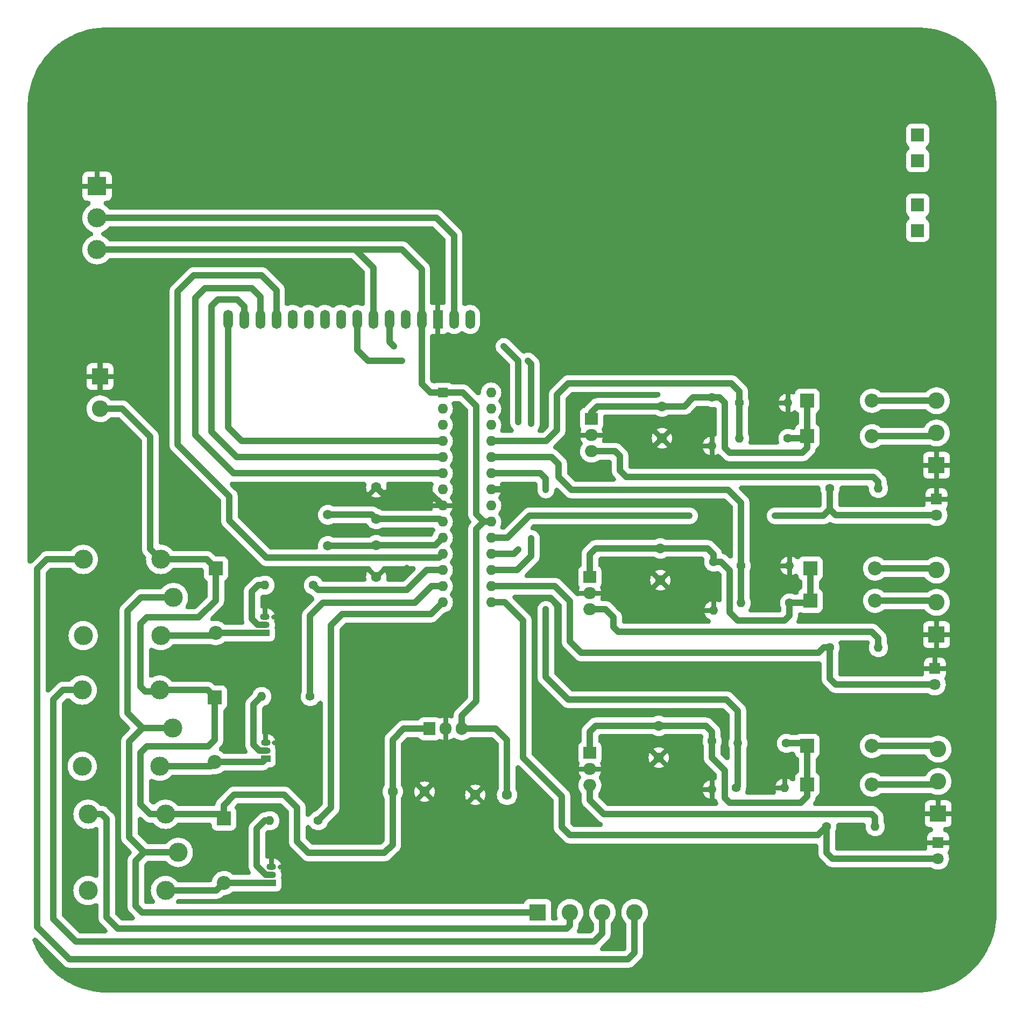
<source format=gbr>
%TF.GenerationSoftware,KiCad,Pcbnew,6.0.6-3a73a75311~116~ubuntu22.04.1*%
%TF.CreationDate,2022-09-10T11:22:28+05:30*%
%TF.ProjectId,ats,6174732e-6b69-4636-9164-5f7063625858,rev?*%
%TF.SameCoordinates,Original*%
%TF.FileFunction,Copper,L2,Bot*%
%TF.FilePolarity,Positive*%
%FSLAX46Y46*%
G04 Gerber Fmt 4.6, Leading zero omitted, Abs format (unit mm)*
G04 Created by KiCad (PCBNEW 6.0.6-3a73a75311~116~ubuntu22.04.1) date 2022-09-10 11:22:28*
%MOMM*%
%LPD*%
G01*
G04 APERTURE LIST*
%TA.AperFunction,ComponentPad*%
%ADD10R,3.000000X3.000000*%
%TD*%
%TA.AperFunction,ComponentPad*%
%ADD11C,3.000000*%
%TD*%
%TA.AperFunction,ComponentPad*%
%ADD12R,1.500000X1.050000*%
%TD*%
%TA.AperFunction,ComponentPad*%
%ADD13O,1.500000X1.050000*%
%TD*%
%TA.AperFunction,ComponentPad*%
%ADD14C,1.500000*%
%TD*%
%TA.AperFunction,ComponentPad*%
%ADD15R,2.000000X1.905000*%
%TD*%
%TA.AperFunction,ComponentPad*%
%ADD16O,2.000000X1.905000*%
%TD*%
%TA.AperFunction,ComponentPad*%
%ADD17R,1.600000X1.600000*%
%TD*%
%TA.AperFunction,ComponentPad*%
%ADD18O,1.600000X1.600000*%
%TD*%
%TA.AperFunction,ComponentPad*%
%ADD19R,2.200000X2.200000*%
%TD*%
%TA.AperFunction,ComponentPad*%
%ADD20O,2.200000X2.200000*%
%TD*%
%TA.AperFunction,ComponentPad*%
%ADD21C,1.400000*%
%TD*%
%TA.AperFunction,ComponentPad*%
%ADD22O,1.400000X1.400000*%
%TD*%
%TA.AperFunction,ComponentPad*%
%ADD23C,1.600000*%
%TD*%
%TA.AperFunction,ComponentPad*%
%ADD24C,2.600000*%
%TD*%
%TA.AperFunction,ComponentPad*%
%ADD25R,2.600000X2.600000*%
%TD*%
%TA.AperFunction,ComponentPad*%
%ADD26R,1.500000X3.000000*%
%TD*%
%TA.AperFunction,ComponentPad*%
%ADD27O,1.500000X3.000000*%
%TD*%
%TA.AperFunction,ComponentPad*%
%ADD28R,2.000000X2.000000*%
%TD*%
%TA.AperFunction,ComponentPad*%
%ADD29R,1.800000X1.800000*%
%TD*%
%TA.AperFunction,ComponentPad*%
%ADD30C,1.800000*%
%TD*%
%TA.AperFunction,ComponentPad*%
%ADD31R,1.905000X2.000000*%
%TD*%
%TA.AperFunction,ComponentPad*%
%ADD32O,1.905000X2.000000*%
%TD*%
%TA.AperFunction,ViaPad*%
%ADD33C,0.800000*%
%TD*%
%TA.AperFunction,Conductor*%
%ADD34C,1.000000*%
%TD*%
G04 APERTURE END LIST*
D10*
%TO.P,RV1,1,1*%
%TO.N,GND*%
X33782000Y-46900000D03*
D11*
%TO.P,RV1,2,2*%
%TO.N,VEE*%
X33782000Y-51900000D03*
%TO.P,RV1,3,3*%
%TO.N,5V*%
X33782000Y-56900000D03*
%TD*%
D12*
%TO.P,Q3,1,C*%
%TO.N,Net-(D12-Pad2)*%
X61214000Y-156628000D03*
D13*
%TO.P,Q3,2,B*%
%TO.N,Net-(Q3-Pad2)*%
X61214000Y-155358000D03*
%TO.P,Q3,3,E*%
%TO.N,GND*%
X61214000Y-154088000D03*
%TD*%
D14*
%TO.P,Y1,1,1*%
%TO.N,XTAL1*%
X70104000Y-98642000D03*
%TO.P,Y1,2,2*%
%TO.N,XTAL2*%
X70104000Y-103542000D03*
%TD*%
D11*
%TO.P,K3,11*%
%TO.N,PIN11*%
X46552000Y-151802000D03*
%TO.P,K3,12*%
%TO.N,N/C*%
X32352000Y-157802000D03*
%TO.P,K3,14*%
%TO.N,RL3*%
X32352000Y-145802000D03*
%TO.P,K3,A1*%
%TO.N,12V*%
X44552000Y-145802000D03*
%TO.P,K3,A2*%
%TO.N,Net-(D12-Pad2)*%
X44552000Y-157802000D03*
%TD*%
D15*
%TO.P,U3,1,VI*%
%TO.N,Net-(C3-Pad1)*%
X111323000Y-136144000D03*
D16*
%TO.P,U3,2,GND*%
%TO.N,GND*%
X111323000Y-138684000D03*
%TO.P,U3,3,VO*%
%TO.N,Net-(R11-Pad2)*%
X111323000Y-141224000D03*
%TD*%
D12*
%TO.P,Q1,1,C*%
%TO.N,Net-(D10-Pad2)*%
X60198000Y-117258000D03*
D13*
%TO.P,Q1,2,B*%
%TO.N,Net-(Q1-Pad2)*%
X60198000Y-115988000D03*
%TO.P,Q1,3,E*%
%TO.N,GND*%
X60198000Y-114718000D03*
%TD*%
D17*
%TO.P,U5,1,~{RESET}/PC6*%
%TO.N,5V*%
X88148000Y-79422000D03*
D18*
%TO.P,U5,2,PD0*%
%TO.N,unconnected-(U5-Pad2)*%
X88148000Y-81962000D03*
%TO.P,U5,3,PD1*%
%TO.N,unconnected-(U5-Pad3)*%
X88148000Y-84502000D03*
%TO.P,U5,4,PD2*%
%TO.N,D7*%
X88148000Y-87042000D03*
%TO.P,U5,5,PD3*%
%TO.N,D6*%
X88148000Y-89582000D03*
%TO.P,U5,6,PD4*%
%TO.N,D5*%
X88148000Y-92122000D03*
%TO.P,U5,7,VCC*%
%TO.N,unconnected-(U5-Pad7)*%
X88148000Y-94662000D03*
%TO.P,U5,8,GND*%
%TO.N,GND*%
X88148000Y-97202000D03*
%TO.P,U5,9,XTAL1/PB6*%
%TO.N,XTAL1*%
X88148000Y-99742000D03*
%TO.P,U5,10,XTAL2/PB7*%
%TO.N,XTAL2*%
X88148000Y-102282000D03*
%TO.P,U5,11,PD5*%
%TO.N,D4*%
X88148000Y-104822000D03*
%TO.P,U5,12,PD6*%
%TO.N,8*%
X88148000Y-107362000D03*
%TO.P,U5,13,PD7*%
%TO.N,6*%
X88148000Y-109902000D03*
%TO.P,U5,14,PB0*%
%TO.N,7*%
X88148000Y-112442000D03*
%TO.P,U5,15,PB1*%
%TO.N,9*%
X95768000Y-112442000D03*
%TO.P,U5,16,PB2*%
%TO.N,10*%
X95768000Y-109902000D03*
%TO.P,U5,17,PB3*%
%TO.N,E*%
X95768000Y-107362000D03*
%TO.P,U5,18,PB4*%
%TO.N,RS*%
X95768000Y-104822000D03*
%TO.P,U5,19,PB5*%
%TO.N,13*%
X95768000Y-102282000D03*
%TO.P,U5,20,AVCC*%
%TO.N,5V*%
X95768000Y-99742000D03*
%TO.P,U5,21,AREF*%
%TO.N,unconnected-(U5-Pad21)*%
X95768000Y-97202000D03*
%TO.P,U5,22,GND*%
%TO.N,GND*%
X95768000Y-94662000D03*
%TO.P,U5,23,PC0*%
%TO.N,PC2*%
X95768000Y-92122000D03*
%TO.P,U5,24,PC1*%
%TO.N,PC1*%
X95768000Y-89582000D03*
%TO.P,U5,25,PC2*%
%TO.N,PC0*%
X95768000Y-87042000D03*
%TO.P,U5,26,PC3*%
%TO.N,unconnected-(U5-Pad26)*%
X95768000Y-84502000D03*
%TO.P,U5,27,PC4*%
%TO.N,unconnected-(U5-Pad27)*%
X95768000Y-81962000D03*
%TO.P,U5,28,PC5*%
%TO.N,unconnected-(U5-Pad28)*%
X95768000Y-79422000D03*
%TD*%
D19*
%TO.P,D10,1,K*%
%TO.N,12V*%
X52472000Y-107098000D03*
D20*
%TO.P,D10,2,A*%
%TO.N,Net-(D10-Pad2)*%
X52472000Y-117258000D03*
%TD*%
D21*
%TO.P,R7,1*%
%TO.N,Net-(C2-Pad1)*%
X130556000Y-80174000D03*
D22*
%TO.P,R7,2*%
%TO.N,GND*%
X130556000Y-87794000D03*
%TD*%
D23*
%TO.P,C2,1*%
%TO.N,Net-(C2-Pad1)*%
X122682000Y-81574000D03*
%TO.P,C2,2*%
%TO.N,GND*%
X122682000Y-86574000D03*
%TD*%
D21*
%TO.P,R1,1*%
%TO.N,Net-(C2-Pad1)*%
X142494000Y-86614000D03*
D22*
%TO.P,R1,2*%
%TO.N,PC0*%
X134874000Y-86614000D03*
%TD*%
D21*
%TO.P,R10,1*%
%TO.N,13*%
X149098000Y-94488000D03*
D22*
%TO.P,R10,2*%
%TO.N,Net-(R10-Pad2)*%
X156718000Y-94488000D03*
%TD*%
D19*
%TO.P,D11,1,K*%
%TO.N,12V*%
X52324000Y-127418000D03*
D20*
%TO.P,D11,2,A*%
%TO.N,Net-(D11-Pad2)*%
X52324000Y-137578000D03*
%TD*%
D23*
%TO.P,C6,1*%
%TO.N,XTAL2*%
X77724000Y-103418000D03*
%TO.P,C6,2*%
%TO.N,GND*%
X77724000Y-108418000D03*
%TD*%
D21*
%TO.P,R4,1*%
%TO.N,PC2*%
X134366000Y-141642000D03*
D22*
%TO.P,R4,2*%
%TO.N,GND*%
X141986000Y-141642000D03*
%TD*%
D23*
%TO.P,C3,1*%
%TO.N,Net-(C3-Pad1)*%
X122174000Y-131866000D03*
%TO.P,C3,2*%
%TO.N,GND*%
X122174000Y-136866000D03*
%TD*%
D21*
%TO.P,R8,1*%
%TO.N,Net-(C3-Pad1)*%
X130556000Y-134276000D03*
D22*
%TO.P,R8,2*%
%TO.N,GND*%
X130556000Y-141896000D03*
%TD*%
D24*
%TO.P,J5,4,Pin_4*%
%TO.N,RL1*%
X118364000Y-161246000D03*
%TO.P,J5,3,Pin_3*%
%TO.N,RL2*%
X113284000Y-161246000D03*
%TO.P,J5,2,Pin_2*%
%TO.N,RL3*%
X108204000Y-161246000D03*
D25*
%TO.P,J5,1,Pin_1*%
%TO.N,PIN11*%
X103124000Y-161246000D03*
%TD*%
D21*
%TO.P,R3,1*%
%TO.N,Net-(C3-Pad1)*%
X142240000Y-134620000D03*
D22*
%TO.P,R3,2*%
%TO.N,PC2*%
X134620000Y-134620000D03*
%TD*%
D21*
%TO.P,R12,1*%
%TO.N,10*%
X149098000Y-119544000D03*
D22*
%TO.P,R12,2*%
%TO.N,Net-(R12-Pad2)*%
X156718000Y-119544000D03*
%TD*%
D19*
%TO.P,D6,1,K*%
%TO.N,Net-(C4-Pad1)*%
X146050000Y-107098000D03*
D20*
%TO.P,D6,2,A*%
%TO.N,Net-(D6-Pad2)*%
X156210000Y-107098000D03*
%TD*%
D12*
%TO.P,Q2,1,C*%
%TO.N,Net-(D11-Pad2)*%
X60304000Y-137070000D03*
D13*
%TO.P,Q2,2,B*%
%TO.N,Net-(Q2-Pad2)*%
X60304000Y-135800000D03*
%TO.P,Q2,3,E*%
%TO.N,GND*%
X60304000Y-134530000D03*
%TD*%
D26*
%TO.P,U6,1,VSS*%
%TO.N,GND*%
X87394000Y-67871500D03*
D27*
%TO.P,U6,2,VDD*%
%TO.N,5V*%
X84854000Y-67871500D03*
%TO.P,U6,3,VO*%
%TO.N,unconnected-(U6-Pad3)*%
X82314000Y-67871500D03*
%TO.P,U6,4,RS*%
%TO.N,RS*%
X79774000Y-67871500D03*
%TO.P,U6,5,R/~{W}*%
%TO.N,5V*%
X77234000Y-67871500D03*
%TO.P,U6,6,E*%
%TO.N,E*%
X74694000Y-67871500D03*
%TO.P,U6,7,DB0*%
%TO.N,unconnected-(U6-Pad7)*%
X72154000Y-67871500D03*
%TO.P,U6,8,DB1*%
%TO.N,unconnected-(U6-Pad8)*%
X69614000Y-67871500D03*
%TO.P,U6,9,DB2*%
%TO.N,unconnected-(U6-Pad9)*%
X67074000Y-67871500D03*
%TO.P,U6,10,DB3*%
%TO.N,unconnected-(U6-Pad10)*%
X64534000Y-67871500D03*
%TO.P,U6,11,DB4*%
%TO.N,D4*%
X61994000Y-67871500D03*
%TO.P,U6,12,DB5*%
%TO.N,D5*%
X59454000Y-67871500D03*
%TO.P,U6,13,DB6*%
%TO.N,D6*%
X56914000Y-67871500D03*
%TO.P,U6,14,DB7*%
%TO.N,D7*%
X54374000Y-67871500D03*
%TO.P,U6,15,A/VEE*%
%TO.N,VEE*%
X89934000Y-67871500D03*
%TO.P,U6,16,K*%
%TO.N,unconnected-(U6-Pad16)*%
X92474000Y-67871500D03*
D28*
%TO.P,U6,A1,A1*%
%TO.N,unconnected-(U6-PadA1)*%
X162894000Y-53871500D03*
%TO.P,U6,A2,A2*%
%TO.N,unconnected-(U6-PadA2)*%
X162894000Y-42871500D03*
%TO.P,U6,K1,K1*%
%TO.N,unconnected-(U6-PadK1)*%
X162894000Y-49871500D03*
%TO.P,U6,K2,K2*%
%TO.N,unconnected-(U6-PadK2)*%
X162894000Y-38871500D03*
%TD*%
D21*
%TO.P,R13,1*%
%TO.N,8*%
X67818000Y-109728000D03*
D22*
%TO.P,R13,2*%
%TO.N,Net-(Q1-Pad2)*%
X60198000Y-109728000D03*
%TD*%
D29*
%TO.P,D7,1,K*%
%TO.N,GND*%
X165862000Y-96171000D03*
D30*
%TO.P,D7,2,A*%
%TO.N,13*%
X165862000Y-98711000D03*
%TD*%
D11*
%TO.P,K1,11*%
%TO.N,PIN11*%
X45790000Y-111670000D03*
%TO.P,K1,12*%
%TO.N,N/C*%
X31590000Y-117670000D03*
%TO.P,K1,14*%
%TO.N,RL1*%
X31590000Y-105670000D03*
%TO.P,K1,A1*%
%TO.N,12V*%
X43790000Y-105670000D03*
%TO.P,K1,A2*%
%TO.N,Net-(D10-Pad2)*%
X43790000Y-117670000D03*
%TD*%
D23*
%TO.P,C4,1*%
%TO.N,Net-(C4-Pad1)*%
X122428000Y-103926000D03*
%TO.P,C4,2*%
%TO.N,GND*%
X122428000Y-108926000D03*
%TD*%
D19*
%TO.P,D5,1,K*%
%TO.N,Net-(C3-Pad1)*%
X145542000Y-135038000D03*
D20*
%TO.P,D5,2,A*%
%TO.N,Net-(D5-Pad2)*%
X155702000Y-135038000D03*
%TD*%
D23*
%TO.P,C1,1*%
%TO.N,12V*%
X80304000Y-142240000D03*
%TO.P,C1,2*%
%TO.N,GND*%
X85304000Y-142240000D03*
%TD*%
D21*
%TO.P,R6,1*%
%TO.N,PC1*%
X135128000Y-106680000D03*
D22*
%TO.P,R6,2*%
%TO.N,GND*%
X142748000Y-106680000D03*
%TD*%
D31*
%TO.P,U1,1,VI*%
%TO.N,12V*%
X86106000Y-132334000D03*
D32*
%TO.P,U1,2,GND*%
%TO.N,GND*%
X88646000Y-132334000D03*
%TO.P,U1,3,VO*%
%TO.N,5V*%
X91186000Y-132334000D03*
%TD*%
D15*
%TO.P,U4,1,VI*%
%TO.N,Net-(C4-Pad1)*%
X111323000Y-108458000D03*
D16*
%TO.P,U4,2,GND*%
%TO.N,GND*%
X111323000Y-110998000D03*
%TO.P,U4,3,VO*%
%TO.N,Net-(R12-Pad2)*%
X111323000Y-113538000D03*
%TD*%
D19*
%TO.P,D3,1,K*%
%TO.N,Net-(C3-Pad1)*%
X145542000Y-141134000D03*
D20*
%TO.P,D3,2,A*%
%TO.N,Net-(D3-Pad2)*%
X155702000Y-141134000D03*
%TD*%
D25*
%TO.P,J3,1,Pin_1*%
%TO.N,GND*%
X165862000Y-117512000D03*
D24*
%TO.P,J3,2,Pin_2*%
%TO.N,Net-(D4-Pad2)*%
X165862000Y-112432000D03*
%TO.P,J3,3,Pin_3*%
%TO.N,Net-(D6-Pad2)*%
X165862000Y-107352000D03*
%TD*%
D25*
%TO.P,J1,1,Pin_1*%
%TO.N,GND*%
X165862000Y-90842000D03*
D24*
%TO.P,J1,2,Pin_2*%
%TO.N,Net-(D1-Pad2)*%
X165862000Y-85762000D03*
%TO.P,J1,3,Pin_3*%
%TO.N,Net-(D2-Pad2)*%
X165862000Y-80682000D03*
%TD*%
D21*
%TO.P,R2,1*%
%TO.N,PC0*%
X134874000Y-81026000D03*
D22*
%TO.P,R2,2*%
%TO.N,GND*%
X142494000Y-81026000D03*
%TD*%
D21*
%TO.P,R9,1*%
%TO.N,Net-(C4-Pad1)*%
X130810000Y-106082000D03*
D22*
%TO.P,R9,2*%
%TO.N,GND*%
X130810000Y-113702000D03*
%TD*%
D21*
%TO.P,R5,1*%
%TO.N,Net-(C4-Pad1)*%
X142748000Y-112522000D03*
D22*
%TO.P,R5,2*%
%TO.N,PC1*%
X135128000Y-112522000D03*
%TD*%
D25*
%TO.P,J4,1,Pin_1*%
%TO.N,GND*%
X34244000Y-76867000D03*
D24*
%TO.P,J4,2,Pin_2*%
%TO.N,12V*%
X34244000Y-81947000D03*
%TD*%
D25*
%TO.P,J2,1,Pin_1*%
%TO.N,GND*%
X166116000Y-145706000D03*
D24*
%TO.P,J2,2,Pin_2*%
%TO.N,Net-(D3-Pad2)*%
X166116000Y-140626000D03*
%TO.P,J2,3,Pin_3*%
%TO.N,Net-(D5-Pad2)*%
X166116000Y-135546000D03*
%TD*%
D19*
%TO.P,D1,1,K*%
%TO.N,Net-(C2-Pad1)*%
X145542000Y-86270000D03*
D20*
%TO.P,D1,2,A*%
%TO.N,Net-(D1-Pad2)*%
X155702000Y-86270000D03*
%TD*%
D29*
%TO.P,D9,1,K*%
%TO.N,GND*%
X165608000Y-122841000D03*
D30*
%TO.P,D9,2,A*%
%TO.N,10*%
X165608000Y-125381000D03*
%TD*%
D15*
%TO.P,U2,1,VI*%
%TO.N,Net-(C2-Pad1)*%
X111577000Y-83566000D03*
D16*
%TO.P,U2,2,GND*%
%TO.N,GND*%
X111577000Y-86106000D03*
%TO.P,U2,3,VO*%
%TO.N,Net-(R10-Pad2)*%
X111577000Y-88646000D03*
%TD*%
D29*
%TO.P,D8,1,K*%
%TO.N,GND*%
X166116000Y-150273000D03*
D30*
%TO.P,D8,2,A*%
%TO.N,9*%
X166116000Y-152813000D03*
%TD*%
D19*
%TO.P,D2,1,K*%
%TO.N,Net-(C2-Pad1)*%
X145542000Y-80682000D03*
D20*
%TO.P,D2,2,A*%
%TO.N,Net-(D2-Pad2)*%
X155702000Y-80682000D03*
%TD*%
D23*
%TO.P,C5,1*%
%TO.N,5V*%
X98298000Y-142748000D03*
%TO.P,C5,2*%
%TO.N,GND*%
X93298000Y-142748000D03*
%TD*%
%TO.P,C7,1*%
%TO.N,XTAL1*%
X77724000Y-99314000D03*
%TO.P,C7,2*%
%TO.N,GND*%
X77724000Y-94314000D03*
%TD*%
D19*
%TO.P,D12,1,K*%
%TO.N,12V*%
X53742000Y-146468000D03*
D20*
%TO.P,D12,2,A*%
%TO.N,Net-(D12-Pad2)*%
X53742000Y-156628000D03*
%TD*%
D21*
%TO.P,R15,1*%
%TO.N,7*%
X68580000Y-146812000D03*
D22*
%TO.P,R15,2*%
%TO.N,Net-(Q3-Pad2)*%
X60960000Y-146812000D03*
%TD*%
D21*
%TO.P,R11,1*%
%TO.N,9*%
X148590000Y-147738000D03*
D22*
%TO.P,R11,2*%
%TO.N,Net-(R11-Pad2)*%
X156210000Y-147738000D03*
%TD*%
D19*
%TO.P,D4,1,K*%
%TO.N,Net-(C4-Pad1)*%
X146050000Y-112178000D03*
D20*
%TO.P,D4,2,A*%
%TO.N,Net-(D4-Pad2)*%
X156210000Y-112178000D03*
%TD*%
D11*
%TO.P,K2,11*%
%TO.N,PIN11*%
X45642000Y-132244000D03*
%TO.P,K2,12*%
%TO.N,N/C*%
X31442000Y-138244000D03*
%TO.P,K2,14*%
%TO.N,RL2*%
X31442000Y-126244000D03*
%TO.P,K2,A1*%
%TO.N,12V*%
X43642000Y-126244000D03*
%TO.P,K2,A2*%
%TO.N,Net-(D11-Pad2)*%
X43642000Y-138244000D03*
%TD*%
D21*
%TO.P,R14,1*%
%TO.N,6*%
X67310000Y-127254000D03*
D22*
%TO.P,R14,2*%
%TO.N,Net-(Q2-Pad2)*%
X59690000Y-127254000D03*
%TD*%
D33*
%TO.N,GND*%
X82550000Y-106934000D03*
X97790000Y-94234000D03*
X82550000Y-95250000D03*
X97790000Y-84328000D03*
%TO.N,13*%
X140462000Y-98806000D03*
X127000000Y-98806000D03*
%TO.N,PC2*%
X104394000Y-113538000D03*
X104394000Y-94742000D03*
%TO.N,E*%
X102108000Y-102362000D03*
X81788000Y-74422000D03*
X101600000Y-74422000D03*
X102108000Y-84328000D03*
%TO.N,RS*%
X100076000Y-84074000D03*
X97790000Y-72136000D03*
X100076000Y-104140000D03*
X80518000Y-72136000D03*
%TD*%
D34*
%TO.N,D4*%
X88148000Y-104822000D02*
X87560000Y-105410000D01*
X54610000Y-95758000D02*
X46482000Y-87630000D01*
X87560000Y-105410000D02*
X60452000Y-105410000D01*
X60452000Y-105410000D02*
X54610000Y-99568000D01*
X49022000Y-60960000D02*
X59690000Y-60960000D01*
X59690000Y-60960000D02*
X61994000Y-63264000D01*
X54610000Y-99568000D02*
X54610000Y-95758000D01*
X46482000Y-87630000D02*
X46482000Y-63500000D01*
X46482000Y-63500000D02*
X49022000Y-60960000D01*
X61994000Y-63264000D02*
X61994000Y-67871500D01*
%TO.N,12V*%
X65278000Y-150114000D02*
X67056000Y-151892000D01*
X41402000Y-126492000D02*
X43394000Y-126492000D01*
X40640000Y-136144000D02*
X40640000Y-144272000D01*
X51150000Y-126244000D02*
X52324000Y-127418000D01*
X51044000Y-105670000D02*
X52472000Y-107098000D01*
X55372000Y-142748000D02*
X63246000Y-142748000D01*
X40640000Y-125730000D02*
X41402000Y-126492000D01*
X52472000Y-107098000D02*
X52472000Y-112120000D01*
X53076000Y-145802000D02*
X53742000Y-146468000D01*
X40640000Y-144272000D02*
X42170000Y-145802000D01*
X43790000Y-105670000D02*
X51044000Y-105670000D01*
X52472000Y-112120000D02*
X49784000Y-114808000D01*
X52324000Y-127418000D02*
X52324000Y-134112000D01*
X41656000Y-135128000D02*
X40640000Y-136144000D01*
X80304000Y-150582000D02*
X80304000Y-142240000D01*
X80304000Y-142240000D02*
X80304000Y-134072000D01*
X63246000Y-142748000D02*
X65278000Y-144780000D01*
X82042000Y-132334000D02*
X86106000Y-132334000D01*
X43642000Y-126244000D02*
X51150000Y-126244000D01*
X67056000Y-151892000D02*
X78994000Y-151892000D01*
X44552000Y-145802000D02*
X53076000Y-145802000D01*
X40640000Y-115824000D02*
X40640000Y-125730000D01*
X51308000Y-135128000D02*
X41656000Y-135128000D01*
X42170000Y-145802000D02*
X44552000Y-145802000D01*
X42164000Y-86360000D02*
X42164000Y-104044000D01*
X42164000Y-104044000D02*
X43790000Y-105670000D01*
X53742000Y-146468000D02*
X53742000Y-144378000D01*
X49784000Y-114808000D02*
X41656000Y-114808000D01*
X34244000Y-81947000D02*
X37751000Y-81947000D01*
X65278000Y-144780000D02*
X65278000Y-150114000D01*
X78994000Y-151892000D02*
X80304000Y-150582000D01*
X52324000Y-134112000D02*
X51308000Y-135128000D01*
X43394000Y-126492000D02*
X43642000Y-126244000D01*
X41656000Y-114808000D02*
X40640000Y-115824000D01*
X80304000Y-134072000D02*
X82042000Y-132334000D01*
X37751000Y-81947000D02*
X42164000Y-86360000D01*
X53742000Y-144378000D02*
X55372000Y-142748000D01*
%TO.N,GND*%
X95768000Y-94662000D02*
X97362000Y-94662000D01*
X97362000Y-94662000D02*
X97790000Y-94234000D01*
X78660000Y-95250000D02*
X83820000Y-95250000D01*
X78660000Y-95250000D02*
X77724000Y-94314000D01*
X88148000Y-97202000D02*
X86196000Y-95250000D01*
X86196000Y-95250000D02*
X83820000Y-95250000D01*
%TO.N,Net-(C2-Pad1)*%
X112482000Y-81574000D02*
X122682000Y-81574000D01*
X142494000Y-86614000D02*
X145198000Y-86614000D01*
X133350000Y-88900000D02*
X144780000Y-88900000D01*
X132588000Y-81026000D02*
X132588000Y-88138000D01*
X127598000Y-80174000D02*
X130556000Y-80174000D01*
X145542000Y-88138000D02*
X145542000Y-86270000D01*
X111577000Y-82479000D02*
X112482000Y-81574000D01*
X111577000Y-83566000D02*
X111577000Y-82479000D01*
X132588000Y-88138000D02*
X133350000Y-88900000D01*
X144780000Y-88900000D02*
X145542000Y-88138000D01*
X122682000Y-81574000D02*
X126198000Y-81574000D01*
X126198000Y-81574000D02*
X127598000Y-80174000D01*
X130556000Y-80174000D02*
X131736000Y-80174000D01*
X145198000Y-86614000D02*
X145542000Y-86270000D01*
X145542000Y-80682000D02*
X145542000Y-86270000D01*
X131736000Y-80174000D02*
X132588000Y-81026000D01*
X145034000Y-80174000D02*
X145542000Y-80682000D01*
%TO.N,Net-(C3-Pad1)*%
X130556000Y-136906000D02*
X132588000Y-138938000D01*
X132588000Y-138938000D02*
X132588000Y-143256000D01*
X111323000Y-136144000D02*
X111323000Y-132771000D01*
X130556000Y-134276000D02*
X130556000Y-136906000D01*
X133350000Y-144018000D02*
X144526000Y-144018000D01*
X132588000Y-143256000D02*
X133350000Y-144018000D01*
X145542000Y-135038000D02*
X145542000Y-141134000D01*
X112228000Y-131866000D02*
X122174000Y-131866000D01*
X130556000Y-132842000D02*
X130556000Y-134276000D01*
X145542000Y-143002000D02*
X145542000Y-141134000D01*
X145124000Y-134620000D02*
X145542000Y-135038000D01*
X129580000Y-131866000D02*
X130556000Y-132842000D01*
X142240000Y-134620000D02*
X145124000Y-134620000D01*
X111323000Y-132771000D02*
X112228000Y-131866000D01*
X144526000Y-144018000D02*
X145542000Y-143002000D01*
X122174000Y-131866000D02*
X129580000Y-131866000D01*
%TO.N,Net-(C4-Pad1)*%
X130810000Y-104902000D02*
X130556000Y-104648000D01*
X122428000Y-103926000D02*
X129834000Y-103926000D01*
X130810000Y-104902000D02*
X130810000Y-106082000D01*
X130810000Y-106082000D02*
X131990000Y-106082000D01*
X112228000Y-103926000D02*
X122428000Y-103926000D01*
X111323000Y-108458000D02*
X111323000Y-104831000D01*
X145706000Y-112522000D02*
X146050000Y-112178000D01*
X133350000Y-114046000D02*
X134620000Y-115316000D01*
X129834000Y-103926000D02*
X130810000Y-104902000D01*
X142748000Y-114554000D02*
X142748000Y-112522000D01*
X134620000Y-115316000D02*
X141986000Y-115316000D01*
X131990000Y-106082000D02*
X133350000Y-107442000D01*
X133350000Y-107442000D02*
X133350000Y-114046000D01*
X111323000Y-104831000D02*
X112228000Y-103926000D01*
X141986000Y-115316000D02*
X142748000Y-114554000D01*
X145542000Y-106590000D02*
X146050000Y-107098000D01*
X142748000Y-112522000D02*
X145706000Y-112522000D01*
X146050000Y-107098000D02*
X146050000Y-112178000D01*
%TO.N,5V*%
X93472000Y-98552000D02*
X94662000Y-99742000D01*
X86280000Y-79422000D02*
X88148000Y-79422000D01*
X84854000Y-59962000D02*
X81792000Y-56900000D01*
X33782000Y-56900000D02*
X73410000Y-56900000D01*
X91186000Y-132334000D02*
X96520000Y-132334000D01*
X98298000Y-134112000D02*
X98298000Y-142748000D01*
X91186000Y-130302000D02*
X93472000Y-128016000D01*
X84854000Y-77996000D02*
X86280000Y-79422000D01*
X93472000Y-100932000D02*
X94662000Y-99742000D01*
X93472000Y-128016000D02*
X93472000Y-100932000D01*
X93472000Y-81534000D02*
X93472000Y-98552000D01*
X91360000Y-79422000D02*
X93472000Y-81534000D01*
X91186000Y-132334000D02*
X91186000Y-130302000D01*
X96520000Y-132334000D02*
X98298000Y-134112000D01*
X77234000Y-59708000D02*
X74426000Y-56900000D01*
X77234000Y-67871500D02*
X77234000Y-59708000D01*
X84854000Y-72861500D02*
X84854000Y-59962000D01*
X94662000Y-99742000D02*
X95768000Y-99742000D01*
X81792000Y-56900000D02*
X73410000Y-56900000D01*
X84854000Y-72861500D02*
X84854000Y-77996000D01*
X74426000Y-56900000D02*
X73410000Y-56900000D01*
X88148000Y-79422000D02*
X91360000Y-79422000D01*
%TO.N,XTAL2*%
X77724000Y-103418000D02*
X87012000Y-103418000D01*
X70104000Y-103542000D02*
X77600000Y-103542000D01*
X77600000Y-103542000D02*
X77724000Y-103418000D01*
X87012000Y-103418000D02*
X88148000Y-102282000D01*
%TO.N,XTAL1*%
X87720000Y-99314000D02*
X88148000Y-99742000D01*
X77052000Y-98642000D02*
X77724000Y-99314000D01*
X77724000Y-99314000D02*
X87720000Y-99314000D01*
X70104000Y-98642000D02*
X77052000Y-98642000D01*
%TO.N,Net-(D1-Pad2)*%
X165354000Y-86270000D02*
X165862000Y-85762000D01*
X155702000Y-86270000D02*
X165354000Y-86270000D01*
%TO.N,Net-(D2-Pad2)*%
X155702000Y-80682000D02*
X165862000Y-80682000D01*
%TO.N,Net-(D3-Pad2)*%
X165608000Y-141134000D02*
X166116000Y-140626000D01*
X155702000Y-141134000D02*
X165608000Y-141134000D01*
%TO.N,Net-(D4-Pad2)*%
X156210000Y-112178000D02*
X165608000Y-112178000D01*
X165608000Y-112178000D02*
X165862000Y-112432000D01*
%TO.N,Net-(D5-Pad2)*%
X155702000Y-135038000D02*
X165608000Y-135038000D01*
X165608000Y-135038000D02*
X166116000Y-135546000D01*
%TO.N,Net-(D6-Pad2)*%
X165608000Y-107098000D02*
X165862000Y-107352000D01*
X156210000Y-107098000D02*
X165608000Y-107098000D01*
%TO.N,13*%
X140462000Y-98806000D02*
X148082000Y-98806000D01*
X101854000Y-98806000D02*
X127000000Y-98806000D01*
X150019000Y-98711000D02*
X165862000Y-98711000D01*
X148082000Y-98806000D02*
X149098000Y-97790000D01*
X98378000Y-102282000D02*
X101854000Y-98806000D01*
X149098000Y-97790000D02*
X149098000Y-94488000D01*
X149098000Y-97790000D02*
X150019000Y-98711000D01*
X95768000Y-102282000D02*
X98378000Y-102282000D01*
%TO.N,9*%
X148590000Y-147738000D02*
X148590000Y-151892000D01*
X100838000Y-136906000D02*
X106934000Y-143002000D01*
X106934000Y-143002000D02*
X106934000Y-147828000D01*
X106934000Y-147828000D02*
X108204000Y-149098000D01*
X148590000Y-151892000D02*
X149511000Y-152813000D01*
X95768000Y-112442000D02*
X97964000Y-112442000D01*
X147230000Y-149098000D02*
X148590000Y-147738000D01*
X100838000Y-115316000D02*
X100838000Y-136906000D01*
X149511000Y-152813000D02*
X166116000Y-152813000D01*
X108204000Y-149098000D02*
X147230000Y-149098000D01*
X97964000Y-112442000D02*
X100838000Y-115316000D01*
%TO.N,10*%
X108204000Y-118618000D02*
X109982000Y-120396000D01*
X148172000Y-119544000D02*
X149098000Y-119544000D01*
X150019000Y-125381000D02*
X165608000Y-125381000D01*
X109982000Y-120396000D02*
X147320000Y-120396000D01*
X147320000Y-120396000D02*
X148172000Y-119544000D01*
X105838000Y-109902000D02*
X108204000Y-112268000D01*
X108204000Y-112268000D02*
X108204000Y-118618000D01*
X149098000Y-119544000D02*
X149098000Y-124460000D01*
X149098000Y-124460000D02*
X150019000Y-125381000D01*
X95768000Y-109902000D02*
X105838000Y-109902000D01*
%TO.N,Net-(D10-Pad2)*%
X52060000Y-117670000D02*
X52472000Y-117258000D01*
X43790000Y-117670000D02*
X52060000Y-117670000D01*
X52472000Y-117258000D02*
X60198000Y-117258000D01*
%TO.N,Net-(D11-Pad2)*%
X52324000Y-137578000D02*
X59796000Y-137578000D01*
X51658000Y-138244000D02*
X52324000Y-137578000D01*
X43642000Y-138244000D02*
X51658000Y-138244000D01*
X59796000Y-137578000D02*
X60304000Y-137070000D01*
%TO.N,Net-(D12-Pad2)*%
X52568000Y-157802000D02*
X53742000Y-156628000D01*
X44552000Y-157802000D02*
X52568000Y-157802000D01*
X53742000Y-156628000D02*
X61214000Y-156628000D01*
%TO.N,PIN11*%
X38608000Y-129868000D02*
X40984000Y-132244000D01*
X41238000Y-151802000D02*
X39878000Y-153162000D01*
X40984000Y-132244000D02*
X38862000Y-134366000D01*
X40730000Y-111670000D02*
X38608000Y-113792000D01*
X46552000Y-151802000D02*
X41238000Y-151802000D01*
X40894000Y-161290000D02*
X40938000Y-161246000D01*
X45642000Y-132244000D02*
X40984000Y-132244000D01*
X40938000Y-161246000D02*
X103124000Y-161246000D01*
X38862000Y-149426000D02*
X41238000Y-151802000D01*
X38608000Y-113792000D02*
X38608000Y-129868000D01*
X38862000Y-134366000D02*
X38862000Y-149426000D01*
X39878000Y-153162000D02*
X39878000Y-160274000D01*
X45790000Y-111670000D02*
X40730000Y-111670000D01*
X39878000Y-160274000D02*
X40894000Y-161290000D01*
%TO.N,RL3*%
X107696000Y-163830000D02*
X108204000Y-163322000D01*
X32352000Y-145802000D02*
X34550000Y-145802000D01*
X34550000Y-145802000D02*
X35306000Y-146558000D01*
X108204000Y-163322000D02*
X108204000Y-161246000D01*
X37084000Y-163830000D02*
X107696000Y-163830000D01*
X35306000Y-146558000D02*
X35306000Y-162052000D01*
X35306000Y-162052000D02*
X37084000Y-163830000D01*
%TO.N,RL2*%
X31442000Y-126244000D02*
X31436000Y-126238000D01*
X113284000Y-164592000D02*
X113284000Y-161246000D01*
X112014000Y-165862000D02*
X113284000Y-164592000D01*
X31436000Y-126238000D02*
X28448000Y-126238000D01*
X28448000Y-126238000D02*
X26924000Y-127762000D01*
X26924000Y-127762000D02*
X26924000Y-162306000D01*
X26924000Y-162306000D02*
X30480000Y-165862000D01*
X30480000Y-165862000D02*
X112014000Y-165862000D01*
%TO.N,RL1*%
X29464000Y-168656000D02*
X117348000Y-168656000D01*
X31590000Y-105670000D02*
X25902000Y-105670000D01*
X117348000Y-168656000D02*
X118364000Y-167640000D01*
X24384000Y-107188000D02*
X24384000Y-163576000D01*
X25902000Y-105670000D02*
X24384000Y-107188000D01*
X24384000Y-163576000D02*
X29464000Y-168656000D01*
X118364000Y-167640000D02*
X118364000Y-161246000D01*
%TO.N,Net-(Q1-Pad2)*%
X58166000Y-110744000D02*
X59182000Y-109728000D01*
X59182000Y-109728000D02*
X60198000Y-109728000D01*
X59092000Y-115988000D02*
X58166000Y-115062000D01*
X60198000Y-115988000D02*
X59092000Y-115988000D01*
X58166000Y-115062000D02*
X58166000Y-110744000D01*
%TO.N,Net-(Q2-Pad2)*%
X60304000Y-135800000D02*
X59346000Y-135800000D01*
X58420000Y-128524000D02*
X59690000Y-127254000D01*
X59346000Y-135800000D02*
X58420000Y-134874000D01*
X58420000Y-134874000D02*
X58420000Y-128524000D01*
%TO.N,Net-(Q3-Pad2)*%
X60362000Y-155358000D02*
X61214000Y-155358000D01*
X60198000Y-146812000D02*
X58928000Y-148082000D01*
X58928000Y-153924000D02*
X60362000Y-155358000D01*
X58928000Y-148082000D02*
X58928000Y-153924000D01*
X60960000Y-146812000D02*
X60198000Y-146812000D01*
%TO.N,PC0*%
X106172000Y-79756000D02*
X106172000Y-85344000D01*
X134874000Y-81026000D02*
X134874000Y-86614000D01*
X107950000Y-77978000D02*
X106172000Y-79756000D01*
X106172000Y-85344000D02*
X104474000Y-87042000D01*
X133604000Y-77978000D02*
X107950000Y-77978000D01*
X134874000Y-81026000D02*
X134874000Y-79248000D01*
X104474000Y-87042000D02*
X95768000Y-87042000D01*
X134874000Y-79248000D02*
X133604000Y-77978000D01*
%TO.N,PC2*%
X104394000Y-113538000D02*
X104394000Y-124206000D01*
X134620000Y-134620000D02*
X134620000Y-141388000D01*
X104394000Y-92964000D02*
X104394000Y-94742000D01*
X132842000Y-127762000D02*
X134620000Y-129540000D01*
X103552000Y-92122000D02*
X104394000Y-92964000D01*
X95768000Y-92122000D02*
X103552000Y-92122000D01*
X134620000Y-141388000D02*
X134366000Y-141642000D01*
X107950000Y-127762000D02*
X132842000Y-127762000D01*
X104394000Y-124206000D02*
X107950000Y-127762000D01*
X134620000Y-134620000D02*
X134620000Y-129540000D01*
%TO.N,PC1*%
X108458000Y-94742000D02*
X133096000Y-94742000D01*
X135128000Y-96774000D02*
X135128000Y-106680000D01*
X106426000Y-92710000D02*
X108458000Y-94742000D01*
X95768000Y-89582000D02*
X105330000Y-89582000D01*
X135128000Y-106680000D02*
X135128000Y-112522000D01*
X105330000Y-89582000D02*
X106426000Y-90678000D01*
X133096000Y-94742000D02*
X135128000Y-96774000D01*
X106426000Y-90678000D02*
X106426000Y-92710000D01*
%TO.N,Net-(R10-Pad2)*%
X155956000Y-92710000D02*
X156718000Y-93472000D01*
X116078000Y-89408000D02*
X116078000Y-91694000D01*
X156718000Y-93472000D02*
X156718000Y-94488000D01*
X116078000Y-91694000D02*
X117094000Y-92710000D01*
X115316000Y-88646000D02*
X116078000Y-89408000D01*
X111577000Y-88646000D02*
X115316000Y-88646000D01*
X117094000Y-92710000D02*
X155956000Y-92710000D01*
%TO.N,Net-(R11-Pad2)*%
X111323000Y-141224000D02*
X111323000Y-143581000D01*
X111323000Y-143581000D02*
X113538000Y-145796000D01*
X113538000Y-145796000D02*
X155702000Y-145796000D01*
X156210000Y-146304000D02*
X156210000Y-147738000D01*
X155702000Y-145796000D02*
X156210000Y-146304000D01*
%TO.N,Net-(R12-Pad2)*%
X111323000Y-113538000D02*
X113792000Y-113538000D01*
X155702000Y-117094000D02*
X156718000Y-118110000D01*
X113792000Y-113538000D02*
X115062000Y-114808000D01*
X115062000Y-114808000D02*
X115062000Y-116332000D01*
X115062000Y-116332000D02*
X115824000Y-117094000D01*
X115824000Y-117094000D02*
X155702000Y-117094000D01*
X156718000Y-118110000D02*
X156718000Y-119544000D01*
%TO.N,8*%
X67818000Y-109728000D02*
X68580000Y-110490000D01*
X85678000Y-107362000D02*
X88148000Y-107362000D01*
X82550000Y-110490000D02*
X85678000Y-107362000D01*
X68580000Y-110490000D02*
X82550000Y-110490000D01*
%TO.N,6*%
X67310000Y-114554000D02*
X69342000Y-112522000D01*
X83820000Y-112522000D02*
X86440000Y-109902000D01*
X69342000Y-112522000D02*
X83820000Y-112522000D01*
X86440000Y-109902000D02*
X88148000Y-109902000D01*
X67310000Y-127254000D02*
X67310000Y-114554000D01*
%TO.N,7*%
X70612000Y-144780000D02*
X70612000Y-116078000D01*
X68580000Y-146812000D02*
X70612000Y-144780000D01*
X72390000Y-114300000D02*
X86290000Y-114300000D01*
X70612000Y-116078000D02*
X72390000Y-114300000D01*
X86290000Y-114300000D02*
X88148000Y-112442000D01*
%TO.N,VEE*%
X33782000Y-51900000D02*
X87206000Y-51900000D01*
X87206000Y-51900000D02*
X89934000Y-54628000D01*
X89934000Y-67871500D02*
X89934000Y-54628000D01*
%TO.N,D7*%
X56562000Y-87042000D02*
X54374000Y-84854000D01*
X54374000Y-84854000D02*
X54374000Y-67871500D01*
X88148000Y-87042000D02*
X56562000Y-87042000D01*
%TO.N,D6*%
X88148000Y-89582000D02*
X55800000Y-89582000D01*
X56914000Y-65804000D02*
X56914000Y-67871500D01*
X51816000Y-65786000D02*
X52832000Y-64770000D01*
X55800000Y-89582000D02*
X51816000Y-85598000D01*
X51816000Y-85598000D02*
X51816000Y-65786000D01*
X52832000Y-64770000D02*
X55880000Y-64770000D01*
X55880000Y-64770000D02*
X56914000Y-65804000D01*
%TO.N,D5*%
X49276000Y-86106000D02*
X49276000Y-64516000D01*
X88148000Y-92122000D02*
X55292000Y-92122000D01*
X59454000Y-64280000D02*
X59454000Y-67871500D01*
X55292000Y-92122000D02*
X49276000Y-86106000D01*
X49276000Y-64516000D02*
X50800000Y-62992000D01*
X58166000Y-62992000D02*
X59454000Y-64280000D01*
X50800000Y-62992000D02*
X58166000Y-62992000D01*
%TO.N,E*%
X101600000Y-74422000D02*
X102108000Y-74930000D01*
X80772000Y-74422000D02*
X81788000Y-74422000D01*
X99902000Y-107362000D02*
X102108000Y-105156000D01*
X74694000Y-72662000D02*
X76454000Y-74422000D01*
X76454000Y-74422000D02*
X80772000Y-74422000D01*
X74694000Y-67871500D02*
X74694000Y-72662000D01*
X102108000Y-74930000D02*
X102108000Y-84328000D01*
X95768000Y-107362000D02*
X99902000Y-107362000D01*
X102108000Y-105156000D02*
X102108000Y-102362000D01*
%TO.N,RS*%
X99394000Y-104822000D02*
X100076000Y-104140000D01*
X100076000Y-74422000D02*
X100076000Y-84074000D01*
X79774000Y-71392000D02*
X80518000Y-72136000D01*
X97790000Y-72136000D02*
X100076000Y-74422000D01*
X79774000Y-67871500D02*
X79774000Y-71392000D01*
X95768000Y-104822000D02*
X99394000Y-104822000D01*
%TD*%
%TA.AperFunction,Conductor*%
%TO.N,GND*%
G36*
X162790823Y-21889775D02*
G01*
X162800627Y-21889912D01*
X162822753Y-21892707D01*
X162844949Y-21890531D01*
X162850976Y-21890615D01*
X162889950Y-21889237D01*
X163499416Y-21905747D01*
X163520973Y-21906915D01*
X163944133Y-21941373D01*
X164173677Y-21960064D01*
X164195159Y-21962401D01*
X164843991Y-22050802D01*
X164865316Y-22054298D01*
X165508420Y-22177699D01*
X165529524Y-22182344D01*
X166165017Y-22340384D01*
X166185837Y-22346165D01*
X166811841Y-22538377D01*
X166832296Y-22545269D01*
X167446994Y-22771099D01*
X167467041Y-22779086D01*
X168068620Y-23037866D01*
X168088214Y-23046932D01*
X168674870Y-23337886D01*
X168693942Y-23347997D01*
X169264008Y-23670298D01*
X169282523Y-23681439D01*
X169834276Y-24034112D01*
X169852162Y-24046239D01*
X170384002Y-24428259D01*
X170401206Y-24441336D01*
X170911623Y-24851621D01*
X170928069Y-24865590D01*
X171415518Y-25302901D01*
X171431187Y-25317743D01*
X171894257Y-25780813D01*
X171909099Y-25796482D01*
X172346410Y-26283931D01*
X172360379Y-26300377D01*
X172770664Y-26810794D01*
X172783741Y-26827998D01*
X173165761Y-27359838D01*
X173177888Y-27377724D01*
X173530561Y-27929477D01*
X173541699Y-27947986D01*
X173864003Y-28518058D01*
X173874114Y-28537130D01*
X174165064Y-29123777D01*
X174174138Y-29143389D01*
X174432909Y-29744946D01*
X174440907Y-29765020D01*
X174666727Y-30379692D01*
X174673627Y-30400171D01*
X174865835Y-31026162D01*
X174871616Y-31046983D01*
X175029656Y-31682476D01*
X175034301Y-31703580D01*
X175157702Y-32346684D01*
X175161198Y-32368009D01*
X175249599Y-33016841D01*
X175251936Y-33038323D01*
X175300952Y-33640267D01*
X175305084Y-33691016D01*
X175306254Y-33712595D01*
X175322321Y-34305723D01*
X175321514Y-34322306D01*
X175322401Y-34322318D01*
X175322089Y-34344618D01*
X175319293Y-34366753D01*
X175321470Y-34388955D01*
X175322375Y-34398187D01*
X175324279Y-34437122D01*
X175324279Y-161302181D01*
X175322225Y-161334823D01*
X175322088Y-161344627D01*
X175319293Y-161366753D01*
X175321469Y-161388949D01*
X175321385Y-161394976D01*
X175322763Y-161433950D01*
X175307396Y-162001256D01*
X175306254Y-162043405D01*
X175305085Y-162064973D01*
X175271847Y-162473156D01*
X175251936Y-162717677D01*
X175249599Y-162739159D01*
X175161198Y-163387991D01*
X175157702Y-163409316D01*
X175034301Y-164052420D01*
X175029656Y-164073524D01*
X174871616Y-164709017D01*
X174865835Y-164729837D01*
X174674148Y-165354133D01*
X174673627Y-165355829D01*
X174666731Y-165376296D01*
X174531673Y-165743920D01*
X174440907Y-165990980D01*
X174432914Y-166011041D01*
X174273344Y-166381990D01*
X174174138Y-166612611D01*
X174165068Y-166632214D01*
X173909443Y-167147635D01*
X173874114Y-167218870D01*
X173864003Y-167237942D01*
X173550322Y-167792761D01*
X173541702Y-167808008D01*
X173530561Y-167826523D01*
X173177888Y-168378276D01*
X173165761Y-168396162D01*
X172783741Y-168928002D01*
X172770664Y-168945206D01*
X172475970Y-169311822D01*
X172360379Y-169455623D01*
X172346410Y-169472069D01*
X171909099Y-169959518D01*
X171894257Y-169975187D01*
X171431187Y-170438257D01*
X171415518Y-170453099D01*
X170928069Y-170890410D01*
X170911623Y-170904379D01*
X170401206Y-171314664D01*
X170384002Y-171327741D01*
X169852162Y-171709761D01*
X169834276Y-171721888D01*
X169282523Y-172074561D01*
X169264014Y-172085699D01*
X168693942Y-172408003D01*
X168674875Y-172418111D01*
X168088214Y-172709068D01*
X168068620Y-172718134D01*
X167467041Y-172976914D01*
X167446994Y-172984901D01*
X166832296Y-173210731D01*
X166811841Y-173217623D01*
X166243689Y-173392072D01*
X166185838Y-173409835D01*
X166165017Y-173415616D01*
X165529524Y-173573656D01*
X165508420Y-173578301D01*
X164865316Y-173701702D01*
X164843991Y-173705198D01*
X164195159Y-173793599D01*
X164173677Y-173795936D01*
X163944133Y-173814627D01*
X163520973Y-173849085D01*
X163499416Y-173850253D01*
X163219800Y-173857828D01*
X162906277Y-173866321D01*
X162889694Y-173865514D01*
X162889682Y-173866401D01*
X162867382Y-173866089D01*
X162845247Y-173863293D01*
X162822596Y-173865514D01*
X162813813Y-173866375D01*
X162774878Y-173868279D01*
X35409819Y-173868279D01*
X35377177Y-173866225D01*
X35367374Y-173866088D01*
X35345247Y-173863293D01*
X35323053Y-173865469D01*
X35316664Y-173865380D01*
X35278066Y-173866735D01*
X34840532Y-173854655D01*
X34655643Y-173849551D01*
X34633654Y-173848336D01*
X33968327Y-173793118D01*
X33946467Y-173790695D01*
X33285162Y-173698848D01*
X33263489Y-173695225D01*
X32999324Y-173643542D01*
X32608300Y-173567039D01*
X32586812Y-173562216D01*
X31939688Y-173398074D01*
X31918499Y-173392072D01*
X31527169Y-173269470D01*
X31281417Y-173192476D01*
X31260623Y-173185326D01*
X30635520Y-172950881D01*
X30615160Y-172942598D01*
X30003920Y-172674012D01*
X29984015Y-172664601D01*
X29388566Y-172362719D01*
X29369206Y-172352222D01*
X28899261Y-172080385D01*
X28791318Y-172017946D01*
X28772586Y-172006409D01*
X28319430Y-171709761D01*
X28214024Y-171640759D01*
X28195939Y-171628194D01*
X27658385Y-171232272D01*
X27641035Y-171218739D01*
X27126143Y-170793759D01*
X27109557Y-170779281D01*
X26618920Y-170326560D01*
X26603152Y-170311184D01*
X26246022Y-169943152D01*
X26138225Y-169832065D01*
X26123331Y-169815843D01*
X25685563Y-169311822D01*
X25671586Y-169294803D01*
X25462536Y-169025425D01*
X25262286Y-168767386D01*
X25249275Y-168749629D01*
X24869692Y-168200422D01*
X24857676Y-168181967D01*
X24508978Y-167612664D01*
X24497998Y-167593574D01*
X24181247Y-167005908D01*
X24171337Y-166986241D01*
X23887487Y-166381980D01*
X23878681Y-166361806D01*
X23629053Y-165743920D01*
X23600973Y-165622284D01*
X23611856Y-165497925D01*
X23660635Y-165383015D01*
X23742536Y-165288802D01*
X23849541Y-165224510D01*
X23971177Y-165196430D01*
X24095536Y-165207313D01*
X24210446Y-165256092D01*
X24281138Y-165312323D01*
X28463951Y-169495136D01*
X28463953Y-169495139D01*
X28624861Y-169656047D01*
X28639133Y-169666040D01*
X28657282Y-169678748D01*
X28684896Y-169699938D01*
X28701867Y-169714178D01*
X28701871Y-169714181D01*
X28715214Y-169725377D01*
X28730297Y-169734085D01*
X28749495Y-169745169D01*
X28778844Y-169763866D01*
X28811266Y-169786568D01*
X28827057Y-169793932D01*
X28827061Y-169793934D01*
X28847136Y-169803296D01*
X28877997Y-169819361D01*
X28897190Y-169830442D01*
X28897198Y-169830446D01*
X28912285Y-169839156D01*
X28949496Y-169852700D01*
X28981623Y-169866007D01*
X29017504Y-169882739D01*
X29034330Y-169887248D01*
X29034334Y-169887249D01*
X29055732Y-169892983D01*
X29088921Y-169903447D01*
X29109749Y-169911027D01*
X29109753Y-169911028D01*
X29126120Y-169916985D01*
X29143266Y-169920008D01*
X29143272Y-169920010D01*
X29165097Y-169923858D01*
X29199079Y-169931392D01*
X29220483Y-169937127D01*
X29220485Y-169937127D01*
X29237308Y-169941635D01*
X29274759Y-169944911D01*
X29276731Y-169945084D01*
X29311239Y-169949628D01*
X29333054Y-169953474D01*
X29333055Y-169953474D01*
X29350221Y-169956501D01*
X29577779Y-169956501D01*
X29577783Y-169956500D01*
X117234217Y-169956500D01*
X117234221Y-169956501D01*
X117461779Y-169956501D01*
X117478945Y-169953474D01*
X117478946Y-169953474D01*
X117500761Y-169949628D01*
X117535269Y-169945084D01*
X117537241Y-169944911D01*
X117574692Y-169941635D01*
X117591515Y-169937127D01*
X117591517Y-169937127D01*
X117612921Y-169931392D01*
X117646903Y-169923858D01*
X117668728Y-169920010D01*
X117668734Y-169920008D01*
X117685880Y-169916985D01*
X117702247Y-169911028D01*
X117702251Y-169911027D01*
X117723079Y-169903447D01*
X117756268Y-169892983D01*
X117777666Y-169887249D01*
X117777670Y-169887248D01*
X117794496Y-169882739D01*
X117830377Y-169866007D01*
X117862504Y-169852700D01*
X117899715Y-169839156D01*
X117914802Y-169830446D01*
X117914810Y-169830442D01*
X117934003Y-169819361D01*
X117964864Y-169803296D01*
X117984939Y-169793934D01*
X117984943Y-169793932D01*
X118000734Y-169786568D01*
X118033156Y-169763866D01*
X118062505Y-169745169D01*
X118081703Y-169734085D01*
X118096786Y-169725377D01*
X118110129Y-169714181D01*
X118110133Y-169714178D01*
X118127104Y-169699938D01*
X118154718Y-169678748D01*
X118172867Y-169666040D01*
X118187139Y-169656047D01*
X118348047Y-169495139D01*
X118348049Y-169495136D01*
X119203136Y-168640049D01*
X119203139Y-168640047D01*
X119364047Y-168479139D01*
X119386750Y-168446716D01*
X119407938Y-168419104D01*
X119422178Y-168402133D01*
X119422181Y-168402129D01*
X119433377Y-168388786D01*
X119453170Y-168354503D01*
X119471866Y-168325156D01*
X119494568Y-168292734D01*
X119501934Y-168276939D01*
X119511296Y-168256864D01*
X119527361Y-168226003D01*
X119538442Y-168206810D01*
X119538446Y-168206802D01*
X119547156Y-168191715D01*
X119560700Y-168154504D01*
X119574007Y-168122377D01*
X119590739Y-168086496D01*
X119595249Y-168069666D01*
X119600983Y-168048268D01*
X119611447Y-168015079D01*
X119619027Y-167994251D01*
X119619028Y-167994247D01*
X119624985Y-167977880D01*
X119628008Y-167960734D01*
X119628010Y-167960728D01*
X119631858Y-167938903D01*
X119639392Y-167904921D01*
X119645127Y-167883517D01*
X119645127Y-167883515D01*
X119649635Y-167866692D01*
X119653084Y-167827269D01*
X119657628Y-167792761D01*
X119661474Y-167770946D01*
X119661474Y-167770945D01*
X119664501Y-167753779D01*
X119664501Y-167526221D01*
X119664500Y-167526215D01*
X119664500Y-163083984D01*
X119684028Y-162960686D01*
X119740702Y-162849458D01*
X119776962Y-162806321D01*
X119972102Y-162604952D01*
X120000330Y-162566525D01*
X120133613Y-162385082D01*
X120133614Y-162385081D01*
X120141655Y-162374134D01*
X120278313Y-162122441D01*
X120379548Y-161854530D01*
X120391174Y-161803771D01*
X120423704Y-161661735D01*
X120443487Y-161575358D01*
X120468946Y-161290092D01*
X120469408Y-161246000D01*
X120457167Y-161066448D01*
X120450852Y-160973811D01*
X120450851Y-160973806D01*
X120449928Y-160960263D01*
X120400275Y-160720496D01*
X120394605Y-160693117D01*
X120394605Y-160693116D01*
X120391850Y-160679814D01*
X120373591Y-160628251D01*
X120300784Y-160422650D01*
X120300782Y-160422644D01*
X120296248Y-160409842D01*
X120285828Y-160389653D01*
X120171125Y-160167419D01*
X120171121Y-160167412D01*
X120164891Y-160155342D01*
X120157081Y-160144229D01*
X120157077Y-160144223D01*
X120008020Y-159932138D01*
X120000209Y-159921024D01*
X119922062Y-159836928D01*
X119814502Y-159721179D01*
X119814500Y-159721177D01*
X119805251Y-159711224D01*
X119583623Y-159529823D01*
X119339427Y-159380180D01*
X119326997Y-159374723D01*
X119326992Y-159374721D01*
X119089627Y-159270525D01*
X119077182Y-159265062D01*
X119064116Y-159261340D01*
X119064113Y-159261339D01*
X118814802Y-159190321D01*
X118814801Y-159190321D01*
X118801739Y-159186600D01*
X118788291Y-159184686D01*
X118788286Y-159184685D01*
X118659968Y-159166423D01*
X118518196Y-159146246D01*
X118382678Y-159145537D01*
X118245383Y-159144818D01*
X118245382Y-159144818D01*
X118231800Y-159144747D01*
X118218333Y-159146520D01*
X118218332Y-159146520D01*
X117961317Y-159180356D01*
X117961314Y-159180357D01*
X117947851Y-159182129D01*
X117671602Y-159257702D01*
X117659103Y-159263033D01*
X117659101Y-159263034D01*
X117544364Y-159311974D01*
X117408165Y-159370068D01*
X117396509Y-159377044D01*
X117396505Y-159377046D01*
X117174062Y-159510175D01*
X117174058Y-159510178D01*
X117162415Y-159517146D01*
X116938900Y-159696215D01*
X116741755Y-159903962D01*
X116733835Y-159914983D01*
X116733834Y-159914985D01*
X116582552Y-160125516D01*
X116582548Y-160125523D01*
X116574629Y-160136543D01*
X116568273Y-160148547D01*
X116568272Y-160148549D01*
X116446976Y-160377636D01*
X116446972Y-160377644D01*
X116440614Y-160389653D01*
X116342190Y-160658610D01*
X116339297Y-160671879D01*
X116339296Y-160671882D01*
X116305755Y-160825715D01*
X116281178Y-160938436D01*
X116258707Y-161223953D01*
X116259489Y-161237515D01*
X116259489Y-161237517D01*
X116261596Y-161274049D01*
X116275194Y-161509878D01*
X116277809Y-161523206D01*
X116313624Y-161705756D01*
X116330332Y-161790920D01*
X116334732Y-161803771D01*
X116384578Y-161949358D01*
X116423102Y-162061878D01*
X116429207Y-162074016D01*
X116429208Y-162074019D01*
X116450188Y-162115733D01*
X116551787Y-162317740D01*
X116714006Y-162553770D01*
X116906756Y-162765600D01*
X116917178Y-162774314D01*
X116920439Y-162777041D01*
X116922577Y-162779491D01*
X116926981Y-162783715D01*
X116926604Y-162784108D01*
X117002502Y-162871112D01*
X117051479Y-162985938D01*
X117063500Y-163083139D01*
X117063500Y-166936043D01*
X117043972Y-167059341D01*
X116987298Y-167170569D01*
X116946636Y-167218179D01*
X116926179Y-167238636D01*
X116825185Y-167312012D01*
X116706460Y-167350588D01*
X116644043Y-167355500D01*
X113322957Y-167355500D01*
X113199659Y-167335972D01*
X113088431Y-167279298D01*
X113000159Y-167191026D01*
X112943485Y-167079798D01*
X112923957Y-166956500D01*
X112943485Y-166833202D01*
X113000159Y-166721974D01*
X113040821Y-166674364D01*
X114123137Y-165592048D01*
X114123139Y-165592047D01*
X114284047Y-165431139D01*
X114306750Y-165398716D01*
X114327938Y-165371104D01*
X114342178Y-165354133D01*
X114342181Y-165354129D01*
X114353377Y-165340786D01*
X114373170Y-165306503D01*
X114391866Y-165277156D01*
X114414568Y-165244734D01*
X114423999Y-165224510D01*
X114431296Y-165208864D01*
X114447361Y-165178003D01*
X114458442Y-165158810D01*
X114458446Y-165158802D01*
X114467156Y-165143715D01*
X114480700Y-165106504D01*
X114494007Y-165074377D01*
X114510739Y-165038496D01*
X114515249Y-165021666D01*
X114520983Y-165000268D01*
X114531447Y-164967079D01*
X114539027Y-164946251D01*
X114539028Y-164946247D01*
X114544985Y-164929880D01*
X114548008Y-164912734D01*
X114548010Y-164912728D01*
X114551858Y-164890903D01*
X114559392Y-164856921D01*
X114565127Y-164835517D01*
X114565127Y-164835515D01*
X114569635Y-164818692D01*
X114573084Y-164779269D01*
X114577628Y-164744761D01*
X114581474Y-164722946D01*
X114581474Y-164722945D01*
X114584501Y-164705779D01*
X114584501Y-164478221D01*
X114584500Y-164478215D01*
X114584500Y-163083984D01*
X114604028Y-162960686D01*
X114660702Y-162849458D01*
X114696962Y-162806321D01*
X114892102Y-162604952D01*
X114920330Y-162566525D01*
X115053613Y-162385082D01*
X115053614Y-162385081D01*
X115061655Y-162374134D01*
X115198313Y-162122441D01*
X115299548Y-161854530D01*
X115311174Y-161803771D01*
X115343704Y-161661735D01*
X115363487Y-161575358D01*
X115388946Y-161290092D01*
X115389408Y-161246000D01*
X115377167Y-161066448D01*
X115370852Y-160973811D01*
X115370851Y-160973806D01*
X115369928Y-160960263D01*
X115320275Y-160720496D01*
X115314605Y-160693117D01*
X115314605Y-160693116D01*
X115311850Y-160679814D01*
X115293591Y-160628251D01*
X115220784Y-160422650D01*
X115220782Y-160422644D01*
X115216248Y-160409842D01*
X115205828Y-160389653D01*
X115091125Y-160167419D01*
X115091121Y-160167412D01*
X115084891Y-160155342D01*
X115077081Y-160144229D01*
X115077077Y-160144223D01*
X114928020Y-159932138D01*
X114920209Y-159921024D01*
X114842062Y-159836928D01*
X114734502Y-159721179D01*
X114734500Y-159721177D01*
X114725251Y-159711224D01*
X114503623Y-159529823D01*
X114259427Y-159380180D01*
X114246997Y-159374723D01*
X114246992Y-159374721D01*
X114009627Y-159270525D01*
X113997182Y-159265062D01*
X113984116Y-159261340D01*
X113984113Y-159261339D01*
X113734802Y-159190321D01*
X113734801Y-159190321D01*
X113721739Y-159186600D01*
X113708291Y-159184686D01*
X113708286Y-159184685D01*
X113579968Y-159166423D01*
X113438196Y-159146246D01*
X113302678Y-159145537D01*
X113165383Y-159144818D01*
X113165382Y-159144818D01*
X113151800Y-159144747D01*
X113138333Y-159146520D01*
X113138332Y-159146520D01*
X112881317Y-159180356D01*
X112881314Y-159180357D01*
X112867851Y-159182129D01*
X112591602Y-159257702D01*
X112579103Y-159263033D01*
X112579101Y-159263034D01*
X112464364Y-159311974D01*
X112328165Y-159370068D01*
X112316509Y-159377044D01*
X112316505Y-159377046D01*
X112094062Y-159510175D01*
X112094058Y-159510178D01*
X112082415Y-159517146D01*
X111858900Y-159696215D01*
X111661755Y-159903962D01*
X111653835Y-159914983D01*
X111653834Y-159914985D01*
X111502552Y-160125516D01*
X111502548Y-160125523D01*
X111494629Y-160136543D01*
X111488273Y-160148547D01*
X111488272Y-160148549D01*
X111366976Y-160377636D01*
X111366972Y-160377644D01*
X111360614Y-160389653D01*
X111262190Y-160658610D01*
X111259297Y-160671879D01*
X111259296Y-160671882D01*
X111225755Y-160825715D01*
X111201178Y-160938436D01*
X111178707Y-161223953D01*
X111179489Y-161237515D01*
X111179489Y-161237517D01*
X111181596Y-161274049D01*
X111195194Y-161509878D01*
X111197809Y-161523206D01*
X111233624Y-161705756D01*
X111250332Y-161790920D01*
X111254732Y-161803771D01*
X111304578Y-161949358D01*
X111343102Y-162061878D01*
X111349207Y-162074016D01*
X111349208Y-162074019D01*
X111370188Y-162115733D01*
X111471787Y-162317740D01*
X111634006Y-162553770D01*
X111826756Y-162765600D01*
X111837178Y-162774314D01*
X111840439Y-162777041D01*
X111842577Y-162779491D01*
X111846981Y-162783715D01*
X111846604Y-162784108D01*
X111922502Y-162871112D01*
X111971479Y-162985938D01*
X111983500Y-163083139D01*
X111983500Y-163888043D01*
X111963972Y-164011341D01*
X111907298Y-164122569D01*
X111866636Y-164170179D01*
X111592179Y-164444636D01*
X111491185Y-164518012D01*
X111372460Y-164556588D01*
X111310043Y-164561500D01*
X109685134Y-164561500D01*
X109561836Y-164541972D01*
X109450608Y-164485298D01*
X109362336Y-164397026D01*
X109305662Y-164285798D01*
X109286134Y-164162500D01*
X109305662Y-164039202D01*
X109334009Y-163975532D01*
X109334568Y-163974734D01*
X109351298Y-163938857D01*
X109367360Y-163908002D01*
X109387155Y-163873715D01*
X109400691Y-163836527D01*
X109414007Y-163804380D01*
X109423375Y-163784289D01*
X109423376Y-163784286D01*
X109430739Y-163768496D01*
X109440981Y-163730271D01*
X109451450Y-163697066D01*
X109459029Y-163676244D01*
X109459030Y-163676242D01*
X109464985Y-163659880D01*
X109471858Y-163620903D01*
X109479392Y-163586921D01*
X109485127Y-163565517D01*
X109485127Y-163565515D01*
X109489635Y-163548692D01*
X109493084Y-163509269D01*
X109497628Y-163474761D01*
X109501474Y-163452946D01*
X109501474Y-163452945D01*
X109504501Y-163435779D01*
X109504501Y-163208221D01*
X109504500Y-163208215D01*
X109504500Y-163083984D01*
X109524028Y-162960686D01*
X109580702Y-162849458D01*
X109616962Y-162806321D01*
X109812102Y-162604952D01*
X109840330Y-162566525D01*
X109973613Y-162385082D01*
X109973614Y-162385081D01*
X109981655Y-162374134D01*
X110118313Y-162122441D01*
X110219548Y-161854530D01*
X110231174Y-161803771D01*
X110263704Y-161661735D01*
X110283487Y-161575358D01*
X110308946Y-161290092D01*
X110309408Y-161246000D01*
X110297167Y-161066448D01*
X110290852Y-160973811D01*
X110290851Y-160973806D01*
X110289928Y-160960263D01*
X110240275Y-160720496D01*
X110234605Y-160693117D01*
X110234605Y-160693116D01*
X110231850Y-160679814D01*
X110213591Y-160628251D01*
X110140784Y-160422650D01*
X110140782Y-160422644D01*
X110136248Y-160409842D01*
X110125828Y-160389653D01*
X110011125Y-160167419D01*
X110011121Y-160167412D01*
X110004891Y-160155342D01*
X109997081Y-160144229D01*
X109997077Y-160144223D01*
X109848020Y-159932138D01*
X109840209Y-159921024D01*
X109762062Y-159836928D01*
X109654502Y-159721179D01*
X109654500Y-159721177D01*
X109645251Y-159711224D01*
X109423623Y-159529823D01*
X109179427Y-159380180D01*
X109166997Y-159374723D01*
X109166992Y-159374721D01*
X108929627Y-159270525D01*
X108917182Y-159265062D01*
X108904116Y-159261340D01*
X108904113Y-159261339D01*
X108654802Y-159190321D01*
X108654801Y-159190321D01*
X108641739Y-159186600D01*
X108628291Y-159184686D01*
X108628286Y-159184685D01*
X108499968Y-159166423D01*
X108358196Y-159146246D01*
X108222678Y-159145537D01*
X108085383Y-159144818D01*
X108085382Y-159144818D01*
X108071800Y-159144747D01*
X108058333Y-159146520D01*
X108058332Y-159146520D01*
X107801317Y-159180356D01*
X107801314Y-159180357D01*
X107787851Y-159182129D01*
X107511602Y-159257702D01*
X107499103Y-159263033D01*
X107499101Y-159263034D01*
X107384364Y-159311974D01*
X107248165Y-159370068D01*
X107236509Y-159377044D01*
X107236505Y-159377046D01*
X107014062Y-159510175D01*
X107014058Y-159510178D01*
X107002415Y-159517146D01*
X106778900Y-159696215D01*
X106581755Y-159903962D01*
X106573835Y-159914983D01*
X106573834Y-159914985D01*
X106422552Y-160125516D01*
X106422548Y-160125523D01*
X106414629Y-160136543D01*
X106408273Y-160148547D01*
X106408272Y-160148549D01*
X106286976Y-160377636D01*
X106286972Y-160377644D01*
X106280614Y-160389653D01*
X106182190Y-160658610D01*
X106179297Y-160671879D01*
X106179296Y-160671882D01*
X106145755Y-160825715D01*
X106121178Y-160938436D01*
X106098707Y-161223953D01*
X106099489Y-161237515D01*
X106099489Y-161237517D01*
X106101596Y-161274049D01*
X106115194Y-161509878D01*
X106117809Y-161523206D01*
X106153624Y-161705756D01*
X106170332Y-161790920D01*
X106242348Y-162001260D01*
X106263810Y-162124232D01*
X106246221Y-162247821D01*
X106191301Y-162359926D01*
X106104427Y-162449574D01*
X105994103Y-162507988D01*
X105864859Y-162529500D01*
X105623500Y-162529500D01*
X105500202Y-162509972D01*
X105388974Y-162453298D01*
X105300702Y-162365026D01*
X105244028Y-162253798D01*
X105224500Y-162130500D01*
X105224499Y-159865431D01*
X105224499Y-159858164D01*
X105224226Y-159853411D01*
X105212899Y-159804346D01*
X105188844Y-159700154D01*
X105183827Y-159678423D01*
X105105664Y-159516734D01*
X104993620Y-159376380D01*
X104853266Y-159264336D01*
X104691577Y-159186173D01*
X104572119Y-159158594D01*
X104533054Y-159149575D01*
X104533051Y-159149575D01*
X104516589Y-159145774D01*
X104511837Y-159145500D01*
X103126488Y-159145500D01*
X101736164Y-159145501D01*
X101731411Y-159145774D01*
X101714932Y-159149578D01*
X101714928Y-159149579D01*
X101581619Y-159180356D01*
X101556423Y-159186173D01*
X101394734Y-159264336D01*
X101254380Y-159376380D01*
X101142336Y-159516734D01*
X101064173Y-159678423D01*
X101062124Y-159687300D01*
X101007223Y-159788840D01*
X100916822Y-159874929D01*
X100804243Y-159928869D01*
X100690249Y-159945500D01*
X46612640Y-159945500D01*
X46489342Y-159925972D01*
X46378114Y-159869298D01*
X46289842Y-159781026D01*
X46233168Y-159669798D01*
X46213640Y-159546500D01*
X46233168Y-159423202D01*
X46289842Y-159311974D01*
X46312659Y-159283417D01*
X46352124Y-159238417D01*
X46448104Y-159158594D01*
X46564052Y-159112337D01*
X46652105Y-159102500D01*
X52454217Y-159102500D01*
X52454221Y-159102501D01*
X52681779Y-159102501D01*
X52698945Y-159099474D01*
X52698946Y-159099474D01*
X52720761Y-159095628D01*
X52755269Y-159091084D01*
X52757241Y-159090911D01*
X52794692Y-159087635D01*
X52811515Y-159083127D01*
X52811517Y-159083127D01*
X52832921Y-159077392D01*
X52866903Y-159069858D01*
X52888728Y-159066010D01*
X52888734Y-159066008D01*
X52905880Y-159062985D01*
X52922247Y-159057028D01*
X52922251Y-159057027D01*
X52943079Y-159049447D01*
X52976268Y-159038983D01*
X52997666Y-159033249D01*
X52997670Y-159033248D01*
X53014496Y-159028739D01*
X53050377Y-159012007D01*
X53082504Y-158998700D01*
X53119715Y-158985156D01*
X53134802Y-158976446D01*
X53134810Y-158976442D01*
X53154003Y-158965361D01*
X53184864Y-158949296D01*
X53204939Y-158939934D01*
X53204943Y-158939932D01*
X53220734Y-158932568D01*
X53253156Y-158909866D01*
X53282505Y-158891169D01*
X53301703Y-158880085D01*
X53316786Y-158871377D01*
X53330129Y-158860181D01*
X53330133Y-158860178D01*
X53347104Y-158845938D01*
X53374718Y-158824748D01*
X53392867Y-158812040D01*
X53407139Y-158802047D01*
X53565578Y-158643608D01*
X53666572Y-158570232D01*
X53785297Y-158531656D01*
X53838312Y-158526855D01*
X53921310Y-158524899D01*
X53935221Y-158522584D01*
X53935227Y-158522583D01*
X54083302Y-158497936D01*
X54186796Y-158480710D01*
X54443408Y-158399554D01*
X54686025Y-158283051D01*
X54762006Y-158232283D01*
X54898084Y-158141359D01*
X54898090Y-158141354D01*
X54909806Y-158133526D01*
X55025069Y-158030287D01*
X55129943Y-157962572D01*
X55250608Y-157930578D01*
X55291276Y-157928500D01*
X60218849Y-157928500D01*
X60308604Y-157938726D01*
X60354946Y-157949425D01*
X60354948Y-157949425D01*
X60371411Y-157953226D01*
X60376163Y-157953500D01*
X61212498Y-157953500D01*
X62051836Y-157953499D01*
X62056589Y-157953226D01*
X62073068Y-157949422D01*
X62073072Y-157949421D01*
X62209846Y-157917844D01*
X62231577Y-157912827D01*
X62393266Y-157834664D01*
X62533620Y-157722620D01*
X62645664Y-157582266D01*
X62723827Y-157420577D01*
X62764226Y-157245589D01*
X62764500Y-157240837D01*
X62764499Y-156015164D01*
X62764226Y-156010411D01*
X62753908Y-155965717D01*
X62727464Y-155851174D01*
X62718756Y-155726644D01*
X62730833Y-155658153D01*
X62744840Y-155605878D01*
X62744840Y-155605877D01*
X62749349Y-155589050D01*
X62769563Y-155358000D01*
X62749349Y-155126950D01*
X62689320Y-154902921D01*
X62681957Y-154887131D01*
X62675999Y-154870761D01*
X62677778Y-154870113D01*
X62649368Y-154771035D01*
X62653725Y-154646276D01*
X62676720Y-154575504D01*
X62675527Y-154575070D01*
X62693359Y-154526075D01*
X62695433Y-154518337D01*
X62698302Y-154491036D01*
X62697395Y-154490632D01*
X62677405Y-154488000D01*
X62608811Y-154488000D01*
X62485513Y-154468472D01*
X62374285Y-154411798D01*
X62326675Y-154371136D01*
X62324675Y-154369136D01*
X62251299Y-154268142D01*
X62212723Y-154149417D01*
X62212723Y-154024583D01*
X62251299Y-153905858D01*
X62324675Y-153804864D01*
X62425669Y-153731488D01*
X62544394Y-153692912D01*
X62606811Y-153688000D01*
X62672159Y-153688000D01*
X62699268Y-153683707D01*
X62699423Y-153682725D01*
X62696791Y-153662734D01*
X62693361Y-153649932D01*
X62681481Y-153617291D01*
X62598233Y-153438767D01*
X62580872Y-153408696D01*
X62467877Y-153247321D01*
X62445570Y-153220737D01*
X62306263Y-153081430D01*
X62279679Y-153059123D01*
X62118304Y-152946128D01*
X62088233Y-152928767D01*
X61909699Y-152845514D01*
X61877082Y-152833643D01*
X61686784Y-152782653D01*
X61652615Y-152776628D01*
X61645283Y-152775987D01*
X61617903Y-152777902D01*
X61614000Y-152793554D01*
X61614000Y-153633500D01*
X61594472Y-153756798D01*
X61537798Y-153868026D01*
X61449526Y-153956298D01*
X61338298Y-154012972D01*
X61215000Y-154032500D01*
X61213000Y-154032500D01*
X61089702Y-154012972D01*
X60978474Y-153956298D01*
X60890202Y-153868026D01*
X60833528Y-153756798D01*
X60814000Y-153633500D01*
X60814000Y-152804652D01*
X60809707Y-152777543D01*
X60793772Y-152775020D01*
X60775385Y-152776628D01*
X60741212Y-152782654D01*
X60730769Y-152785452D01*
X60606618Y-152798501D01*
X60484512Y-152772547D01*
X60376401Y-152710129D01*
X60292871Y-152617359D01*
X60242096Y-152503317D01*
X60228500Y-152400048D01*
X60228500Y-148785957D01*
X60248028Y-148662659D01*
X60304702Y-148551431D01*
X60345364Y-148503821D01*
X60431869Y-148417316D01*
X60532863Y-148343940D01*
X60651588Y-148305364D01*
X60761249Y-148303259D01*
X60765681Y-148303787D01*
X60781726Y-148307052D01*
X60798089Y-148307652D01*
X60832794Y-148308925D01*
X61028300Y-148316093D01*
X61273041Y-148284741D01*
X61288720Y-148280037D01*
X61288725Y-148280036D01*
X61391186Y-148249296D01*
X61509374Y-148213838D01*
X61599189Y-148169838D01*
X61716252Y-148112490D01*
X61716257Y-148112487D01*
X61730954Y-148105287D01*
X61799799Y-148056180D01*
X61918503Y-147971510D01*
X61918508Y-147971506D01*
X61931829Y-147962004D01*
X62068782Y-147825528D01*
X62095015Y-147799387D01*
X62095017Y-147799384D01*
X62106605Y-147787837D01*
X62119157Y-147770370D01*
X62241031Y-147600763D01*
X62250588Y-147587463D01*
X62270759Y-147546651D01*
X62352653Y-147380950D01*
X62352655Y-147380945D01*
X62359911Y-147366264D01*
X62431639Y-147130180D01*
X62463845Y-146885550D01*
X62465234Y-146828740D01*
X62465384Y-146822610D01*
X62465384Y-146822603D01*
X62465643Y-146812000D01*
X62445425Y-146566089D01*
X62410502Y-146427054D01*
X62389304Y-146342659D01*
X62389303Y-146342656D01*
X62385316Y-146326783D01*
X62346395Y-146237271D01*
X62293460Y-146115529D01*
X62293459Y-146115527D01*
X62286928Y-146100507D01*
X62152905Y-145893339D01*
X61986846Y-145710842D01*
X61793210Y-145557918D01*
X61778874Y-145550004D01*
X61591533Y-145446586D01*
X61591530Y-145446584D01*
X61577198Y-145438673D01*
X61344610Y-145356309D01*
X61206540Y-145331715D01*
X61117807Y-145315909D01*
X61117805Y-145315909D01*
X61101694Y-145313039D01*
X61085327Y-145312839D01*
X61085326Y-145312839D01*
X60871346Y-145310225D01*
X60854972Y-145310025D01*
X60611070Y-145347347D01*
X60376540Y-145424003D01*
X60295063Y-145466417D01*
X60176683Y-145506027D01*
X60110828Y-145511499D01*
X60084221Y-145511499D01*
X60067055Y-145514526D01*
X60067054Y-145514526D01*
X60045239Y-145518372D01*
X60010731Y-145522916D01*
X60008759Y-145523089D01*
X59971308Y-145526365D01*
X59954485Y-145530873D01*
X59954483Y-145530873D01*
X59933079Y-145536608D01*
X59899097Y-145544142D01*
X59877272Y-145547990D01*
X59877266Y-145547992D01*
X59860120Y-145551015D01*
X59843753Y-145556972D01*
X59843749Y-145556973D01*
X59822921Y-145564553D01*
X59789732Y-145575017D01*
X59768334Y-145580751D01*
X59768330Y-145580752D01*
X59751504Y-145585261D01*
X59715623Y-145601993D01*
X59683496Y-145615300D01*
X59646285Y-145628844D01*
X59631198Y-145637554D01*
X59631190Y-145637558D01*
X59611997Y-145648639D01*
X59581136Y-145664704D01*
X59561061Y-145674066D01*
X59561057Y-145674068D01*
X59545266Y-145681432D01*
X59512844Y-145704134D01*
X59483497Y-145722830D01*
X59449214Y-145742623D01*
X59435871Y-145753819D01*
X59435867Y-145753822D01*
X59418896Y-145768062D01*
X59391284Y-145789250D01*
X59358861Y-145811953D01*
X59197953Y-145972861D01*
X59197951Y-145972864D01*
X58088864Y-147081951D01*
X58088861Y-147081953D01*
X57927953Y-147242861D01*
X57914378Y-147262249D01*
X57905252Y-147275282D01*
X57884062Y-147302896D01*
X57869822Y-147319867D01*
X57869819Y-147319871D01*
X57858623Y-147333214D01*
X57839542Y-147366264D01*
X57838831Y-147367495D01*
X57820134Y-147396844D01*
X57797432Y-147429266D01*
X57790068Y-147445057D01*
X57790066Y-147445061D01*
X57780704Y-147465136D01*
X57764639Y-147495997D01*
X57753558Y-147515190D01*
X57753554Y-147515198D01*
X57744844Y-147530285D01*
X57731300Y-147567496D01*
X57717993Y-147599623D01*
X57701261Y-147635504D01*
X57696752Y-147652330D01*
X57696751Y-147652334D01*
X57691017Y-147673732D01*
X57680553Y-147706921D01*
X57673093Y-147727420D01*
X57667015Y-147744120D01*
X57663992Y-147761266D01*
X57663990Y-147761272D01*
X57660142Y-147783097D01*
X57652608Y-147817079D01*
X57647652Y-147835577D01*
X57642365Y-147855308D01*
X57640611Y-147875358D01*
X57638916Y-147894731D01*
X57634372Y-147929239D01*
X57630526Y-147951054D01*
X57627499Y-147968221D01*
X57627499Y-148195779D01*
X57627500Y-148195785D01*
X57627500Y-153810215D01*
X57627499Y-153810221D01*
X57627499Y-154037779D01*
X57630526Y-154054945D01*
X57630526Y-154054946D01*
X57634372Y-154076761D01*
X57638916Y-154111269D01*
X57642365Y-154150692D01*
X57646873Y-154167515D01*
X57646873Y-154167517D01*
X57652608Y-154188921D01*
X57660142Y-154222903D01*
X57663990Y-154244728D01*
X57663992Y-154244734D01*
X57667015Y-154261880D01*
X57672972Y-154278247D01*
X57672973Y-154278251D01*
X57680553Y-154299079D01*
X57691017Y-154332268D01*
X57692749Y-154338730D01*
X57701261Y-154370496D01*
X57717993Y-154406377D01*
X57731300Y-154438504D01*
X57744844Y-154475715D01*
X57753554Y-154490802D01*
X57753558Y-154490810D01*
X57764639Y-154510003D01*
X57780704Y-154540864D01*
X57790066Y-154560939D01*
X57797432Y-154576734D01*
X57820134Y-154609156D01*
X57838831Y-154638505D01*
X57849912Y-154657699D01*
X57849915Y-154657703D01*
X57858623Y-154672786D01*
X57869821Y-154686131D01*
X57879281Y-154699641D01*
X57934006Y-154811841D01*
X57951380Y-154935461D01*
X57929704Y-155058399D01*
X57871098Y-155168622D01*
X57781300Y-155255340D01*
X57669100Y-155310065D01*
X57552441Y-155327500D01*
X55295865Y-155327500D01*
X55172567Y-155307972D01*
X55061339Y-155251298D01*
X55022651Y-155217993D01*
X55022510Y-155218153D01*
X55011934Y-155208829D01*
X55002034Y-155198772D01*
X54951098Y-155159899D01*
X54799302Y-155044052D01*
X54799301Y-155044052D01*
X54788083Y-155035490D01*
X54743702Y-155010635D01*
X54565570Y-154910876D01*
X54565566Y-154910874D01*
X54553261Y-154903983D01*
X54302251Y-154806875D01*
X54288518Y-154803692D01*
X54288512Y-154803690D01*
X54171157Y-154776489D01*
X54040063Y-154746103D01*
X54026017Y-154744886D01*
X54026014Y-154744886D01*
X53785985Y-154724097D01*
X53785978Y-154724097D01*
X53771928Y-154722880D01*
X53757844Y-154723655D01*
X53757838Y-154723655D01*
X53517288Y-154736893D01*
X53517281Y-154736894D01*
X53503196Y-154737669D01*
X53489359Y-154740421D01*
X53489354Y-154740422D01*
X53253067Y-154787423D01*
X53253064Y-154787424D01*
X53239228Y-154790176D01*
X52985292Y-154879352D01*
X52972774Y-154885854D01*
X52972773Y-154885855D01*
X52899247Y-154924049D01*
X52746455Y-155003418D01*
X52527481Y-155159899D01*
X52332740Y-155345672D01*
X52166118Y-155557032D01*
X52159034Y-155569228D01*
X52159032Y-155569231D01*
X52099307Y-155672055D01*
X52030939Y-155789760D01*
X51929900Y-156039213D01*
X51926501Y-156052898D01*
X51926499Y-156052903D01*
X51890286Y-156198689D01*
X51841610Y-156313642D01*
X51759793Y-156407928D01*
X51652845Y-156472316D01*
X51531234Y-156500504D01*
X51503054Y-156501500D01*
X46652105Y-156501500D01*
X46528807Y-156481972D01*
X46417579Y-156425298D01*
X46352122Y-156365580D01*
X46190809Y-156181639D01*
X46190801Y-156181631D01*
X46182189Y-156171811D01*
X45955461Y-155972975D01*
X45704718Y-155805434D01*
X45693002Y-155799656D01*
X45692998Y-155799654D01*
X45445973Y-155677835D01*
X45445971Y-155677834D01*
X45434252Y-155672055D01*
X45421880Y-155667855D01*
X45421877Y-155667854D01*
X45161061Y-155579319D01*
X45161060Y-155579319D01*
X45148691Y-155575120D01*
X44942200Y-155534046D01*
X44865731Y-155518835D01*
X44865727Y-155518834D01*
X44852920Y-155516287D01*
X44552000Y-155496564D01*
X44251080Y-155516287D01*
X44238273Y-155518834D01*
X44238269Y-155518835D01*
X44161800Y-155534046D01*
X43955309Y-155575120D01*
X43942940Y-155579319D01*
X43942939Y-155579319D01*
X43682123Y-155667854D01*
X43682120Y-155667855D01*
X43669748Y-155672055D01*
X43658029Y-155677834D01*
X43658027Y-155677835D01*
X43411002Y-155799654D01*
X43410998Y-155799656D01*
X43399282Y-155805434D01*
X43148539Y-155972975D01*
X42921811Y-156171811D01*
X42722975Y-156398539D01*
X42555434Y-156649282D01*
X42422055Y-156919748D01*
X42325120Y-157205309D01*
X42266287Y-157501080D01*
X42246564Y-157802000D01*
X42266287Y-158102920D01*
X42325120Y-158398691D01*
X42329319Y-158411060D01*
X42329319Y-158411061D01*
X42370256Y-158531656D01*
X42422055Y-158684252D01*
X42427834Y-158695971D01*
X42427835Y-158695973D01*
X42539584Y-158922577D01*
X42555434Y-158954718D01*
X42562694Y-158965584D01*
X42562695Y-158965585D01*
X42575772Y-158985156D01*
X42722975Y-159205461D01*
X42731580Y-159215273D01*
X42731583Y-159215276D01*
X42773466Y-159263034D01*
X42791343Y-159283419D01*
X42857957Y-159388995D01*
X42888686Y-159509989D01*
X42880522Y-159634556D01*
X42834264Y-159750504D01*
X42754441Y-159846483D01*
X42648865Y-159913097D01*
X42527871Y-159943826D01*
X42491360Y-159945500D01*
X41577500Y-159945500D01*
X41454202Y-159925972D01*
X41342974Y-159869298D01*
X41254702Y-159781026D01*
X41198028Y-159669798D01*
X41178500Y-159546500D01*
X41178500Y-153865956D01*
X41198028Y-153742658D01*
X41254702Y-153631430D01*
X41295364Y-153583821D01*
X41659819Y-153219365D01*
X41760812Y-153145989D01*
X41879537Y-153107412D01*
X41941955Y-153102500D01*
X44451895Y-153102500D01*
X44575193Y-153122028D01*
X44686421Y-153178702D01*
X44751878Y-153238420D01*
X44913191Y-153422361D01*
X44913199Y-153422369D01*
X44921811Y-153432189D01*
X45148539Y-153631025D01*
X45399282Y-153798566D01*
X45410998Y-153804344D01*
X45411002Y-153804346D01*
X45627030Y-153910879D01*
X45669748Y-153931945D01*
X45682120Y-153936145D01*
X45682123Y-153936146D01*
X45923702Y-154018151D01*
X45955309Y-154028880D01*
X46086351Y-154054946D01*
X46238269Y-154085165D01*
X46238273Y-154085166D01*
X46251080Y-154087713D01*
X46552000Y-154107436D01*
X46852920Y-154087713D01*
X46865727Y-154085166D01*
X46865731Y-154085165D01*
X47017649Y-154054946D01*
X47148691Y-154028880D01*
X47180298Y-154018151D01*
X47421877Y-153936146D01*
X47421880Y-153936145D01*
X47434252Y-153931945D01*
X47476970Y-153910879D01*
X47692998Y-153804346D01*
X47693002Y-153804344D01*
X47704718Y-153798566D01*
X47955461Y-153631025D01*
X48182189Y-153432189D01*
X48381025Y-153205461D01*
X48548566Y-152954718D01*
X48557828Y-152935938D01*
X48676165Y-152695973D01*
X48676166Y-152695971D01*
X48681945Y-152684252D01*
X48707054Y-152610285D01*
X48774681Y-152411061D01*
X48774681Y-152411060D01*
X48778880Y-152398691D01*
X48825972Y-152161946D01*
X48835165Y-152115731D01*
X48835166Y-152115727D01*
X48837713Y-152102920D01*
X48857436Y-151802000D01*
X48837713Y-151501080D01*
X48829566Y-151460120D01*
X48797020Y-151296505D01*
X48778880Y-151205309D01*
X48759701Y-151148810D01*
X48686146Y-150932123D01*
X48686145Y-150932120D01*
X48681945Y-150919748D01*
X48662793Y-150880911D01*
X48554346Y-150661002D01*
X48554344Y-150660998D01*
X48548566Y-150649282D01*
X48381025Y-150398539D01*
X48182189Y-150171811D01*
X47955461Y-149972975D01*
X47704718Y-149805434D01*
X47693002Y-149799656D01*
X47692998Y-149799654D01*
X47445973Y-149677835D01*
X47445971Y-149677834D01*
X47434252Y-149672055D01*
X47421880Y-149667855D01*
X47421877Y-149667854D01*
X47161061Y-149579319D01*
X47161060Y-149579319D01*
X47148691Y-149575120D01*
X46966094Y-149538799D01*
X46865731Y-149518835D01*
X46865727Y-149518834D01*
X46852920Y-149516287D01*
X46552000Y-149496564D01*
X46251080Y-149516287D01*
X46238273Y-149518834D01*
X46238269Y-149518835D01*
X46137906Y-149538799D01*
X45955309Y-149575120D01*
X45942940Y-149579319D01*
X45942939Y-149579319D01*
X45682123Y-149667854D01*
X45682120Y-149667855D01*
X45669748Y-149672055D01*
X45658029Y-149677834D01*
X45658027Y-149677835D01*
X45411002Y-149799654D01*
X45410998Y-149799656D01*
X45399282Y-149805434D01*
X45148539Y-149972975D01*
X44921811Y-150171811D01*
X44913199Y-150181631D01*
X44913191Y-150181639D01*
X44751878Y-150365580D01*
X44655900Y-150445404D01*
X44539952Y-150491662D01*
X44451895Y-150501500D01*
X41941956Y-150501500D01*
X41818658Y-150481972D01*
X41707430Y-150425298D01*
X41659820Y-150384636D01*
X40279364Y-149004179D01*
X40205988Y-148903185D01*
X40167412Y-148784460D01*
X40162500Y-148722043D01*
X40162500Y-146596957D01*
X40182028Y-146473659D01*
X40238702Y-146362431D01*
X40326974Y-146274159D01*
X40438202Y-146217485D01*
X40561500Y-146197957D01*
X40684798Y-146217485D01*
X40796026Y-146274159D01*
X40843636Y-146314821D01*
X41169951Y-146641136D01*
X41169953Y-146641139D01*
X41330861Y-146802047D01*
X41363282Y-146824748D01*
X41390896Y-146845938D01*
X41407867Y-146860178D01*
X41407871Y-146860181D01*
X41421214Y-146871377D01*
X41455495Y-146891169D01*
X41484844Y-146909866D01*
X41517266Y-146932568D01*
X41533057Y-146939932D01*
X41533061Y-146939934D01*
X41553136Y-146949296D01*
X41583997Y-146965361D01*
X41603190Y-146976442D01*
X41603198Y-146976446D01*
X41618285Y-146985156D01*
X41655496Y-146998700D01*
X41687623Y-147012007D01*
X41723504Y-147028739D01*
X41740326Y-147033247D01*
X41740330Y-147033248D01*
X41761748Y-147038987D01*
X41794931Y-147049449D01*
X41832121Y-147062985D01*
X41849272Y-147066009D01*
X41849275Y-147066010D01*
X41871089Y-147069856D01*
X41905068Y-147077388D01*
X41943308Y-147087635D01*
X41982724Y-147091083D01*
X42017243Y-147095628D01*
X42056221Y-147102501D01*
X42283779Y-147102501D01*
X42283783Y-147102500D01*
X42451895Y-147102500D01*
X42575193Y-147122028D01*
X42686421Y-147178702D01*
X42751878Y-147238420D01*
X42913191Y-147422361D01*
X42913199Y-147422369D01*
X42921811Y-147432189D01*
X43148539Y-147631025D01*
X43399282Y-147798566D01*
X43410998Y-147804344D01*
X43411002Y-147804346D01*
X43635050Y-147914834D01*
X43669748Y-147931945D01*
X43682120Y-147936145D01*
X43682123Y-147936146D01*
X43942939Y-148024681D01*
X43955309Y-148028880D01*
X44137906Y-148065201D01*
X44238269Y-148085165D01*
X44238273Y-148085166D01*
X44251080Y-148087713D01*
X44552000Y-148107436D01*
X44852920Y-148087713D01*
X44865727Y-148085166D01*
X44865731Y-148085165D01*
X44966094Y-148065201D01*
X45148691Y-148028880D01*
X45161061Y-148024681D01*
X45421877Y-147936146D01*
X45421880Y-147936145D01*
X45434252Y-147931945D01*
X45468950Y-147914834D01*
X45692998Y-147804346D01*
X45693002Y-147804344D01*
X45704718Y-147798566D01*
X45955461Y-147631025D01*
X46182189Y-147432189D01*
X46190801Y-147422369D01*
X46190809Y-147422361D01*
X46352122Y-147238420D01*
X46448100Y-147158596D01*
X46564048Y-147112338D01*
X46652105Y-147102500D01*
X51442501Y-147102500D01*
X51565799Y-147122028D01*
X51677027Y-147178702D01*
X51765299Y-147266974D01*
X51821973Y-147378202D01*
X51841501Y-147501500D01*
X51841501Y-147655836D01*
X51841774Y-147660589D01*
X51845578Y-147677068D01*
X51845579Y-147677072D01*
X51865018Y-147761272D01*
X51882173Y-147835577D01*
X51891880Y-147855657D01*
X51941812Y-147958946D01*
X51960336Y-147997266D01*
X52072380Y-148137620D01*
X52212734Y-148249664D01*
X52232817Y-148259373D01*
X52232818Y-148259373D01*
X52300857Y-148292264D01*
X52374423Y-148327827D01*
X52396154Y-148332844D01*
X52532946Y-148364425D01*
X52532949Y-148364425D01*
X52549411Y-148368226D01*
X52554163Y-148368500D01*
X53739871Y-148368500D01*
X54929836Y-148368499D01*
X54934589Y-148368226D01*
X54951068Y-148364422D01*
X54951072Y-148364421D01*
X55087846Y-148332844D01*
X55109577Y-148327827D01*
X55183143Y-148292264D01*
X55251182Y-148259373D01*
X55251183Y-148259373D01*
X55271266Y-148249664D01*
X55411620Y-148137620D01*
X55523664Y-147997266D01*
X55542189Y-147958946D01*
X55592120Y-147855657D01*
X55601827Y-147835577D01*
X55618982Y-147761272D01*
X55638425Y-147677054D01*
X55638425Y-147677051D01*
X55642226Y-147660589D01*
X55642500Y-147655837D01*
X55642499Y-145280164D01*
X55642226Y-145275411D01*
X55634577Y-145242276D01*
X55606844Y-145122154D01*
X55601827Y-145100423D01*
X55523664Y-144938734D01*
X55509747Y-144921300D01*
X55497859Y-144902423D01*
X55501500Y-144900130D01*
X55461199Y-144829201D01*
X55436086Y-144706918D01*
X55449991Y-144582860D01*
X55501550Y-144469171D01*
X55552538Y-144406647D01*
X55793821Y-144165364D01*
X55894815Y-144091988D01*
X56013540Y-144053412D01*
X56075957Y-144048500D01*
X62542043Y-144048500D01*
X62665341Y-144068028D01*
X62776569Y-144124702D01*
X62824179Y-144165364D01*
X63860636Y-145201821D01*
X63934012Y-145302815D01*
X63972588Y-145421540D01*
X63977500Y-145483957D01*
X63977500Y-150000215D01*
X63977499Y-150000221D01*
X63977499Y-150227779D01*
X63980526Y-150244945D01*
X63980526Y-150244946D01*
X63984372Y-150266761D01*
X63988916Y-150301269D01*
X63992365Y-150340692D01*
X63996873Y-150357515D01*
X63996873Y-150357517D01*
X64002608Y-150378921D01*
X64010142Y-150412903D01*
X64013990Y-150434728D01*
X64013992Y-150434734D01*
X64017015Y-150451880D01*
X64022972Y-150468247D01*
X64022973Y-150468251D01*
X64030553Y-150489079D01*
X64041017Y-150522268D01*
X64046751Y-150543666D01*
X64051261Y-150560496D01*
X64067993Y-150596377D01*
X64081300Y-150628504D01*
X64094844Y-150665715D01*
X64103554Y-150680802D01*
X64103558Y-150680810D01*
X64114639Y-150700003D01*
X64130704Y-150730864D01*
X64132519Y-150734755D01*
X64147432Y-150766734D01*
X64170134Y-150799156D01*
X64188830Y-150828503D01*
X64208623Y-150862786D01*
X64219819Y-150876129D01*
X64219822Y-150876133D01*
X64234062Y-150893104D01*
X64255250Y-150920716D01*
X64277953Y-150953139D01*
X64438861Y-151114047D01*
X64438864Y-151114049D01*
X66055951Y-152731136D01*
X66055953Y-152731139D01*
X66216861Y-152892047D01*
X66245624Y-152912187D01*
X66249282Y-152914748D01*
X66276896Y-152935938D01*
X66293867Y-152950178D01*
X66293871Y-152950181D01*
X66307214Y-152961377D01*
X66322297Y-152970085D01*
X66341495Y-152981169D01*
X66370844Y-152999866D01*
X66403266Y-153022568D01*
X66419057Y-153029932D01*
X66419061Y-153029934D01*
X66439136Y-153039296D01*
X66469997Y-153055361D01*
X66489190Y-153066442D01*
X66489198Y-153066446D01*
X66504285Y-153075156D01*
X66541496Y-153088700D01*
X66573623Y-153102007D01*
X66609504Y-153118739D01*
X66626326Y-153123247D01*
X66626330Y-153123248D01*
X66647748Y-153128987D01*
X66680931Y-153139449D01*
X66718121Y-153152985D01*
X66735272Y-153156009D01*
X66735275Y-153156010D01*
X66757089Y-153159856D01*
X66791068Y-153167388D01*
X66829308Y-153177635D01*
X66868724Y-153181083D01*
X66903243Y-153185628D01*
X66942221Y-153192501D01*
X67169779Y-153192501D01*
X67169783Y-153192500D01*
X78880217Y-153192500D01*
X78880221Y-153192501D01*
X79107779Y-153192501D01*
X79124945Y-153189474D01*
X79124946Y-153189474D01*
X79146761Y-153185628D01*
X79181269Y-153181084D01*
X79183241Y-153180911D01*
X79220692Y-153177635D01*
X79237515Y-153173127D01*
X79237517Y-153173127D01*
X79258921Y-153167392D01*
X79292903Y-153159858D01*
X79314728Y-153156010D01*
X79314734Y-153156008D01*
X79331880Y-153152985D01*
X79348247Y-153147028D01*
X79348251Y-153147027D01*
X79369079Y-153139447D01*
X79402268Y-153128983D01*
X79423666Y-153123249D01*
X79423670Y-153123248D01*
X79440496Y-153118739D01*
X79476377Y-153102007D01*
X79508504Y-153088700D01*
X79545715Y-153075156D01*
X79560802Y-153066446D01*
X79560810Y-153066442D01*
X79580003Y-153055361D01*
X79610864Y-153039296D01*
X79630939Y-153029934D01*
X79630943Y-153029932D01*
X79646734Y-153022568D01*
X79679156Y-152999866D01*
X79708505Y-152981169D01*
X79727703Y-152970085D01*
X79742786Y-152961377D01*
X79756129Y-152950181D01*
X79756133Y-152950178D01*
X79773104Y-152935938D01*
X79800718Y-152914748D01*
X79804376Y-152912187D01*
X79833139Y-152892047D01*
X79994047Y-152731139D01*
X79994049Y-152731136D01*
X81143136Y-151582049D01*
X81143139Y-151582047D01*
X81304047Y-151421139D01*
X81326750Y-151388716D01*
X81347938Y-151361104D01*
X81362178Y-151344133D01*
X81362181Y-151344129D01*
X81373377Y-151330786D01*
X81393170Y-151296503D01*
X81411866Y-151267156D01*
X81434568Y-151234734D01*
X81442315Y-151218121D01*
X81451296Y-151198864D01*
X81467361Y-151168003D01*
X81478442Y-151148810D01*
X81478446Y-151148802D01*
X81487156Y-151133715D01*
X81500700Y-151096504D01*
X81514007Y-151064377D01*
X81530739Y-151028496D01*
X81540987Y-150990252D01*
X81551452Y-150957061D01*
X81564985Y-150919879D01*
X81571856Y-150880909D01*
X81579390Y-150846925D01*
X81585127Y-150825514D01*
X81589635Y-150808692D01*
X81593083Y-150769276D01*
X81597628Y-150734755D01*
X81601475Y-150712938D01*
X81604501Y-150695779D01*
X81604501Y-150468221D01*
X81604500Y-150468215D01*
X81604500Y-144126458D01*
X92491300Y-144126458D01*
X92493451Y-144129419D01*
X92505290Y-144138752D01*
X92556003Y-144169828D01*
X92583856Y-144184020D01*
X92787558Y-144268396D01*
X92817288Y-144278056D01*
X93031689Y-144329529D01*
X93062560Y-144334418D01*
X93282372Y-144351718D01*
X93313628Y-144351718D01*
X93533440Y-144334418D01*
X93564311Y-144329529D01*
X93778712Y-144278056D01*
X93808442Y-144268396D01*
X94012144Y-144184020D01*
X94039997Y-144169828D01*
X94083997Y-144142865D01*
X94104867Y-144125041D01*
X94103466Y-144121658D01*
X94094134Y-144109820D01*
X93320203Y-143335888D01*
X93298000Y-143319757D01*
X93275796Y-143335889D01*
X92507431Y-144104254D01*
X92491300Y-144126458D01*
X81604500Y-144126458D01*
X81604500Y-143618458D01*
X84497300Y-143618458D01*
X84499451Y-143621419D01*
X84511290Y-143630752D01*
X84562003Y-143661828D01*
X84589856Y-143676020D01*
X84793558Y-143760396D01*
X84823288Y-143770056D01*
X85037689Y-143821529D01*
X85068560Y-143826418D01*
X85288372Y-143843718D01*
X85319628Y-143843718D01*
X85539440Y-143826418D01*
X85570311Y-143821529D01*
X85784712Y-143770056D01*
X85814442Y-143760396D01*
X86018144Y-143676020D01*
X86045997Y-143661828D01*
X86089997Y-143634865D01*
X86110867Y-143617041D01*
X86109466Y-143613658D01*
X86100134Y-143601820D01*
X85326203Y-142827888D01*
X85304000Y-142811757D01*
X85281796Y-142827889D01*
X84513431Y-143596254D01*
X84497300Y-143618458D01*
X81604500Y-143618458D01*
X81604500Y-143293473D01*
X81624028Y-143170175D01*
X81663297Y-143084996D01*
X81715746Y-142999408D01*
X81734466Y-142968859D01*
X81740463Y-142954381D01*
X81740466Y-142954375D01*
X81824873Y-142750597D01*
X81824874Y-142750594D01*
X81830873Y-142736111D01*
X81834570Y-142720712D01*
X81886024Y-142506391D01*
X81886025Y-142506385D01*
X81889683Y-142491148D01*
X81892138Y-142459961D01*
X81908219Y-142255628D01*
X83700282Y-142255628D01*
X83717582Y-142475440D01*
X83722471Y-142506311D01*
X83773944Y-142720712D01*
X83783604Y-142750442D01*
X83867980Y-142954144D01*
X83882172Y-142981997D01*
X83909135Y-143025997D01*
X83926959Y-143046867D01*
X83930342Y-143045466D01*
X83942180Y-143036134D01*
X84716112Y-142262203D01*
X84732243Y-142240000D01*
X85875757Y-142240000D01*
X85891889Y-142262204D01*
X86660254Y-143030569D01*
X86682458Y-143046700D01*
X86685419Y-143044549D01*
X86694752Y-143032710D01*
X86725828Y-142981997D01*
X86740020Y-142954144D01*
X86818934Y-142763628D01*
X91694282Y-142763628D01*
X91711582Y-142983440D01*
X91716471Y-143014311D01*
X91767944Y-143228712D01*
X91777604Y-143258442D01*
X91861980Y-143462144D01*
X91876172Y-143489997D01*
X91903135Y-143533997D01*
X91920959Y-143554867D01*
X91924342Y-143553466D01*
X91936180Y-143544134D01*
X92710112Y-142770203D01*
X92726243Y-142748000D01*
X93869757Y-142748000D01*
X93885889Y-142770204D01*
X94654254Y-143538569D01*
X94676458Y-143554700D01*
X94679419Y-143552549D01*
X94688752Y-143540710D01*
X94719828Y-143489997D01*
X94734020Y-143462144D01*
X94818396Y-143258442D01*
X94828056Y-143228712D01*
X94879529Y-143014311D01*
X94884418Y-142983440D01*
X94901718Y-142763628D01*
X94901718Y-142732372D01*
X94884418Y-142512560D01*
X94879529Y-142481689D01*
X94828056Y-142267288D01*
X94818396Y-142237558D01*
X94734020Y-142033856D01*
X94719828Y-142006003D01*
X94692865Y-141962003D01*
X94675041Y-141941133D01*
X94671658Y-141942534D01*
X94659820Y-141951866D01*
X93885888Y-142725797D01*
X93869757Y-142748000D01*
X92726243Y-142748000D01*
X92710111Y-142725796D01*
X91941746Y-141957431D01*
X91919542Y-141941300D01*
X91916581Y-141943451D01*
X91907248Y-141955290D01*
X91876172Y-142006003D01*
X91861980Y-142033856D01*
X91777604Y-142237558D01*
X91767944Y-142267288D01*
X91716471Y-142481689D01*
X91711582Y-142512560D01*
X91694282Y-142732372D01*
X91694282Y-142763628D01*
X86818934Y-142763628D01*
X86824396Y-142750442D01*
X86834056Y-142720712D01*
X86885529Y-142506311D01*
X86890418Y-142475440D01*
X86907718Y-142255628D01*
X86907718Y-142224372D01*
X86890418Y-142004560D01*
X86885529Y-141973689D01*
X86834056Y-141759288D01*
X86824396Y-141729558D01*
X86740020Y-141525856D01*
X86725828Y-141498003D01*
X86698865Y-141454003D01*
X86681041Y-141433133D01*
X86677658Y-141434534D01*
X86665820Y-141443866D01*
X85891888Y-142217797D01*
X85875757Y-142240000D01*
X84732243Y-142240000D01*
X84716111Y-142217796D01*
X83947746Y-141449431D01*
X83925542Y-141433300D01*
X83922581Y-141435451D01*
X83913248Y-141447290D01*
X83882172Y-141498003D01*
X83867980Y-141525856D01*
X83783604Y-141729558D01*
X83773944Y-141759288D01*
X83722471Y-141973689D01*
X83717582Y-142004560D01*
X83700282Y-142224372D01*
X83700282Y-142255628D01*
X81908219Y-142255628D01*
X81909449Y-142240000D01*
X81889683Y-141988852D01*
X81884149Y-141965798D01*
X81834533Y-141759133D01*
X81834532Y-141759130D01*
X81830873Y-141743889D01*
X81824873Y-141729403D01*
X81740466Y-141525625D01*
X81740463Y-141525619D01*
X81734466Y-141511141D01*
X81663297Y-141395004D01*
X81615524Y-141279672D01*
X81604500Y-141186527D01*
X81604500Y-140862959D01*
X84497133Y-140862959D01*
X84498534Y-140866342D01*
X84507866Y-140878180D01*
X85281797Y-141652112D01*
X85304000Y-141668243D01*
X85326204Y-141652111D01*
X85607356Y-141370959D01*
X92491133Y-141370959D01*
X92492534Y-141374342D01*
X92501866Y-141386180D01*
X93275797Y-142160112D01*
X93298000Y-142176243D01*
X93320204Y-142160111D01*
X94088569Y-141391746D01*
X94104700Y-141369542D01*
X94102549Y-141366581D01*
X94090710Y-141357248D01*
X94039997Y-141326172D01*
X94012144Y-141311980D01*
X93808442Y-141227604D01*
X93778712Y-141217944D01*
X93564311Y-141166471D01*
X93533440Y-141161582D01*
X93313628Y-141144282D01*
X93282372Y-141144282D01*
X93062560Y-141161582D01*
X93031689Y-141166471D01*
X92817288Y-141217944D01*
X92787558Y-141227604D01*
X92583856Y-141311980D01*
X92556003Y-141326172D01*
X92512003Y-141353135D01*
X92491133Y-141370959D01*
X85607356Y-141370959D01*
X86094569Y-140883746D01*
X86110700Y-140861542D01*
X86108549Y-140858581D01*
X86096710Y-140849248D01*
X86045997Y-140818172D01*
X86018144Y-140803980D01*
X85814442Y-140719604D01*
X85784712Y-140709944D01*
X85570311Y-140658471D01*
X85539440Y-140653582D01*
X85319628Y-140636282D01*
X85288372Y-140636282D01*
X85068560Y-140653582D01*
X85037689Y-140658471D01*
X84823288Y-140709944D01*
X84793558Y-140719604D01*
X84589856Y-140803980D01*
X84562003Y-140818172D01*
X84518003Y-140845135D01*
X84497133Y-140862959D01*
X81604500Y-140862959D01*
X81604500Y-134775957D01*
X81624028Y-134652659D01*
X81680702Y-134541431D01*
X81721364Y-134493821D01*
X82463821Y-133751364D01*
X82564815Y-133677988D01*
X82683540Y-133639412D01*
X82745957Y-133634500D01*
X84177018Y-133634500D01*
X84300316Y-133654028D01*
X84411544Y-133710702D01*
X84488843Y-133784570D01*
X84583880Y-133903620D01*
X84724234Y-134015664D01*
X84744316Y-134025372D01*
X84744318Y-134025373D01*
X84754074Y-134030089D01*
X84885923Y-134093827D01*
X84907654Y-134098844D01*
X85044446Y-134130425D01*
X85044449Y-134130425D01*
X85060911Y-134134226D01*
X85065663Y-134134500D01*
X86104135Y-134134500D01*
X87146336Y-134134499D01*
X87151089Y-134134226D01*
X87167568Y-134130422D01*
X87167572Y-134130421D01*
X87304346Y-134098844D01*
X87326077Y-134093827D01*
X87461999Y-134028120D01*
X87467684Y-134025372D01*
X87487766Y-134015664D01*
X87505201Y-134001746D01*
X87520004Y-133992424D01*
X87634744Y-133943246D01*
X87759065Y-133931931D01*
X87880798Y-133959588D01*
X87909098Y-133972203D01*
X87974384Y-134004399D01*
X88001755Y-134015458D01*
X88221641Y-134085844D01*
X88226586Y-134087031D01*
X88242452Y-134087100D01*
X88245954Y-134076480D01*
X88246000Y-134075909D01*
X88246000Y-130608981D01*
X88241763Y-130582230D01*
X88218792Y-130585509D01*
X88044755Y-130636236D01*
X88017100Y-130646576D01*
X87900052Y-130700536D01*
X87779904Y-130734421D01*
X87655166Y-130729520D01*
X87538047Y-130686313D01*
X87520388Y-130675818D01*
X87505200Y-130666254D01*
X87487766Y-130652336D01*
X87451390Y-130634751D01*
X87346157Y-130583880D01*
X87326077Y-130574173D01*
X87240760Y-130554476D01*
X87167554Y-130537575D01*
X87167551Y-130537575D01*
X87151089Y-130533774D01*
X87146337Y-130533500D01*
X86107865Y-130533500D01*
X85065664Y-130533501D01*
X85060911Y-130533774D01*
X85044432Y-130537578D01*
X85044428Y-130537579D01*
X84971240Y-130554476D01*
X84885923Y-130574173D01*
X84865843Y-130583880D01*
X84760611Y-130634751D01*
X84724234Y-130652336D01*
X84583880Y-130764380D01*
X84492965Y-130878267D01*
X84488844Y-130883429D01*
X84396659Y-130967605D01*
X84282974Y-131019174D01*
X84177018Y-131033500D01*
X82155783Y-131033500D01*
X82155779Y-131033499D01*
X81928221Y-131033499D01*
X81911055Y-131036526D01*
X81911054Y-131036526D01*
X81889239Y-131040372D01*
X81854731Y-131044916D01*
X81852759Y-131045089D01*
X81815308Y-131048365D01*
X81798485Y-131052873D01*
X81798483Y-131052873D01*
X81777079Y-131058608D01*
X81743097Y-131066142D01*
X81721272Y-131069990D01*
X81721266Y-131069992D01*
X81704120Y-131073015D01*
X81687753Y-131078972D01*
X81687749Y-131078973D01*
X81666921Y-131086553D01*
X81633732Y-131097017D01*
X81612334Y-131102751D01*
X81612330Y-131102752D01*
X81595504Y-131107261D01*
X81559623Y-131123993D01*
X81527496Y-131137300D01*
X81490285Y-131150844D01*
X81475198Y-131159554D01*
X81475190Y-131159558D01*
X81455997Y-131170639D01*
X81425136Y-131186704D01*
X81405061Y-131196066D01*
X81405057Y-131196068D01*
X81389266Y-131203432D01*
X81356844Y-131226134D01*
X81327497Y-131244830D01*
X81293214Y-131264623D01*
X81279871Y-131275819D01*
X81279867Y-131275822D01*
X81262896Y-131290062D01*
X81235284Y-131311250D01*
X81202861Y-131333953D01*
X81041953Y-131494861D01*
X81041951Y-131494864D01*
X79464864Y-133071951D01*
X79464861Y-133071953D01*
X79303953Y-133232861D01*
X79281252Y-133265282D01*
X79260062Y-133292896D01*
X79245822Y-133309867D01*
X79245819Y-133309871D01*
X79234623Y-133323214D01*
X79225915Y-133338297D01*
X79214831Y-133357495D01*
X79196134Y-133386844D01*
X79173432Y-133419266D01*
X79166068Y-133435057D01*
X79166066Y-133435061D01*
X79156704Y-133455136D01*
X79140639Y-133485997D01*
X79129558Y-133505190D01*
X79129554Y-133505198D01*
X79120844Y-133520285D01*
X79107300Y-133557496D01*
X79093993Y-133589623D01*
X79077261Y-133625504D01*
X79072752Y-133642330D01*
X79072751Y-133642334D01*
X79067017Y-133663732D01*
X79056553Y-133696921D01*
X79050605Y-133713266D01*
X79043015Y-133734120D01*
X79039992Y-133751266D01*
X79039990Y-133751272D01*
X79036142Y-133773097D01*
X79028608Y-133807079D01*
X79022873Y-133828483D01*
X79018365Y-133845308D01*
X79015654Y-133876300D01*
X79014916Y-133884731D01*
X79010372Y-133919239D01*
X79006526Y-133941054D01*
X79003499Y-133958221D01*
X79003499Y-134185767D01*
X79003500Y-134185791D01*
X79003500Y-141186527D01*
X78983972Y-141309825D01*
X78944703Y-141395004D01*
X78873534Y-141511141D01*
X78867537Y-141525619D01*
X78867534Y-141525625D01*
X78783127Y-141729403D01*
X78777127Y-141743889D01*
X78773468Y-141759130D01*
X78773467Y-141759133D01*
X78723852Y-141965798D01*
X78718317Y-141988852D01*
X78698551Y-142240000D01*
X78699781Y-142255628D01*
X78715863Y-142459961D01*
X78718317Y-142491148D01*
X78721975Y-142506385D01*
X78721976Y-142506391D01*
X78773430Y-142720712D01*
X78777127Y-142736111D01*
X78783126Y-142750594D01*
X78783127Y-142750597D01*
X78867534Y-142954375D01*
X78867537Y-142954381D01*
X78873534Y-142968859D01*
X78892255Y-142999408D01*
X78944703Y-143084996D01*
X78992476Y-143200328D01*
X79003500Y-143293473D01*
X79003500Y-149878043D01*
X78983972Y-150001341D01*
X78927298Y-150112569D01*
X78886636Y-150160179D01*
X78572179Y-150474636D01*
X78471185Y-150548012D01*
X78352460Y-150586588D01*
X78290043Y-150591500D01*
X67759957Y-150591500D01*
X67636659Y-150571972D01*
X67525431Y-150515298D01*
X67477821Y-150474636D01*
X66695364Y-149692179D01*
X66621988Y-149591185D01*
X66583412Y-149472460D01*
X66578500Y-149410043D01*
X66578500Y-147832528D01*
X66598028Y-147709230D01*
X66654702Y-147598002D01*
X66742974Y-147509730D01*
X66854202Y-147453056D01*
X66977500Y-147433528D01*
X67100798Y-147453056D01*
X67212026Y-147509730D01*
X67300298Y-147598002D01*
X67317702Y-147624049D01*
X67365006Y-147701241D01*
X67382380Y-147721298D01*
X67515830Y-147875358D01*
X67515834Y-147875361D01*
X67526557Y-147887741D01*
X67579801Y-147931945D01*
X67703798Y-148034890D01*
X67703802Y-148034893D01*
X67716399Y-148045351D01*
X67822645Y-148107436D01*
X67915292Y-148161575D01*
X67915295Y-148161577D01*
X67929433Y-148169838D01*
X67944732Y-148175680D01*
X67944734Y-148175681D01*
X68144636Y-148252016D01*
X68144643Y-148252018D01*
X68159939Y-148257859D01*
X68401726Y-148307052D01*
X68418080Y-148307652D01*
X68418083Y-148307652D01*
X68555733Y-148312699D01*
X68648300Y-148316093D01*
X68893041Y-148284741D01*
X68908720Y-148280037D01*
X68908725Y-148280036D01*
X69011186Y-148249296D01*
X69129374Y-148213838D01*
X69219189Y-148169838D01*
X69336252Y-148112490D01*
X69336257Y-148112487D01*
X69350954Y-148105287D01*
X69419799Y-148056180D01*
X69538503Y-147971510D01*
X69538508Y-147971506D01*
X69551829Y-147962004D01*
X69688782Y-147825528D01*
X69715015Y-147799387D01*
X69715017Y-147799384D01*
X69726605Y-147787837D01*
X69739157Y-147770370D01*
X69861031Y-147600763D01*
X69870588Y-147587463D01*
X69890759Y-147546651D01*
X69947329Y-147432189D01*
X69979911Y-147366264D01*
X70001069Y-147296627D01*
X70055594Y-147184336D01*
X70100699Y-147130486D01*
X71451137Y-145780048D01*
X71451139Y-145780047D01*
X71612047Y-145619139D01*
X71634750Y-145586716D01*
X71655938Y-145559104D01*
X71670178Y-145542133D01*
X71670181Y-145542129D01*
X71681377Y-145528786D01*
X71701170Y-145494503D01*
X71719866Y-145465156D01*
X71742568Y-145432734D01*
X71749934Y-145416939D01*
X71759296Y-145396864D01*
X71775361Y-145366003D01*
X71786442Y-145346810D01*
X71786446Y-145346802D01*
X71795156Y-145331715D01*
X71808700Y-145294504D01*
X71822007Y-145262377D01*
X71838739Y-145226496D01*
X71843249Y-145209666D01*
X71848983Y-145188268D01*
X71859447Y-145155079D01*
X71867027Y-145134251D01*
X71867028Y-145134247D01*
X71872985Y-145117880D01*
X71876008Y-145100734D01*
X71876010Y-145100728D01*
X71879858Y-145078903D01*
X71887392Y-145044921D01*
X71893127Y-145023517D01*
X71893127Y-145023515D01*
X71897635Y-145006692D01*
X71901084Y-144967269D01*
X71905628Y-144932761D01*
X71909474Y-144910946D01*
X71909474Y-144910945D01*
X71912501Y-144893779D01*
X71912501Y-144666221D01*
X71912500Y-144666215D01*
X71912500Y-116781957D01*
X71932028Y-116658659D01*
X71988702Y-116547431D01*
X72029364Y-116499821D01*
X72811821Y-115717364D01*
X72912815Y-115643988D01*
X73031540Y-115605412D01*
X73093957Y-115600500D01*
X86176217Y-115600500D01*
X86176221Y-115600501D01*
X86403779Y-115600501D01*
X86420945Y-115597474D01*
X86420946Y-115597474D01*
X86442761Y-115593628D01*
X86477269Y-115589084D01*
X86479241Y-115588911D01*
X86516692Y-115585635D01*
X86533515Y-115581127D01*
X86533517Y-115581127D01*
X86554921Y-115575392D01*
X86588903Y-115567858D01*
X86610728Y-115564010D01*
X86610734Y-115564008D01*
X86627880Y-115560985D01*
X86644247Y-115555028D01*
X86644251Y-115555027D01*
X86665079Y-115547447D01*
X86698268Y-115536983D01*
X86719666Y-115531249D01*
X86719670Y-115531248D01*
X86736496Y-115526739D01*
X86772377Y-115510007D01*
X86804504Y-115496700D01*
X86841715Y-115483156D01*
X86856802Y-115474446D01*
X86856810Y-115474442D01*
X86876003Y-115463361D01*
X86906864Y-115447296D01*
X86926939Y-115437934D01*
X86926943Y-115437932D01*
X86942734Y-115430568D01*
X86975156Y-115407866D01*
X87004505Y-115389169D01*
X87015661Y-115382728D01*
X87038786Y-115369377D01*
X87052129Y-115358181D01*
X87052133Y-115358178D01*
X87069104Y-115343938D01*
X87096718Y-115322748D01*
X87129139Y-115300047D01*
X87290047Y-115139139D01*
X87290049Y-115139136D01*
X88322675Y-114106510D01*
X88423669Y-114033134D01*
X88511666Y-114000670D01*
X88595147Y-113980628D01*
X88644111Y-113968873D01*
X88658594Y-113962874D01*
X88658597Y-113962873D01*
X88862375Y-113878466D01*
X88862381Y-113878463D01*
X88876859Y-113872466D01*
X89091659Y-113740836D01*
X89105362Y-113729133D01*
X89271300Y-113587408D01*
X89283224Y-113577224D01*
X89365223Y-113481216D01*
X89436658Y-113397576D01*
X89436658Y-113397575D01*
X89446836Y-113385659D01*
X89578466Y-113170859D01*
X89584463Y-113156381D01*
X89584466Y-113156375D01*
X89668873Y-112952597D01*
X89668874Y-112952594D01*
X89674873Y-112938111D01*
X89681034Y-112912448D01*
X89730024Y-112708391D01*
X89730025Y-112708385D01*
X89733683Y-112693148D01*
X89753449Y-112442000D01*
X89733683Y-112190852D01*
X89722979Y-112146263D01*
X89678533Y-111961133D01*
X89678532Y-111961130D01*
X89674873Y-111945889D01*
X89668873Y-111931403D01*
X89584466Y-111727625D01*
X89584463Y-111727619D01*
X89578466Y-111713141D01*
X89446836Y-111498341D01*
X89427372Y-111475551D01*
X89389433Y-111431131D01*
X89324207Y-111324692D01*
X89295064Y-111203306D01*
X89304858Y-111078857D01*
X89352630Y-110963524D01*
X89389433Y-110912869D01*
X89394658Y-110906752D01*
X89446836Y-110845659D01*
X89578466Y-110630859D01*
X89584463Y-110616381D01*
X89584466Y-110616375D01*
X89668873Y-110412597D01*
X89668874Y-110412594D01*
X89674873Y-110398111D01*
X89678533Y-110382867D01*
X89730024Y-110168391D01*
X89730025Y-110168385D01*
X89733683Y-110153148D01*
X89753449Y-109902000D01*
X89733683Y-109650852D01*
X89707084Y-109540055D01*
X89678533Y-109421133D01*
X89678532Y-109421130D01*
X89674873Y-109405889D01*
X89665925Y-109384287D01*
X89584466Y-109187625D01*
X89584463Y-109187619D01*
X89578466Y-109173141D01*
X89446836Y-108958341D01*
X89389432Y-108891130D01*
X89324207Y-108784692D01*
X89295064Y-108663306D01*
X89304858Y-108538857D01*
X89352630Y-108423524D01*
X89389433Y-108372869D01*
X89419119Y-108338112D01*
X89446836Y-108305659D01*
X89578466Y-108090859D01*
X89584463Y-108076381D01*
X89584466Y-108076375D01*
X89668873Y-107872597D01*
X89668874Y-107872594D01*
X89674873Y-107858111D01*
X89687829Y-107804146D01*
X89730024Y-107628391D01*
X89730025Y-107628385D01*
X89733683Y-107613148D01*
X89736188Y-107581326D01*
X89750766Y-107396092D01*
X89753449Y-107362000D01*
X89743280Y-107232798D01*
X89734913Y-107126480D01*
X89733683Y-107110852D01*
X89728512Y-107089311D01*
X89678533Y-106881133D01*
X89678532Y-106881130D01*
X89674873Y-106865889D01*
X89668873Y-106851403D01*
X89584466Y-106647625D01*
X89584463Y-106647619D01*
X89578466Y-106633141D01*
X89446836Y-106418341D01*
X89389432Y-106351130D01*
X89324207Y-106244692D01*
X89295064Y-106123306D01*
X89304858Y-105998857D01*
X89352630Y-105883524D01*
X89389433Y-105832869D01*
X89394658Y-105826752D01*
X89446836Y-105765659D01*
X89578466Y-105550859D01*
X89584463Y-105536381D01*
X89584466Y-105536375D01*
X89668873Y-105332597D01*
X89668874Y-105332594D01*
X89674873Y-105318111D01*
X89678533Y-105302867D01*
X89730024Y-105088391D01*
X89730025Y-105088385D01*
X89733683Y-105073148D01*
X89753449Y-104822000D01*
X89739419Y-104643731D01*
X89734913Y-104586480D01*
X89733683Y-104570852D01*
X89728539Y-104549423D01*
X89678533Y-104341133D01*
X89678532Y-104341130D01*
X89674873Y-104325889D01*
X89667845Y-104308921D01*
X89584466Y-104107625D01*
X89584463Y-104107619D01*
X89578466Y-104093141D01*
X89446836Y-103878341D01*
X89389432Y-103811130D01*
X89324207Y-103704692D01*
X89295064Y-103583306D01*
X89304858Y-103458857D01*
X89352630Y-103343524D01*
X89389433Y-103292869D01*
X89436658Y-103237576D01*
X89436658Y-103237575D01*
X89446836Y-103225659D01*
X89578466Y-103010859D01*
X89584463Y-102996381D01*
X89584466Y-102996375D01*
X89668873Y-102792597D01*
X89668874Y-102792594D01*
X89674873Y-102778111D01*
X89678533Y-102762867D01*
X89730024Y-102548391D01*
X89730025Y-102548385D01*
X89733683Y-102533148D01*
X89753449Y-102282000D01*
X89733683Y-102030852D01*
X89728561Y-102009514D01*
X89678533Y-101801133D01*
X89678532Y-101801130D01*
X89674873Y-101785889D01*
X89637225Y-101694998D01*
X89584466Y-101567625D01*
X89584463Y-101567619D01*
X89578466Y-101553141D01*
X89446836Y-101338341D01*
X89389432Y-101271130D01*
X89324207Y-101164692D01*
X89295064Y-101043306D01*
X89304858Y-100918857D01*
X89352630Y-100803524D01*
X89389433Y-100752869D01*
X89391486Y-100750466D01*
X89446836Y-100685659D01*
X89578466Y-100470859D01*
X89584463Y-100456381D01*
X89584466Y-100456375D01*
X89668873Y-100252597D01*
X89668874Y-100252594D01*
X89674873Y-100238111D01*
X89679045Y-100220734D01*
X89730024Y-100008391D01*
X89730025Y-100008385D01*
X89733683Y-99993148D01*
X89735012Y-99976268D01*
X89752219Y-99757628D01*
X89753449Y-99742000D01*
X89733683Y-99490852D01*
X89726244Y-99459864D01*
X89678533Y-99261133D01*
X89678532Y-99261130D01*
X89674873Y-99245889D01*
X89651284Y-99188939D01*
X89584466Y-99027625D01*
X89584463Y-99027619D01*
X89578466Y-99013141D01*
X89446836Y-98798341D01*
X89389104Y-98730746D01*
X89323879Y-98624308D01*
X89294736Y-98502923D01*
X89304530Y-98378473D01*
X89352302Y-98263140D01*
X89389103Y-98212488D01*
X89436249Y-98157287D01*
X89454616Y-98132006D01*
X89569829Y-97943996D01*
X89584020Y-97916144D01*
X89668398Y-97712437D01*
X89678054Y-97682718D01*
X89690103Y-97632532D01*
X89692256Y-97605173D01*
X89688876Y-97603773D01*
X89673899Y-97602000D01*
X86629969Y-97602000D01*
X86602860Y-97606293D01*
X86593655Y-97664416D01*
X86593476Y-97664388D01*
X86592376Y-97692356D01*
X86549165Y-97809473D01*
X86471877Y-97907505D01*
X86368078Y-97976855D01*
X86247929Y-98010736D01*
X86201046Y-98013500D01*
X78777473Y-98013500D01*
X78654175Y-97993972D01*
X78568996Y-97954703D01*
X78506451Y-97916375D01*
X78452859Y-97883534D01*
X78438381Y-97877537D01*
X78438375Y-97877534D01*
X78234597Y-97793127D01*
X78234594Y-97793126D01*
X78220111Y-97787127D01*
X78204870Y-97783468D01*
X78204864Y-97783466D01*
X78087670Y-97755331D01*
X77972337Y-97707559D01*
X77917659Y-97664455D01*
X77916806Y-97665472D01*
X77903458Y-97654272D01*
X77891139Y-97641953D01*
X77858716Y-97619250D01*
X77831104Y-97598062D01*
X77814133Y-97583822D01*
X77814129Y-97583819D01*
X77800786Y-97572623D01*
X77766503Y-97552830D01*
X77737156Y-97534134D01*
X77704734Y-97511432D01*
X77688943Y-97504068D01*
X77688939Y-97504066D01*
X77668864Y-97494704D01*
X77638003Y-97478639D01*
X77618810Y-97467558D01*
X77618802Y-97467554D01*
X77603715Y-97458844D01*
X77566504Y-97445300D01*
X77534377Y-97431993D01*
X77498496Y-97415261D01*
X77481670Y-97410752D01*
X77481666Y-97410751D01*
X77460268Y-97405017D01*
X77427079Y-97394553D01*
X77406251Y-97386973D01*
X77406247Y-97386972D01*
X77389880Y-97381015D01*
X77372734Y-97377992D01*
X77372728Y-97377990D01*
X77350903Y-97374142D01*
X77316921Y-97366608D01*
X77295517Y-97360873D01*
X77295515Y-97360873D01*
X77278692Y-97356365D01*
X77241241Y-97353089D01*
X77239269Y-97352916D01*
X77204761Y-97348372D01*
X77182946Y-97344526D01*
X77182945Y-97344526D01*
X77165779Y-97341499D01*
X76938221Y-97341499D01*
X76938217Y-97341500D01*
X71061777Y-97341500D01*
X70938479Y-97321972D01*
X70853299Y-97282702D01*
X70823460Y-97264417D01*
X70810089Y-97256223D01*
X70584612Y-97162828D01*
X70569363Y-97159167D01*
X70569360Y-97159166D01*
X70380078Y-97113723D01*
X70347302Y-97105854D01*
X70331677Y-97104624D01*
X70331675Y-97104624D01*
X70119629Y-97087936D01*
X70104000Y-97086706D01*
X70088371Y-97087936D01*
X69876325Y-97104624D01*
X69876323Y-97104624D01*
X69860698Y-97105854D01*
X69827922Y-97113723D01*
X69638640Y-97159166D01*
X69638637Y-97159167D01*
X69623388Y-97162828D01*
X69397911Y-97256223D01*
X69384542Y-97264415D01*
X69384543Y-97264415D01*
X69258754Y-97341499D01*
X69189821Y-97383741D01*
X69177899Y-97393923D01*
X69177898Y-97393924D01*
X69077219Y-97479912D01*
X69004241Y-97542241D01*
X68994051Y-97554172D01*
X68858744Y-97712597D01*
X68845741Y-97727821D01*
X68718223Y-97935911D01*
X68624828Y-98161388D01*
X68567854Y-98398698D01*
X68566624Y-98414323D01*
X68566624Y-98414325D01*
X68562085Y-98472000D01*
X68548706Y-98642000D01*
X68549936Y-98657629D01*
X68560372Y-98790227D01*
X68567854Y-98885302D01*
X68624828Y-99122612D01*
X68718223Y-99348089D01*
X68845741Y-99556179D01*
X69004241Y-99741759D01*
X69016172Y-99751949D01*
X69170884Y-99884085D01*
X69189821Y-99900259D01*
X69203188Y-99908451D01*
X69203189Y-99908451D01*
X69241541Y-99931953D01*
X69397911Y-100027777D01*
X69623388Y-100121172D01*
X69638637Y-100124833D01*
X69638640Y-100124834D01*
X69736770Y-100148393D01*
X69860698Y-100178146D01*
X69876323Y-100179376D01*
X69876325Y-100179376D01*
X70088371Y-100196064D01*
X70104000Y-100197294D01*
X70119629Y-100196064D01*
X70331675Y-100179376D01*
X70331677Y-100179376D01*
X70347302Y-100178146D01*
X70471230Y-100148393D01*
X70569360Y-100124834D01*
X70569363Y-100124833D01*
X70584612Y-100121172D01*
X70810089Y-100027777D01*
X70853298Y-100001298D01*
X70968631Y-99953525D01*
X71061777Y-99942500D01*
X76008584Y-99942500D01*
X76131882Y-99962028D01*
X76243110Y-100018702D01*
X76331382Y-100106974D01*
X76348784Y-100133018D01*
X76425164Y-100257659D01*
X76435342Y-100269575D01*
X76435342Y-100269576D01*
X76484500Y-100327133D01*
X76588776Y-100449224D01*
X76780341Y-100612836D01*
X76995141Y-100744466D01*
X77009619Y-100750463D01*
X77009625Y-100750466D01*
X77213403Y-100834873D01*
X77213406Y-100834874D01*
X77227889Y-100840873D01*
X77243130Y-100844532D01*
X77243133Y-100844533D01*
X77457609Y-100896024D01*
X77457615Y-100896025D01*
X77472852Y-100899683D01*
X77488480Y-100900913D01*
X77598426Y-100909566D01*
X77724000Y-100919449D01*
X77739628Y-100918219D01*
X77959520Y-100900913D01*
X77975148Y-100899683D01*
X77990385Y-100896025D01*
X77990391Y-100896024D01*
X78204867Y-100844533D01*
X78204870Y-100844532D01*
X78220111Y-100840873D01*
X78234594Y-100834874D01*
X78234597Y-100834873D01*
X78438375Y-100750466D01*
X78438381Y-100750463D01*
X78452859Y-100744466D01*
X78568996Y-100673297D01*
X78684328Y-100625524D01*
X78777473Y-100614500D01*
X86601885Y-100614500D01*
X86725183Y-100634028D01*
X86836411Y-100690702D01*
X86924683Y-100778974D01*
X86981357Y-100890202D01*
X87000885Y-101013500D01*
X86981357Y-101136798D01*
X86924683Y-101248026D01*
X86905290Y-101272626D01*
X86849164Y-101338341D01*
X86717534Y-101553141D01*
X86711537Y-101567619D01*
X86711534Y-101567625D01*
X86658775Y-101694998D01*
X86621127Y-101785889D01*
X86617467Y-101801133D01*
X86617465Y-101801140D01*
X86614944Y-101811641D01*
X86567173Y-101926974D01*
X86486100Y-102021900D01*
X86379662Y-102087127D01*
X86258277Y-102116270D01*
X86226968Y-102117500D01*
X78777473Y-102117500D01*
X78654175Y-102097972D01*
X78568996Y-102058703D01*
X78466227Y-101995726D01*
X78466228Y-101995726D01*
X78452859Y-101987534D01*
X78438381Y-101981537D01*
X78438375Y-101981534D01*
X78234597Y-101897127D01*
X78234594Y-101897126D01*
X78220111Y-101891127D01*
X78204870Y-101887468D01*
X78204867Y-101887467D01*
X77990391Y-101835976D01*
X77990385Y-101835975D01*
X77975148Y-101832317D01*
X77724000Y-101812551D01*
X77472852Y-101832317D01*
X77457615Y-101835975D01*
X77457609Y-101835976D01*
X77243133Y-101887467D01*
X77243130Y-101887468D01*
X77227889Y-101891127D01*
X77213406Y-101897126D01*
X77213403Y-101897127D01*
X77009625Y-101981534D01*
X77009619Y-101981537D01*
X76995141Y-101987534D01*
X76780341Y-102119164D01*
X76768425Y-102129342D01*
X76768424Y-102129342D01*
X76749036Y-102145901D01*
X76642597Y-102211128D01*
X76521211Y-102240270D01*
X76489905Y-102241500D01*
X71061777Y-102241500D01*
X70938479Y-102221972D01*
X70853299Y-102182702D01*
X70823460Y-102164417D01*
X70810089Y-102156223D01*
X70584612Y-102062828D01*
X70569363Y-102059167D01*
X70569360Y-102059166D01*
X70414137Y-102021900D01*
X70347302Y-102005854D01*
X70331677Y-102004624D01*
X70331675Y-102004624D01*
X70119629Y-101987936D01*
X70104000Y-101986706D01*
X70088371Y-101987936D01*
X69876325Y-102004624D01*
X69876323Y-102004624D01*
X69860698Y-102005854D01*
X69793863Y-102021900D01*
X69638640Y-102059166D01*
X69638637Y-102059167D01*
X69623388Y-102062828D01*
X69397911Y-102156223D01*
X69384542Y-102164415D01*
X69384543Y-102164415D01*
X69218165Y-102266372D01*
X69189821Y-102283741D01*
X69004241Y-102442241D01*
X68994051Y-102454172D01*
X68897941Y-102566703D01*
X68845741Y-102627821D01*
X68718223Y-102835911D01*
X68624828Y-103061388D01*
X68621167Y-103076637D01*
X68621166Y-103076640D01*
X68618711Y-103086865D01*
X68567854Y-103298698D01*
X68566624Y-103314323D01*
X68566624Y-103314325D01*
X68553219Y-103484651D01*
X68548706Y-103542000D01*
X68549936Y-103557629D01*
X68549936Y-103557630D01*
X68559503Y-103679196D01*
X68549708Y-103803646D01*
X68501936Y-103918978D01*
X68420862Y-104013903D01*
X68314422Y-104079128D01*
X68193037Y-104108270D01*
X68161733Y-104109500D01*
X61155957Y-104109500D01*
X61032659Y-104089972D01*
X60921431Y-104033298D01*
X60873821Y-103992636D01*
X56027364Y-99146179D01*
X55953988Y-99045185D01*
X55915412Y-98926460D01*
X55910500Y-98864043D01*
X55910500Y-95871791D01*
X55910501Y-95871767D01*
X55910501Y-95692458D01*
X76917300Y-95692458D01*
X76919451Y-95695419D01*
X76931290Y-95704752D01*
X76982003Y-95735828D01*
X77009856Y-95750020D01*
X77213558Y-95834396D01*
X77243288Y-95844056D01*
X77457689Y-95895529D01*
X77488560Y-95900418D01*
X77708372Y-95917718D01*
X77739628Y-95917718D01*
X77959440Y-95900418D01*
X77990311Y-95895529D01*
X78204712Y-95844056D01*
X78234442Y-95834396D01*
X78438144Y-95750020D01*
X78465997Y-95735828D01*
X78509997Y-95708865D01*
X78530867Y-95691041D01*
X78529466Y-95687658D01*
X78520134Y-95675820D01*
X77746203Y-94901888D01*
X77724000Y-94885757D01*
X77701796Y-94901889D01*
X76933431Y-95670254D01*
X76917300Y-95692458D01*
X55910501Y-95692458D01*
X55910501Y-95644221D01*
X55907474Y-95627054D01*
X55903628Y-95605239D01*
X55899084Y-95570731D01*
X55897389Y-95551358D01*
X55895635Y-95531308D01*
X55885392Y-95493079D01*
X55877858Y-95459097D01*
X55874010Y-95437272D01*
X55874008Y-95437266D01*
X55870985Y-95420120D01*
X55865027Y-95403749D01*
X55857447Y-95382921D01*
X55846983Y-95349732D01*
X55841249Y-95328334D01*
X55841248Y-95328330D01*
X55836739Y-95311504D01*
X55820007Y-95275623D01*
X55806700Y-95243496D01*
X55793156Y-95206285D01*
X55784446Y-95191198D01*
X55784442Y-95191190D01*
X55773361Y-95171997D01*
X55757296Y-95141136D01*
X55747934Y-95121061D01*
X55747932Y-95121057D01*
X55740568Y-95105266D01*
X55717866Y-95072844D01*
X55699169Y-95043495D01*
X55688085Y-95024297D01*
X55679377Y-95009214D01*
X55668181Y-94995871D01*
X55668178Y-94995867D01*
X55653938Y-94978896D01*
X55632748Y-94951282D01*
X55620040Y-94933133D01*
X55610047Y-94918861D01*
X55449139Y-94757953D01*
X55449136Y-94757951D01*
X54781318Y-94090133D01*
X54707942Y-93989139D01*
X54669366Y-93870414D01*
X54669366Y-93745580D01*
X54707942Y-93626855D01*
X54781318Y-93525861D01*
X54882312Y-93452485D01*
X55001037Y-93413909D01*
X55098249Y-93410517D01*
X55104749Y-93411086D01*
X55139239Y-93415628D01*
X55161054Y-93419474D01*
X55161055Y-93419474D01*
X55178221Y-93422501D01*
X55405779Y-93422501D01*
X55405783Y-93422500D01*
X75786436Y-93422500D01*
X75909734Y-93442028D01*
X76020962Y-93498702D01*
X76109234Y-93586974D01*
X76165908Y-93698202D01*
X76185436Y-93821500D01*
X76174412Y-93914643D01*
X76142472Y-94047685D01*
X76137582Y-94078560D01*
X76120282Y-94298372D01*
X76120282Y-94329628D01*
X76137582Y-94549440D01*
X76142471Y-94580311D01*
X76193944Y-94794712D01*
X76203604Y-94824442D01*
X76287980Y-95028144D01*
X76302172Y-95055997D01*
X76329135Y-95099997D01*
X76346959Y-95120867D01*
X76350342Y-95119466D01*
X76362184Y-95110131D01*
X77441865Y-94030451D01*
X77542858Y-93957075D01*
X77661583Y-93918499D01*
X77786418Y-93918499D01*
X77905142Y-93957075D01*
X78006135Y-94030451D01*
X79080254Y-95104570D01*
X79102458Y-95120701D01*
X79105417Y-95118552D01*
X79114752Y-95106709D01*
X79145828Y-95055997D01*
X79160020Y-95028144D01*
X79244396Y-94824442D01*
X79254056Y-94794712D01*
X79305529Y-94580311D01*
X79310418Y-94549440D01*
X79327718Y-94329628D01*
X79327718Y-94298372D01*
X79310418Y-94078560D01*
X79305528Y-94047685D01*
X79273588Y-93914643D01*
X79263794Y-93790193D01*
X79292937Y-93668808D01*
X79358163Y-93562369D01*
X79453088Y-93481296D01*
X79568421Y-93433524D01*
X79661564Y-93422500D01*
X86331903Y-93422500D01*
X86455201Y-93442028D01*
X86566429Y-93498702D01*
X86654701Y-93586974D01*
X86711375Y-93698202D01*
X86730903Y-93821500D01*
X86711375Y-93944798D01*
X86700531Y-93974190D01*
X86637085Y-94127364D01*
X86621127Y-94165889D01*
X86617468Y-94181130D01*
X86617467Y-94181133D01*
X86579759Y-94338202D01*
X86562317Y-94410852D01*
X86542551Y-94662000D01*
X86562317Y-94913148D01*
X86565975Y-94928385D01*
X86565976Y-94928391D01*
X86617431Y-95142718D01*
X86621127Y-95158111D01*
X86627126Y-95172594D01*
X86627127Y-95172597D01*
X86711534Y-95376375D01*
X86711537Y-95376381D01*
X86717534Y-95390859D01*
X86849164Y-95605659D01*
X86906242Y-95672488D01*
X86906895Y-95673253D01*
X86972121Y-95779692D01*
X87001264Y-95901077D01*
X86991470Y-96025527D01*
X86943698Y-96140860D01*
X86906897Y-96191512D01*
X86859751Y-96246713D01*
X86841384Y-96271994D01*
X86726171Y-96460004D01*
X86711980Y-96487856D01*
X86627602Y-96691563D01*
X86617946Y-96721282D01*
X86605897Y-96771468D01*
X86603744Y-96798827D01*
X86607124Y-96800227D01*
X86622101Y-96802000D01*
X89666031Y-96802000D01*
X89693140Y-96797707D01*
X89693712Y-96794093D01*
X89691940Y-96779118D01*
X89678054Y-96721282D01*
X89668398Y-96691563D01*
X89584020Y-96487856D01*
X89569829Y-96460004D01*
X89454616Y-96271994D01*
X89436249Y-96246713D01*
X89389103Y-96191512D01*
X89323877Y-96085073D01*
X89294736Y-95963687D01*
X89304531Y-95839237D01*
X89352304Y-95723905D01*
X89389105Y-95673253D01*
X89389759Y-95672488D01*
X89446836Y-95605659D01*
X89578466Y-95390859D01*
X89584463Y-95376381D01*
X89584466Y-95376375D01*
X89668873Y-95172597D01*
X89668874Y-95172594D01*
X89674873Y-95158111D01*
X89678569Y-95142718D01*
X89730024Y-94928391D01*
X89730025Y-94928385D01*
X89733683Y-94913148D01*
X89753449Y-94662000D01*
X89733683Y-94410852D01*
X89716242Y-94338202D01*
X89678533Y-94181133D01*
X89678532Y-94181130D01*
X89674873Y-94165889D01*
X89668873Y-94151403D01*
X89584466Y-93947625D01*
X89584463Y-93947619D01*
X89578466Y-93933141D01*
X89446836Y-93718341D01*
X89389432Y-93651130D01*
X89324207Y-93544692D01*
X89295064Y-93423306D01*
X89304858Y-93298857D01*
X89352630Y-93183524D01*
X89389433Y-93132869D01*
X89436658Y-93077576D01*
X89436658Y-93077575D01*
X89446836Y-93065659D01*
X89578466Y-92850859D01*
X89584463Y-92836381D01*
X89584466Y-92836375D01*
X89668873Y-92632597D01*
X89668874Y-92632594D01*
X89674873Y-92618111D01*
X89678533Y-92602867D01*
X89730024Y-92388391D01*
X89730025Y-92388385D01*
X89733683Y-92373148D01*
X89753449Y-92122000D01*
X89733683Y-91870852D01*
X89727900Y-91846761D01*
X89678533Y-91641133D01*
X89678532Y-91641130D01*
X89674873Y-91625889D01*
X89668873Y-91611403D01*
X89584466Y-91407625D01*
X89584463Y-91407619D01*
X89578466Y-91393141D01*
X89446836Y-91178341D01*
X89389432Y-91111130D01*
X89324207Y-91004692D01*
X89295064Y-90883306D01*
X89304858Y-90758857D01*
X89352630Y-90643524D01*
X89389433Y-90592869D01*
X89399019Y-90581646D01*
X89446836Y-90525659D01*
X89578466Y-90310859D01*
X89584463Y-90296381D01*
X89584466Y-90296375D01*
X89668873Y-90092597D01*
X89668874Y-90092594D01*
X89674873Y-90078111D01*
X89678533Y-90062867D01*
X89730024Y-89848391D01*
X89730025Y-89848385D01*
X89733683Y-89833148D01*
X89753449Y-89582000D01*
X89733683Y-89330852D01*
X89720770Y-89277062D01*
X89678533Y-89101133D01*
X89678532Y-89101130D01*
X89674873Y-89085889D01*
X89661502Y-89053608D01*
X89584466Y-88867625D01*
X89584463Y-88867619D01*
X89578466Y-88853141D01*
X89446836Y-88638341D01*
X89389432Y-88571130D01*
X89324207Y-88464692D01*
X89295064Y-88343306D01*
X89304858Y-88218857D01*
X89352630Y-88103524D01*
X89389433Y-88052869D01*
X89436658Y-87997576D01*
X89436658Y-87997575D01*
X89446836Y-87985659D01*
X89578466Y-87770859D01*
X89584463Y-87756381D01*
X89584466Y-87756375D01*
X89668873Y-87552597D01*
X89668874Y-87552594D01*
X89674873Y-87538111D01*
X89678533Y-87522867D01*
X89730024Y-87308391D01*
X89730025Y-87308385D01*
X89733683Y-87293148D01*
X89753449Y-87042000D01*
X89733683Y-86790852D01*
X89725973Y-86758734D01*
X89678533Y-86561133D01*
X89678532Y-86561130D01*
X89674873Y-86545889D01*
X89668873Y-86531403D01*
X89584466Y-86327625D01*
X89584463Y-86327619D01*
X89578466Y-86313141D01*
X89446836Y-86098341D01*
X89429210Y-86077703D01*
X89424104Y-86071725D01*
X89389432Y-86031130D01*
X89324207Y-85924692D01*
X89295064Y-85803306D01*
X89304858Y-85678857D01*
X89352630Y-85563524D01*
X89389433Y-85512869D01*
X89436658Y-85457576D01*
X89436658Y-85457575D01*
X89446836Y-85445659D01*
X89578466Y-85230859D01*
X89584463Y-85216381D01*
X89584466Y-85216375D01*
X89668873Y-85012597D01*
X89668874Y-85012594D01*
X89674873Y-84998111D01*
X89682698Y-84965519D01*
X89730024Y-84768391D01*
X89730025Y-84768385D01*
X89733683Y-84753148D01*
X89737005Y-84710945D01*
X89752219Y-84517628D01*
X89753449Y-84502000D01*
X89733683Y-84250852D01*
X89728011Y-84227224D01*
X89678533Y-84021133D01*
X89678532Y-84021130D01*
X89674873Y-84005889D01*
X89650019Y-83945886D01*
X89584466Y-83787625D01*
X89584463Y-83787619D01*
X89578466Y-83773141D01*
X89446836Y-83558341D01*
X89389432Y-83491130D01*
X89324207Y-83384692D01*
X89295064Y-83263306D01*
X89304858Y-83138857D01*
X89352630Y-83023524D01*
X89389433Y-82972869D01*
X89436658Y-82917576D01*
X89436658Y-82917575D01*
X89446836Y-82905659D01*
X89578466Y-82690859D01*
X89584463Y-82676381D01*
X89584466Y-82676375D01*
X89668873Y-82472597D01*
X89668874Y-82472594D01*
X89674873Y-82458111D01*
X89678533Y-82442867D01*
X89730024Y-82228391D01*
X89730025Y-82228385D01*
X89733683Y-82213148D01*
X89753449Y-81962000D01*
X89733683Y-81710852D01*
X89728549Y-81689464D01*
X89678533Y-81481133D01*
X89678532Y-81481130D01*
X89674873Y-81465889D01*
X89646653Y-81397758D01*
X89595469Y-81274190D01*
X89566327Y-81152805D01*
X89576122Y-81028355D01*
X89623894Y-80913023D01*
X89704968Y-80818098D01*
X89811407Y-80752872D01*
X89932792Y-80723730D01*
X89964097Y-80722500D01*
X90656043Y-80722500D01*
X90779341Y-80742028D01*
X90890569Y-80798702D01*
X90938179Y-80839364D01*
X92054636Y-81955821D01*
X92128012Y-82056815D01*
X92166588Y-82175540D01*
X92171500Y-82237957D01*
X92171500Y-98438215D01*
X92171499Y-98438221D01*
X92171499Y-98665779D01*
X92174526Y-98682945D01*
X92174526Y-98682946D01*
X92178372Y-98704761D01*
X92182916Y-98739269D01*
X92186365Y-98778692D01*
X92190873Y-98795515D01*
X92190873Y-98795517D01*
X92196608Y-98816921D01*
X92204142Y-98850903D01*
X92207990Y-98872728D01*
X92207992Y-98872734D01*
X92211015Y-98889880D01*
X92216972Y-98906247D01*
X92216973Y-98906251D01*
X92224553Y-98927079D01*
X92235017Y-98960268D01*
X92240751Y-98981666D01*
X92245261Y-98998496D01*
X92261993Y-99034377D01*
X92275300Y-99066504D01*
X92288844Y-99103715D01*
X92297554Y-99118802D01*
X92297558Y-99118810D01*
X92308639Y-99138003D01*
X92324704Y-99168864D01*
X92334066Y-99188939D01*
X92341432Y-99204734D01*
X92364134Y-99237156D01*
X92382830Y-99266503D01*
X92402623Y-99300786D01*
X92413819Y-99314129D01*
X92413822Y-99314133D01*
X92428062Y-99331104D01*
X92449250Y-99358716D01*
X92471953Y-99391139D01*
X92540678Y-99459864D01*
X92614054Y-99560858D01*
X92652630Y-99679583D01*
X92652630Y-99804417D01*
X92614054Y-99923142D01*
X92540678Y-100024136D01*
X92471953Y-100092861D01*
X92461960Y-100107133D01*
X92449252Y-100125282D01*
X92428062Y-100152896D01*
X92413822Y-100169867D01*
X92413819Y-100169871D01*
X92402623Y-100183214D01*
X92393915Y-100198297D01*
X92382831Y-100217495D01*
X92364134Y-100246844D01*
X92341432Y-100279266D01*
X92334068Y-100295057D01*
X92334066Y-100295061D01*
X92324704Y-100315136D01*
X92308639Y-100345997D01*
X92297558Y-100365190D01*
X92297554Y-100365198D01*
X92288844Y-100380285D01*
X92275300Y-100417496D01*
X92261993Y-100449623D01*
X92245261Y-100485504D01*
X92240752Y-100502330D01*
X92240751Y-100502334D01*
X92235017Y-100523732D01*
X92224553Y-100556921D01*
X92216973Y-100577749D01*
X92211015Y-100594120D01*
X92207992Y-100611266D01*
X92207990Y-100611272D01*
X92204142Y-100633097D01*
X92196608Y-100667079D01*
X92186365Y-100705308D01*
X92183656Y-100736274D01*
X92182916Y-100744731D01*
X92178372Y-100779239D01*
X92174526Y-100801054D01*
X92171499Y-100818221D01*
X92171499Y-101045767D01*
X92171500Y-101045791D01*
X92171500Y-127312043D01*
X92151972Y-127435341D01*
X92095298Y-127546569D01*
X92054636Y-127594179D01*
X90346864Y-129301951D01*
X90346861Y-129301953D01*
X90185953Y-129462861D01*
X90175960Y-129477133D01*
X90163252Y-129495282D01*
X90142062Y-129522896D01*
X90127822Y-129539867D01*
X90127819Y-129539871D01*
X90116623Y-129553214D01*
X90107915Y-129568297D01*
X90096831Y-129587495D01*
X90078134Y-129616844D01*
X90055432Y-129649266D01*
X90048068Y-129665057D01*
X90048066Y-129665061D01*
X90038704Y-129685136D01*
X90022639Y-129715997D01*
X90011558Y-129735190D01*
X90011554Y-129735198D01*
X90002844Y-129750285D01*
X89989300Y-129787496D01*
X89975993Y-129819623D01*
X89959261Y-129855504D01*
X89954752Y-129872330D01*
X89954751Y-129872334D01*
X89949017Y-129893732D01*
X89938553Y-129926921D01*
X89930973Y-129947749D01*
X89925015Y-129964120D01*
X89921992Y-129981266D01*
X89921990Y-129981272D01*
X89918142Y-130003097D01*
X89910608Y-130037079D01*
X89905734Y-130055269D01*
X89900365Y-130075308D01*
X89897343Y-130109854D01*
X89896916Y-130114731D01*
X89892372Y-130149239D01*
X89889258Y-130166903D01*
X89885499Y-130188221D01*
X89885499Y-130302006D01*
X89865971Y-130425304D01*
X89809297Y-130536532D01*
X89721025Y-130624804D01*
X89609797Y-130681478D01*
X89486499Y-130701006D01*
X89363201Y-130681478D01*
X89331561Y-130668614D01*
X89331345Y-130669148D01*
X89290245Y-130652542D01*
X89070359Y-130582156D01*
X89065414Y-130580969D01*
X89049548Y-130580900D01*
X89046046Y-130591520D01*
X89046000Y-130592091D01*
X89046000Y-134059019D01*
X89050237Y-134085770D01*
X89073208Y-134082491D01*
X89247245Y-134031764D01*
X89274905Y-134021422D01*
X89484566Y-133924767D01*
X89510391Y-133910452D01*
X89698664Y-133787015D01*
X89812483Y-133735743D01*
X89936576Y-133722152D01*
X90058795Y-133747574D01*
X90144861Y-133792855D01*
X90281631Y-133887736D01*
X90281637Y-133887740D01*
X90293791Y-133896171D01*
X90527473Y-134011410D01*
X90775623Y-134090844D01*
X90812447Y-134096841D01*
X91018178Y-134130347D01*
X91018183Y-134130347D01*
X91032788Y-134132726D01*
X91047586Y-134132920D01*
X91047590Y-134132920D01*
X91150192Y-134134263D01*
X91293318Y-134136136D01*
X91307984Y-134134140D01*
X91307985Y-134134140D01*
X91536821Y-134102997D01*
X91536827Y-134102996D01*
X91551491Y-134101000D01*
X91565698Y-134096859D01*
X91565703Y-134096858D01*
X91787421Y-134032233D01*
X91801635Y-134028090D01*
X92038254Y-133919007D01*
X92054270Y-133908507D01*
X92243769Y-133784266D01*
X92256151Y-133776148D01*
X92301330Y-133735824D01*
X92406321Y-133668291D01*
X92527042Y-133636508D01*
X92567018Y-133634500D01*
X95816043Y-133634500D01*
X95939341Y-133654028D01*
X96050569Y-133710702D01*
X96098179Y-133751364D01*
X96880636Y-134533821D01*
X96954012Y-134634815D01*
X96992588Y-134753540D01*
X96997500Y-134815957D01*
X96997500Y-141694527D01*
X96977972Y-141817825D01*
X96938703Y-141903004D01*
X96867534Y-142019141D01*
X96861537Y-142033619D01*
X96861534Y-142033625D01*
X96785248Y-142217797D01*
X96771127Y-142251889D01*
X96767468Y-142267130D01*
X96767467Y-142267133D01*
X96716002Y-142481503D01*
X96712317Y-142496852D01*
X96692551Y-142748000D01*
X96693781Y-142763628D01*
X96707397Y-142936628D01*
X96712317Y-142999148D01*
X96715975Y-143014385D01*
X96715976Y-143014391D01*
X96767425Y-143228692D01*
X96771127Y-143244111D01*
X96777126Y-143258594D01*
X96777127Y-143258597D01*
X96861534Y-143462375D01*
X96861537Y-143462381D01*
X96867534Y-143476859D01*
X96999164Y-143691659D01*
X97009342Y-143703575D01*
X97009342Y-143703576D01*
X97074574Y-143779953D01*
X97162776Y-143883224D01*
X97354341Y-144046836D01*
X97569141Y-144178466D01*
X97583619Y-144184463D01*
X97583625Y-144184466D01*
X97787403Y-144268873D01*
X97787406Y-144268874D01*
X97801889Y-144274873D01*
X97817130Y-144278532D01*
X97817133Y-144278533D01*
X98031609Y-144330024D01*
X98031615Y-144330025D01*
X98046852Y-144333683D01*
X98298000Y-144353449D01*
X98313628Y-144352219D01*
X98533520Y-144334913D01*
X98549148Y-144333683D01*
X98564385Y-144330025D01*
X98564391Y-144330024D01*
X98778867Y-144278533D01*
X98778870Y-144278532D01*
X98794111Y-144274873D01*
X98808594Y-144268874D01*
X98808597Y-144268873D01*
X99012375Y-144184466D01*
X99012381Y-144184463D01*
X99026859Y-144178466D01*
X99241659Y-144046836D01*
X99433224Y-143883224D01*
X99521426Y-143779953D01*
X99586658Y-143703576D01*
X99586658Y-143703575D01*
X99596836Y-143691659D01*
X99728466Y-143476859D01*
X99734463Y-143462381D01*
X99734466Y-143462375D01*
X99818873Y-143258597D01*
X99818874Y-143258594D01*
X99824873Y-143244111D01*
X99828575Y-143228692D01*
X99880024Y-143014391D01*
X99880025Y-143014385D01*
X99883683Y-142999148D01*
X99888604Y-142936628D01*
X99902219Y-142763628D01*
X99903449Y-142748000D01*
X99883683Y-142496852D01*
X99879999Y-142481503D01*
X99828533Y-142267133D01*
X99828532Y-142267130D01*
X99824873Y-142251889D01*
X99810752Y-142217797D01*
X99734466Y-142033625D01*
X99734463Y-142033619D01*
X99728466Y-142019141D01*
X99657297Y-141903004D01*
X99609524Y-141787672D01*
X99598500Y-141694527D01*
X99598500Y-138468957D01*
X99618028Y-138345659D01*
X99674702Y-138234431D01*
X99762974Y-138146159D01*
X99874202Y-138089485D01*
X99997500Y-138069957D01*
X100120798Y-138089485D01*
X100232026Y-138146159D01*
X100279636Y-138186821D01*
X105516636Y-143423821D01*
X105590012Y-143524815D01*
X105628588Y-143643540D01*
X105633500Y-143705957D01*
X105633500Y-147714215D01*
X105633499Y-147714221D01*
X105633499Y-147941779D01*
X105636526Y-147958945D01*
X105636526Y-147958946D01*
X105640372Y-147980761D01*
X105644916Y-148015269D01*
X105648365Y-148054692D01*
X105652873Y-148071515D01*
X105652873Y-148071517D01*
X105658608Y-148092921D01*
X105666142Y-148126903D01*
X105669990Y-148148728D01*
X105669992Y-148148734D01*
X105673015Y-148165880D01*
X105678972Y-148182247D01*
X105678973Y-148182251D01*
X105686553Y-148203079D01*
X105697017Y-148236268D01*
X105700607Y-148249664D01*
X105707261Y-148274496D01*
X105723993Y-148310377D01*
X105737300Y-148342504D01*
X105750844Y-148379715D01*
X105759554Y-148394802D01*
X105759558Y-148394810D01*
X105770639Y-148414003D01*
X105786704Y-148444864D01*
X105795314Y-148463326D01*
X105803432Y-148480734D01*
X105826134Y-148513156D01*
X105844830Y-148542503D01*
X105864623Y-148576786D01*
X105875819Y-148590129D01*
X105875822Y-148590133D01*
X105890062Y-148607104D01*
X105911250Y-148634716D01*
X105933953Y-148667139D01*
X106094861Y-148828047D01*
X106094864Y-148828049D01*
X107203951Y-149937136D01*
X107203953Y-149937139D01*
X107364861Y-150098047D01*
X107379133Y-150108040D01*
X107397282Y-150120748D01*
X107424896Y-150141938D01*
X107441867Y-150156178D01*
X107441871Y-150156181D01*
X107455214Y-150167377D01*
X107470297Y-150176085D01*
X107489495Y-150187169D01*
X107518844Y-150205866D01*
X107551266Y-150228568D01*
X107567057Y-150235932D01*
X107567061Y-150235934D01*
X107587136Y-150245296D01*
X107617997Y-150261361D01*
X107637190Y-150272442D01*
X107637198Y-150272446D01*
X107652285Y-150281156D01*
X107689496Y-150294700D01*
X107721623Y-150308007D01*
X107757504Y-150324739D01*
X107774330Y-150329248D01*
X107774334Y-150329249D01*
X107795732Y-150334983D01*
X107828921Y-150345447D01*
X107849749Y-150353027D01*
X107849753Y-150353028D01*
X107866120Y-150358985D01*
X107883266Y-150362008D01*
X107883272Y-150362010D01*
X107905097Y-150365858D01*
X107939079Y-150373392D01*
X107960483Y-150379127D01*
X107960485Y-150379127D01*
X107977308Y-150383635D01*
X108014759Y-150386911D01*
X108016731Y-150387084D01*
X108051239Y-150391628D01*
X108073054Y-150395474D01*
X108073055Y-150395474D01*
X108090221Y-150398501D01*
X108317779Y-150398501D01*
X108317783Y-150398500D01*
X146890500Y-150398500D01*
X147013798Y-150418028D01*
X147125026Y-150474702D01*
X147213298Y-150562974D01*
X147269972Y-150674202D01*
X147289500Y-150797500D01*
X147289500Y-151778215D01*
X147289499Y-151778221D01*
X147289499Y-152005779D01*
X147292526Y-152022945D01*
X147292526Y-152022946D01*
X147296372Y-152044761D01*
X147300916Y-152079269D01*
X147304365Y-152118692D01*
X147308873Y-152135515D01*
X147308873Y-152135517D01*
X147314608Y-152156921D01*
X147322142Y-152190903D01*
X147325990Y-152212728D01*
X147325992Y-152212734D01*
X147329015Y-152229880D01*
X147334972Y-152246247D01*
X147334973Y-152246251D01*
X147342553Y-152267079D01*
X147353017Y-152300268D01*
X147358751Y-152321666D01*
X147363261Y-152338496D01*
X147379993Y-152374377D01*
X147393300Y-152406504D01*
X147406844Y-152443715D01*
X147415554Y-152458802D01*
X147415558Y-152458810D01*
X147426639Y-152478003D01*
X147442704Y-152508864D01*
X147452066Y-152528939D01*
X147459432Y-152544734D01*
X147482134Y-152577156D01*
X147500830Y-152606503D01*
X147520623Y-152640786D01*
X147531819Y-152654129D01*
X147531822Y-152654133D01*
X147546062Y-152671104D01*
X147567250Y-152698716D01*
X147589953Y-152731139D01*
X147750861Y-152892047D01*
X147750864Y-152892049D01*
X148510951Y-153652136D01*
X148510953Y-153652139D01*
X148671861Y-153813047D01*
X148686133Y-153823040D01*
X148704282Y-153835748D01*
X148731896Y-153856938D01*
X148748867Y-153871178D01*
X148748871Y-153871181D01*
X148762214Y-153882377D01*
X148777297Y-153891085D01*
X148796495Y-153902169D01*
X148825844Y-153920866D01*
X148858266Y-153943568D01*
X148874057Y-153950932D01*
X148874061Y-153950934D01*
X148894136Y-153960296D01*
X148924997Y-153976361D01*
X148944190Y-153987442D01*
X148944198Y-153987446D01*
X148959285Y-153996156D01*
X148996496Y-154009700D01*
X149028623Y-154023007D01*
X149064504Y-154039739D01*
X149081326Y-154044247D01*
X149081330Y-154044248D01*
X149102748Y-154049987D01*
X149135931Y-154060449D01*
X149173121Y-154073985D01*
X149190272Y-154077009D01*
X149190275Y-154077010D01*
X149212089Y-154080856D01*
X149246068Y-154088388D01*
X149284308Y-154098635D01*
X149323724Y-154102083D01*
X149358243Y-154106628D01*
X149397221Y-154113501D01*
X149624779Y-154113501D01*
X149624783Y-154113500D01*
X164883099Y-154113500D01*
X165006397Y-154133028D01*
X165119031Y-154190728D01*
X165212346Y-154259149D01*
X165436026Y-154376833D01*
X165463067Y-154386276D01*
X165660666Y-154455281D01*
X165660670Y-154455282D01*
X165674644Y-154460162D01*
X165689189Y-154462923D01*
X165689191Y-154462924D01*
X165898861Y-154502731D01*
X165922958Y-154507306D01*
X165937753Y-154507887D01*
X165937759Y-154507888D01*
X166160713Y-154516648D01*
X166160720Y-154516648D01*
X166175513Y-154517229D01*
X166426760Y-154489713D01*
X166441073Y-154485945D01*
X166441077Y-154485944D01*
X166656863Y-154429133D01*
X166656868Y-154429131D01*
X166671181Y-154425363D01*
X166903405Y-154325591D01*
X166915987Y-154317805D01*
X166915991Y-154317803D01*
X167105749Y-154200377D01*
X167118331Y-154192591D01*
X167258434Y-154073985D01*
X167299941Y-154038847D01*
X167299944Y-154038844D01*
X167311238Y-154029283D01*
X167477888Y-153839256D01*
X167614619Y-153626684D01*
X167718428Y-153396236D01*
X167787034Y-153152976D01*
X167818931Y-152902247D01*
X167821268Y-152813000D01*
X167802537Y-152560945D01*
X167768622Y-152411061D01*
X167750023Y-152328864D01*
X167750021Y-152328858D01*
X167746756Y-152314428D01*
X167741250Y-152300268D01*
X167660518Y-152092667D01*
X167655150Y-152078863D01*
X167647802Y-152066007D01*
X167641428Y-152052643D01*
X167642682Y-152052045D01*
X167604079Y-151950158D01*
X167598088Y-151825467D01*
X167630921Y-151705028D01*
X167671618Y-151638420D01*
X167671435Y-151638305D01*
X167679934Y-151624810D01*
X167682893Y-151619966D01*
X167683323Y-151619427D01*
X167706948Y-151581912D01*
X167765646Y-151460490D01*
X167780370Y-151418679D01*
X167811926Y-151281994D01*
X167816000Y-151253547D01*
X167816000Y-150704402D01*
X167811707Y-150677293D01*
X167784598Y-150673000D01*
X164447403Y-150673000D01*
X164420294Y-150677293D01*
X164416001Y-150704402D01*
X164416001Y-151113500D01*
X164396473Y-151236798D01*
X164339799Y-151348026D01*
X164251527Y-151436298D01*
X164140299Y-151492972D01*
X164017001Y-151512500D01*
X150289500Y-151512500D01*
X150166202Y-151492972D01*
X150054974Y-151436298D01*
X149966702Y-151348026D01*
X149910028Y-151236798D01*
X149890500Y-151113500D01*
X149890500Y-148586624D01*
X149910028Y-148463326D01*
X149931802Y-148409839D01*
X149935833Y-148401684D01*
X149979162Y-148314013D01*
X149982653Y-148306950D01*
X149982654Y-148306948D01*
X149989911Y-148292264D01*
X150061639Y-148056180D01*
X150093845Y-147811550D01*
X150095643Y-147738000D01*
X150078393Y-147528192D01*
X150087752Y-147403712D01*
X150135121Y-147288213D01*
X150215863Y-147193005D01*
X150322073Y-147127408D01*
X150443356Y-147097842D01*
X150476051Y-147096500D01*
X154325518Y-147096500D01*
X154448816Y-147116028D01*
X154560044Y-147172702D01*
X154648316Y-147260974D01*
X154704990Y-147372202D01*
X154724518Y-147495500D01*
X154722259Y-147537899D01*
X154707787Y-147673318D01*
X154704806Y-147701214D01*
X154705749Y-147717564D01*
X154716492Y-147903869D01*
X154719010Y-147947545D01*
X154773255Y-148188249D01*
X154779416Y-148203423D01*
X154779418Y-148203428D01*
X154857130Y-148394810D01*
X154866084Y-148416861D01*
X154913969Y-148495002D01*
X154970116Y-148586624D01*
X154995006Y-148627241D01*
X155005725Y-148639615D01*
X155145830Y-148801358D01*
X155145834Y-148801361D01*
X155156557Y-148813741D01*
X155173789Y-148828047D01*
X155333798Y-148960890D01*
X155333802Y-148960893D01*
X155346399Y-148971351D01*
X155432698Y-149021780D01*
X155545292Y-149087575D01*
X155545295Y-149087577D01*
X155559433Y-149095838D01*
X155574732Y-149101680D01*
X155574734Y-149101681D01*
X155774636Y-149178016D01*
X155774643Y-149178018D01*
X155789939Y-149183859D01*
X156031726Y-149233052D01*
X156048080Y-149233652D01*
X156048083Y-149233652D01*
X156185733Y-149238699D01*
X156278300Y-149242093D01*
X156523041Y-149210741D01*
X156538720Y-149206037D01*
X156538725Y-149206036D01*
X156641186Y-149175296D01*
X156759374Y-149139838D01*
X156866056Y-149087575D01*
X156966252Y-149038490D01*
X156966257Y-149038487D01*
X156980954Y-149031287D01*
X157064981Y-148971351D01*
X157168503Y-148897510D01*
X157168508Y-148897506D01*
X157181829Y-148888004D01*
X157356605Y-148713837D01*
X157400417Y-148652867D01*
X157491031Y-148526763D01*
X157500588Y-148513463D01*
X157555833Y-148401684D01*
X157602653Y-148306950D01*
X157602654Y-148306947D01*
X157609911Y-148292264D01*
X157681639Y-148056180D01*
X157713845Y-147811550D01*
X157715643Y-147738000D01*
X157695425Y-147492089D01*
X157663820Y-147366264D01*
X157639304Y-147268659D01*
X157639303Y-147268656D01*
X157635316Y-147252783D01*
X157582140Y-147130486D01*
X157563022Y-147086519D01*
X164016001Y-147086519D01*
X164020079Y-147115018D01*
X164051630Y-147251679D01*
X164066354Y-147293490D01*
X164125052Y-147414912D01*
X164148682Y-147452436D01*
X164232813Y-147557825D01*
X164264175Y-147589187D01*
X164369564Y-147673318D01*
X164407088Y-147696948D01*
X164528510Y-147755646D01*
X164570321Y-147770370D01*
X164707006Y-147801926D01*
X164735453Y-147806000D01*
X164944913Y-147806000D01*
X165068211Y-147825528D01*
X165179439Y-147882202D01*
X165267711Y-147970474D01*
X165324385Y-148081702D01*
X165343913Y-148205000D01*
X165324385Y-148328298D01*
X165267711Y-148439526D01*
X165179439Y-148527798D01*
X165068211Y-148584472D01*
X165034669Y-148593774D01*
X164970321Y-148608630D01*
X164928510Y-148623354D01*
X164807088Y-148682052D01*
X164769564Y-148705682D01*
X164664175Y-148789813D01*
X164632813Y-148821175D01*
X164548682Y-148926564D01*
X164525052Y-148964088D01*
X164466354Y-149085510D01*
X164451630Y-149127321D01*
X164420074Y-149264006D01*
X164416000Y-149292453D01*
X164416000Y-149841598D01*
X164420293Y-149868707D01*
X164447402Y-149873000D01*
X167784597Y-149873000D01*
X167811706Y-149868707D01*
X167815999Y-149841598D01*
X167815999Y-149292481D01*
X167811921Y-149263982D01*
X167780370Y-149127321D01*
X167765646Y-149085510D01*
X167706948Y-148964088D01*
X167683318Y-148926564D01*
X167599187Y-148821175D01*
X167567825Y-148789813D01*
X167462436Y-148705682D01*
X167424912Y-148682052D01*
X167303490Y-148623354D01*
X167261671Y-148608627D01*
X167197327Y-148593772D01*
X167081582Y-148547008D01*
X166985953Y-148466766D01*
X166919801Y-148360900D01*
X166889601Y-148239773D01*
X166898310Y-148115243D01*
X166945074Y-147999498D01*
X167025316Y-147903869D01*
X167131182Y-147837717D01*
X167252309Y-147807517D01*
X167287083Y-147805999D01*
X167496519Y-147805999D01*
X167525018Y-147801921D01*
X167661679Y-147770370D01*
X167703490Y-147755646D01*
X167824912Y-147696948D01*
X167862436Y-147673318D01*
X167967825Y-147589187D01*
X167999187Y-147557825D01*
X168083318Y-147452436D01*
X168106948Y-147414912D01*
X168165646Y-147293490D01*
X168180370Y-147251679D01*
X168211926Y-147114994D01*
X168216000Y-147086547D01*
X168216000Y-146137402D01*
X168211707Y-146110293D01*
X168184598Y-146106000D01*
X164047403Y-146106000D01*
X164020294Y-146110293D01*
X164016001Y-146137402D01*
X164016001Y-147086519D01*
X157563022Y-147086519D01*
X157543593Y-147041835D01*
X157512337Y-146920977D01*
X157510500Y-146882734D01*
X157510500Y-146417791D01*
X157510501Y-146417767D01*
X157510501Y-146190221D01*
X157506220Y-146165942D01*
X157503628Y-146151239D01*
X157499084Y-146116731D01*
X157498145Y-146106000D01*
X157495635Y-146077308D01*
X157485392Y-146039079D01*
X157477858Y-146005097D01*
X157477671Y-146004037D01*
X157470985Y-145966120D01*
X157457450Y-145928934D01*
X157446981Y-145895729D01*
X157441249Y-145874335D01*
X157441248Y-145874332D01*
X157436739Y-145857504D01*
X157421261Y-145824310D01*
X157420007Y-145821620D01*
X157406691Y-145789473D01*
X157399114Y-145768657D01*
X157393155Y-145752285D01*
X157373360Y-145717998D01*
X157357296Y-145687139D01*
X157347929Y-145667052D01*
X157340568Y-145651266D01*
X157317864Y-145618841D01*
X157299167Y-145589491D01*
X157288093Y-145570310D01*
X157288086Y-145570300D01*
X157279376Y-145555214D01*
X157253940Y-145524900D01*
X157232753Y-145497289D01*
X157223418Y-145483957D01*
X157210047Y-145464861D01*
X157049139Y-145303953D01*
X157049122Y-145303938D01*
X157019782Y-145274598D01*
X164016000Y-145274598D01*
X164020293Y-145301707D01*
X164047402Y-145306000D01*
X165684598Y-145306000D01*
X165711707Y-145301707D01*
X165716000Y-145274598D01*
X166516000Y-145274598D01*
X166520293Y-145301707D01*
X166547402Y-145306000D01*
X168184597Y-145306000D01*
X168211706Y-145301707D01*
X168215999Y-145274598D01*
X168215999Y-144325481D01*
X168211921Y-144296982D01*
X168180370Y-144160321D01*
X168165646Y-144118510D01*
X168106948Y-143997088D01*
X168083318Y-143959564D01*
X167999187Y-143854175D01*
X167967825Y-143822813D01*
X167862436Y-143738682D01*
X167824912Y-143715052D01*
X167703490Y-143656354D01*
X167661679Y-143641630D01*
X167524994Y-143610074D01*
X167496547Y-143606000D01*
X166547402Y-143606000D01*
X166520293Y-143610293D01*
X166516000Y-143637402D01*
X166516000Y-145274598D01*
X165716000Y-145274598D01*
X165716000Y-143637403D01*
X165711707Y-143610294D01*
X165684598Y-143606001D01*
X164735481Y-143606001D01*
X164706982Y-143610079D01*
X164570321Y-143641630D01*
X164528510Y-143656354D01*
X164407088Y-143715052D01*
X164369564Y-143738682D01*
X164264175Y-143822813D01*
X164232813Y-143854175D01*
X164148682Y-143959564D01*
X164125052Y-143997088D01*
X164066354Y-144118510D01*
X164051630Y-144160321D01*
X164020074Y-144297006D01*
X164016000Y-144325453D01*
X164016000Y-145274598D01*
X157019782Y-145274598D01*
X156702060Y-144956875D01*
X156702047Y-144956861D01*
X156541139Y-144795953D01*
X156508716Y-144773250D01*
X156481104Y-144752062D01*
X156464133Y-144737822D01*
X156464129Y-144737819D01*
X156450786Y-144726623D01*
X156416503Y-144706830D01*
X156387156Y-144688134D01*
X156354734Y-144665432D01*
X156338943Y-144658068D01*
X156338939Y-144658066D01*
X156318864Y-144648704D01*
X156288003Y-144632639D01*
X156268810Y-144621558D01*
X156268802Y-144621554D01*
X156253715Y-144612844D01*
X156216504Y-144599300D01*
X156184377Y-144585993D01*
X156148496Y-144569261D01*
X156131670Y-144564752D01*
X156131666Y-144564751D01*
X156110268Y-144559017D01*
X156077079Y-144548553D01*
X156056251Y-144540973D01*
X156056247Y-144540972D01*
X156039880Y-144535015D01*
X156022734Y-144531992D01*
X156022728Y-144531990D01*
X156000903Y-144528142D01*
X155966921Y-144520608D01*
X155945517Y-144514873D01*
X155945515Y-144514873D01*
X155928692Y-144510365D01*
X155891241Y-144507089D01*
X155889269Y-144506916D01*
X155854761Y-144502372D01*
X155832946Y-144498526D01*
X155832945Y-144498526D01*
X155815779Y-144495499D01*
X155588221Y-144495499D01*
X155588217Y-144495500D01*
X146846649Y-144495500D01*
X146723351Y-144475972D01*
X146612123Y-144419298D01*
X146523851Y-144331026D01*
X146467177Y-144219798D01*
X146447649Y-144096500D01*
X146467177Y-143973202D01*
X146523851Y-143861974D01*
X146533277Y-143849909D01*
X146542047Y-143841139D01*
X146564750Y-143808716D01*
X146585938Y-143781104D01*
X146600178Y-143764133D01*
X146600181Y-143764129D01*
X146611377Y-143750786D01*
X146631170Y-143716503D01*
X146649866Y-143687156D01*
X146672568Y-143654734D01*
X146680650Y-143637403D01*
X146689296Y-143618864D01*
X146705361Y-143588003D01*
X146716442Y-143568810D01*
X146716446Y-143568802D01*
X146725156Y-143553715D01*
X146738700Y-143516504D01*
X146752007Y-143484377D01*
X146768739Y-143448496D01*
X146773249Y-143431666D01*
X146778983Y-143410268D01*
X146789447Y-143377079D01*
X146797027Y-143356251D01*
X146797028Y-143356247D01*
X146802985Y-143339880D01*
X146806008Y-143322734D01*
X146806010Y-143322728D01*
X146809858Y-143300903D01*
X146817392Y-143266921D01*
X146823125Y-143245526D01*
X146823126Y-143245520D01*
X146827635Y-143228692D01*
X146828821Y-143215131D01*
X146868772Y-143099106D01*
X146943899Y-142999408D01*
X147032512Y-142937591D01*
X147032304Y-142937261D01*
X147039295Y-142932859D01*
X147047412Y-142927196D01*
X147051178Y-142925376D01*
X147051186Y-142925371D01*
X147071266Y-142915664D01*
X147211620Y-142803620D01*
X147323664Y-142663266D01*
X147342218Y-142624886D01*
X147392120Y-142521657D01*
X147401827Y-142501577D01*
X147421585Y-142415997D01*
X147438425Y-142343054D01*
X147438425Y-142343051D01*
X147442226Y-142326589D01*
X147442500Y-142321837D01*
X147442499Y-141074151D01*
X153797585Y-141074151D01*
X153808152Y-141343083D01*
X153856505Y-141607843D01*
X153941682Y-141863148D01*
X153947987Y-141875767D01*
X153947989Y-141875771D01*
X154054351Y-142088635D01*
X154061981Y-142103905D01*
X154100828Y-142160112D01*
X154201182Y-142305311D01*
X154215003Y-142325309D01*
X154224577Y-142335667D01*
X154224581Y-142335671D01*
X154333990Y-142454028D01*
X154397695Y-142522944D01*
X154408632Y-142531848D01*
X154408634Y-142531850D01*
X154550994Y-142647749D01*
X154606411Y-142692866D01*
X154836987Y-142831684D01*
X154849971Y-142837182D01*
X154849975Y-142837184D01*
X154929963Y-142871054D01*
X155084822Y-142936628D01*
X155098457Y-142940243D01*
X155098459Y-142940244D01*
X155320616Y-142999148D01*
X155344972Y-143005606D01*
X155358977Y-143007264D01*
X155358979Y-143007264D01*
X155418520Y-143014311D01*
X155612245Y-143037240D01*
X155626346Y-143036908D01*
X155626352Y-143036908D01*
X155753330Y-143033915D01*
X155881310Y-143030899D01*
X155895221Y-143028584D01*
X155895227Y-143028583D01*
X156054988Y-143001991D01*
X156146796Y-142986710D01*
X156403408Y-142905554D01*
X156646025Y-142789051D01*
X156736931Y-142728310D01*
X156858084Y-142647359D01*
X156858090Y-142647354D01*
X156869806Y-142639526D01*
X156883880Y-142626921D01*
X156985070Y-142536287D01*
X157089943Y-142468572D01*
X157210608Y-142436578D01*
X157251276Y-142434500D01*
X164935160Y-142434500D01*
X165058458Y-142454028D01*
X165117299Y-142479126D01*
X165121088Y-142481503D01*
X165189940Y-142512591D01*
X165369733Y-142593771D01*
X165369736Y-142593772D01*
X165382114Y-142599361D01*
X165517708Y-142639526D01*
X165643690Y-142676844D01*
X165643695Y-142676845D01*
X165656719Y-142680703D01*
X165939824Y-142724024D01*
X166062938Y-142725958D01*
X166212609Y-142728310D01*
X166212614Y-142728310D01*
X166226189Y-142728523D01*
X166325713Y-142716479D01*
X166497023Y-142695748D01*
X166497028Y-142695747D01*
X166510514Y-142694115D01*
X166523654Y-142690668D01*
X166523658Y-142690667D01*
X166774401Y-142624886D01*
X166774405Y-142624885D01*
X166787539Y-142621439D01*
X166800084Y-142616243D01*
X166800089Y-142616241D01*
X167039589Y-142517037D01*
X167039590Y-142517037D01*
X167052138Y-142511839D01*
X167299415Y-142367342D01*
X167361706Y-142318500D01*
X167425732Y-142268297D01*
X167524793Y-142190623D01*
X167724102Y-141984952D01*
X167732435Y-141973609D01*
X167885613Y-141765082D01*
X167885614Y-141765081D01*
X167893655Y-141754134D01*
X168030313Y-141502441D01*
X168037148Y-141484354D01*
X168077633Y-141377212D01*
X168131548Y-141234530D01*
X168195487Y-140955358D01*
X168220946Y-140670092D01*
X168221408Y-140626000D01*
X168210833Y-140470880D01*
X168202852Y-140353811D01*
X168202851Y-140353806D01*
X168201928Y-140340263D01*
X168143850Y-140059814D01*
X168106178Y-139953431D01*
X168052784Y-139802650D01*
X168052782Y-139802644D01*
X168048248Y-139789842D01*
X168037828Y-139769653D01*
X167923125Y-139547419D01*
X167923121Y-139547412D01*
X167916891Y-139535342D01*
X167909081Y-139524229D01*
X167909077Y-139524223D01*
X167760020Y-139312138D01*
X167752209Y-139301024D01*
X167701470Y-139246422D01*
X167566502Y-139101179D01*
X167566500Y-139101177D01*
X167557251Y-139091224D01*
X167335623Y-138909823D01*
X167091427Y-138760180D01*
X167078997Y-138754723D01*
X167078992Y-138754721D01*
X166841627Y-138650525D01*
X166829182Y-138645062D01*
X166816116Y-138641340D01*
X166816113Y-138641339D01*
X166566802Y-138570321D01*
X166566801Y-138570321D01*
X166553739Y-138566600D01*
X166540291Y-138564686D01*
X166540286Y-138564685D01*
X166401407Y-138544920D01*
X166270196Y-138526246D01*
X166134678Y-138525537D01*
X165997383Y-138524818D01*
X165997382Y-138524818D01*
X165983800Y-138524747D01*
X165970333Y-138526520D01*
X165970332Y-138526520D01*
X165713317Y-138560356D01*
X165713314Y-138560357D01*
X165699851Y-138562129D01*
X165423602Y-138637702D01*
X165411103Y-138643033D01*
X165411101Y-138643034D01*
X165400919Y-138647377D01*
X165160165Y-138750068D01*
X165148509Y-138757044D01*
X165148505Y-138757046D01*
X164926062Y-138890175D01*
X164926058Y-138890178D01*
X164914415Y-138897146D01*
X164690900Y-139076215D01*
X164681546Y-139086072D01*
X164676657Y-139091224D01*
X164493755Y-139283962D01*
X164485835Y-139294983D01*
X164485834Y-139294985D01*
X164334552Y-139505516D01*
X164334548Y-139505523D01*
X164326629Y-139516543D01*
X164271211Y-139621209D01*
X164196262Y-139721032D01*
X164094128Y-139792813D01*
X163974812Y-139829519D01*
X163918592Y-139833500D01*
X157255865Y-139833500D01*
X157132567Y-139813972D01*
X157021339Y-139757298D01*
X156982651Y-139723993D01*
X156982510Y-139724153D01*
X156971934Y-139714829D01*
X156962034Y-139704772D01*
X156911098Y-139665899D01*
X156759302Y-139550052D01*
X156759301Y-139550052D01*
X156748083Y-139541490D01*
X156695171Y-139511858D01*
X156525570Y-139416876D01*
X156525566Y-139416874D01*
X156513261Y-139409983D01*
X156262251Y-139312875D01*
X156248518Y-139309692D01*
X156248512Y-139309690D01*
X156095279Y-139274173D01*
X156000063Y-139252103D01*
X155986017Y-139250886D01*
X155986014Y-139250886D01*
X155745985Y-139230097D01*
X155745978Y-139230097D01*
X155731928Y-139228880D01*
X155717844Y-139229655D01*
X155717838Y-139229655D01*
X155477288Y-139242893D01*
X155477281Y-139242894D01*
X155463196Y-139243669D01*
X155449359Y-139246421D01*
X155449354Y-139246422D01*
X155213067Y-139293423D01*
X155213064Y-139293424D01*
X155199228Y-139296176D01*
X154945292Y-139385352D01*
X154932774Y-139391854D01*
X154932773Y-139391855D01*
X154907676Y-139404892D01*
X154706455Y-139509418D01*
X154487481Y-139665899D01*
X154477276Y-139675634D01*
X154426321Y-139724243D01*
X154292740Y-139851672D01*
X154126118Y-140063032D01*
X154119034Y-140075228D01*
X154119032Y-140075231D01*
X154044951Y-140202771D01*
X153990939Y-140295760D01*
X153889900Y-140545213D01*
X153886501Y-140558898D01*
X153886499Y-140558903D01*
X153870682Y-140622579D01*
X153825017Y-140806414D01*
X153823579Y-140820450D01*
X153823578Y-140820455D01*
X153816962Y-140885027D01*
X153797585Y-141074151D01*
X147442499Y-141074151D01*
X147442499Y-139946164D01*
X147442226Y-139941411D01*
X147401827Y-139766423D01*
X147323664Y-139604734D01*
X147211620Y-139464380D01*
X147071266Y-139352336D01*
X147051181Y-139342626D01*
X147032304Y-139330739D01*
X147034389Y-139327428D01*
X146965353Y-139279453D01*
X146889872Y-139180023D01*
X146848810Y-139062135D01*
X146842500Y-138991454D01*
X146842500Y-137180546D01*
X146862028Y-137057248D01*
X146918702Y-136946020D01*
X147006974Y-136857748D01*
X147032912Y-136842226D01*
X147032304Y-136841261D01*
X147051181Y-136829374D01*
X147071266Y-136819664D01*
X147211620Y-136707620D01*
X147323664Y-136567266D01*
X147401827Y-136405577D01*
X147417313Y-136338500D01*
X147438425Y-136247054D01*
X147438425Y-136247051D01*
X147442226Y-136230589D01*
X147442500Y-136225837D01*
X147442499Y-134978151D01*
X153797585Y-134978151D01*
X153808152Y-135247083D01*
X153856505Y-135511843D01*
X153941682Y-135767148D01*
X153947987Y-135779767D01*
X153947989Y-135779771D01*
X154049877Y-135983681D01*
X154061981Y-136007905D01*
X154215003Y-136229309D01*
X154224577Y-136239667D01*
X154224581Y-136239671D01*
X154247496Y-136264460D01*
X154397695Y-136426944D01*
X154408632Y-136435848D01*
X154408634Y-136435850D01*
X154550515Y-136551359D01*
X154606411Y-136596866D01*
X154836987Y-136735684D01*
X154849971Y-136741182D01*
X154849975Y-136741184D01*
X154960904Y-136788156D01*
X155084822Y-136840628D01*
X155098457Y-136844243D01*
X155098459Y-136844244D01*
X155327419Y-136904952D01*
X155344972Y-136909606D01*
X155358977Y-136911264D01*
X155358979Y-136911264D01*
X155420634Y-136918561D01*
X155612245Y-136941240D01*
X155626346Y-136940908D01*
X155626352Y-136940908D01*
X155753330Y-136937915D01*
X155881310Y-136934899D01*
X155895221Y-136932584D01*
X155895227Y-136932583D01*
X156054988Y-136905991D01*
X156146796Y-136890710D01*
X156403408Y-136809554D01*
X156439517Y-136792215D01*
X156633311Y-136699156D01*
X156646025Y-136693051D01*
X156749920Y-136623631D01*
X156858084Y-136551359D01*
X156858090Y-136551354D01*
X156869806Y-136543526D01*
X156915082Y-136502974D01*
X156985070Y-136440287D01*
X157089943Y-136372572D01*
X157210608Y-136340578D01*
X157251276Y-136338500D01*
X163917398Y-136338500D01*
X164040696Y-136358028D01*
X164151924Y-136414702D01*
X164240196Y-136502974D01*
X164273852Y-136558220D01*
X164287170Y-136584700D01*
X164297480Y-136605199D01*
X164303787Y-136617740D01*
X164466006Y-136853770D01*
X164658756Y-137065600D01*
X164669172Y-137074309D01*
X164669176Y-137074313D01*
X164738997Y-137132692D01*
X164878472Y-137249311D01*
X164889983Y-137256532D01*
X164889986Y-137256534D01*
X164982023Y-137314268D01*
X165121088Y-137401503D01*
X165133466Y-137407092D01*
X165133468Y-137407093D01*
X165369733Y-137513771D01*
X165369736Y-137513772D01*
X165382114Y-137519361D01*
X165515035Y-137558734D01*
X165643690Y-137596844D01*
X165643695Y-137596845D01*
X165656719Y-137600703D01*
X165939824Y-137644024D01*
X166062938Y-137645958D01*
X166212609Y-137648310D01*
X166212614Y-137648310D01*
X166226189Y-137648523D01*
X166299072Y-137639703D01*
X166497023Y-137615748D01*
X166497028Y-137615747D01*
X166510514Y-137614115D01*
X166523654Y-137610668D01*
X166523658Y-137610667D01*
X166774401Y-137544886D01*
X166774405Y-137544885D01*
X166787539Y-137541439D01*
X166800084Y-137536243D01*
X166800089Y-137536241D01*
X167039589Y-137437037D01*
X167039590Y-137437037D01*
X167052138Y-137431839D01*
X167299415Y-137287342D01*
X167333966Y-137260251D01*
X167514099Y-137119008D01*
X167524793Y-137110623D01*
X167686746Y-136943500D01*
X167714643Y-136914713D01*
X167714643Y-136914712D01*
X167724102Y-136904952D01*
X167733215Y-136892547D01*
X167885613Y-136685082D01*
X167885614Y-136685081D01*
X167893655Y-136674134D01*
X168030313Y-136422441D01*
X168131548Y-136154530D01*
X168138657Y-136123493D01*
X168160860Y-136026546D01*
X168195487Y-135875358D01*
X168220946Y-135590092D01*
X168221408Y-135546000D01*
X168209556Y-135372153D01*
X168202852Y-135273811D01*
X168202851Y-135273806D01*
X168201928Y-135260263D01*
X168143850Y-134979814D01*
X168132527Y-134947839D01*
X168052784Y-134722650D01*
X168052782Y-134722644D01*
X168048248Y-134709842D01*
X168042015Y-134697765D01*
X167923125Y-134467419D01*
X167923121Y-134467412D01*
X167916891Y-134455342D01*
X167909081Y-134444229D01*
X167909077Y-134444223D01*
X167760020Y-134232138D01*
X167752209Y-134221024D01*
X167671805Y-134134499D01*
X167566502Y-134021179D01*
X167566500Y-134021177D01*
X167557251Y-134011224D01*
X167335623Y-133829823D01*
X167091427Y-133680180D01*
X167078997Y-133674723D01*
X167078992Y-133674721D01*
X166841627Y-133570525D01*
X166829182Y-133565062D01*
X166816116Y-133561340D01*
X166816113Y-133561339D01*
X166566802Y-133490321D01*
X166566801Y-133490321D01*
X166553739Y-133486600D01*
X166540291Y-133484686D01*
X166540286Y-133484685D01*
X166411967Y-133466423D01*
X166270196Y-133446246D01*
X166134678Y-133445537D01*
X165997383Y-133444818D01*
X165997382Y-133444818D01*
X165983800Y-133444747D01*
X165970333Y-133446520D01*
X165970332Y-133446520D01*
X165713317Y-133480356D01*
X165713314Y-133480357D01*
X165699851Y-133482129D01*
X165423602Y-133557702D01*
X165411103Y-133563033D01*
X165411101Y-133563034D01*
X165238845Y-133636508D01*
X165160165Y-133670068D01*
X165148504Y-133677047D01*
X165148498Y-133677050D01*
X165142115Y-133680870D01*
X165136834Y-133682993D01*
X165136400Y-133683214D01*
X165136380Y-133683175D01*
X165026288Y-133727431D01*
X164937216Y-133737500D01*
X157255865Y-133737500D01*
X157132567Y-133717972D01*
X157021339Y-133661298D01*
X156982651Y-133627993D01*
X156982510Y-133628153D01*
X156971934Y-133618829D01*
X156962034Y-133608772D01*
X156902103Y-133563034D01*
X156759302Y-133454052D01*
X156759301Y-133454052D01*
X156748083Y-133445490D01*
X156701257Y-133419266D01*
X156525570Y-133320876D01*
X156525566Y-133320874D01*
X156513261Y-133313983D01*
X156262251Y-133216875D01*
X156248518Y-133213692D01*
X156248512Y-133213690D01*
X156092479Y-133177524D01*
X156000063Y-133156103D01*
X155986017Y-133154886D01*
X155986014Y-133154886D01*
X155745985Y-133134097D01*
X155745978Y-133134097D01*
X155731928Y-133132880D01*
X155717844Y-133133655D01*
X155717838Y-133133655D01*
X155477288Y-133146893D01*
X155477281Y-133146894D01*
X155463196Y-133147669D01*
X155449359Y-133150421D01*
X155449354Y-133150422D01*
X155213067Y-133197423D01*
X155213064Y-133197424D01*
X155199228Y-133200176D01*
X154945292Y-133289352D01*
X154932774Y-133295854D01*
X154932773Y-133295855D01*
X154884606Y-133320876D01*
X154706455Y-133413418D01*
X154487481Y-133569899D01*
X154477276Y-133579634D01*
X154365780Y-133685996D01*
X154292740Y-133755672D01*
X154126118Y-133967032D01*
X154119034Y-133979228D01*
X154119032Y-133979231D01*
X154028606Y-134134912D01*
X153990939Y-134199760D01*
X153889900Y-134449213D01*
X153886501Y-134462898D01*
X153886499Y-134462903D01*
X153882310Y-134479767D01*
X153825017Y-134710414D01*
X153823579Y-134724450D01*
X153823578Y-134724455D01*
X153814697Y-134811136D01*
X153797585Y-134978151D01*
X147442499Y-134978151D01*
X147442499Y-133850164D01*
X147442226Y-133845411D01*
X147433377Y-133807079D01*
X147406844Y-133692154D01*
X147401827Y-133670423D01*
X147354998Y-133573552D01*
X147333373Y-133528818D01*
X147333373Y-133528817D01*
X147323664Y-133508734D01*
X147211620Y-133368380D01*
X147071266Y-133256336D01*
X147020931Y-133232003D01*
X146929657Y-133187880D01*
X146909577Y-133178173D01*
X146887846Y-133173156D01*
X146751054Y-133141575D01*
X146751051Y-133141575D01*
X146734589Y-133137774D01*
X146729837Y-133137500D01*
X145544129Y-133137500D01*
X144354164Y-133137501D01*
X144349411Y-133137774D01*
X144332932Y-133141578D01*
X144332928Y-133141579D01*
X144196154Y-133173156D01*
X144174423Y-133178173D01*
X144154343Y-133187880D01*
X144032819Y-133246626D01*
X144032815Y-133246629D01*
X144012734Y-133256336D01*
X144005774Y-133261892D01*
X143899815Y-133307308D01*
X143801933Y-133319500D01*
X143091941Y-133319500D01*
X142968643Y-133299972D01*
X142899113Y-133269811D01*
X142871535Y-133254587D01*
X142871531Y-133254585D01*
X142857198Y-133246673D01*
X142624610Y-133164309D01*
X142474111Y-133137501D01*
X142397807Y-133123909D01*
X142397805Y-133123909D01*
X142381694Y-133121039D01*
X142365327Y-133120839D01*
X142365326Y-133120839D01*
X142151346Y-133118225D01*
X142134972Y-133118025D01*
X141981071Y-133141575D01*
X141946318Y-133146893D01*
X141891070Y-133155347D01*
X141656540Y-133232003D01*
X141549905Y-133287514D01*
X141481326Y-133323214D01*
X141437679Y-133345935D01*
X141424579Y-133355771D01*
X141424577Y-133355772D01*
X141258647Y-133480356D01*
X141240364Y-133494083D01*
X141179569Y-133557702D01*
X141081209Y-133660629D01*
X141081206Y-133660633D01*
X141069896Y-133672468D01*
X141005896Y-133766289D01*
X140943723Y-133857431D01*
X140930851Y-133876300D01*
X140884736Y-133975646D01*
X140834385Y-134084120D01*
X140826965Y-134100104D01*
X140822589Y-134115883D01*
X140822588Y-134115886D01*
X140799595Y-134198798D01*
X140761026Y-134337871D01*
X140734806Y-134583214D01*
X140738041Y-134639316D01*
X140746096Y-134779002D01*
X140749010Y-134829545D01*
X140803255Y-135070249D01*
X140809416Y-135085423D01*
X140809418Y-135085428D01*
X140889346Y-135282268D01*
X140896084Y-135298861D01*
X140951031Y-135388525D01*
X141011709Y-135487542D01*
X141025006Y-135509241D01*
X141080599Y-135573419D01*
X141175830Y-135683358D01*
X141175834Y-135683361D01*
X141186557Y-135695741D01*
X141199165Y-135706208D01*
X141363798Y-135842890D01*
X141363802Y-135842893D01*
X141376399Y-135853351D01*
X141507957Y-135930227D01*
X141575292Y-135969575D01*
X141575295Y-135969577D01*
X141589433Y-135977838D01*
X141604732Y-135983680D01*
X141604734Y-135983681D01*
X141804636Y-136060016D01*
X141804643Y-136060018D01*
X141819939Y-136065859D01*
X142061726Y-136115052D01*
X142078080Y-136115652D01*
X142078083Y-136115652D01*
X142215733Y-136120699D01*
X142308300Y-136124093D01*
X142553041Y-136092741D01*
X142568720Y-136088037D01*
X142568725Y-136088036D01*
X142671186Y-136057296D01*
X142789374Y-136021838D01*
X142913177Y-135961187D01*
X143032494Y-135924481D01*
X143088714Y-135920500D01*
X143252879Y-135920500D01*
X143376177Y-135940028D01*
X143487405Y-135996702D01*
X143575677Y-136084974D01*
X143632351Y-136196202D01*
X143640413Y-136230903D01*
X143641774Y-136230589D01*
X143652746Y-136278112D01*
X143682173Y-136405577D01*
X143760336Y-136567266D01*
X143872380Y-136707620D01*
X144012734Y-136819664D01*
X144032819Y-136829374D01*
X144051696Y-136841261D01*
X144049611Y-136844572D01*
X144118647Y-136892547D01*
X144194128Y-136991977D01*
X144235190Y-137109865D01*
X144241500Y-137180546D01*
X144241500Y-138991454D01*
X144221972Y-139114752D01*
X144165298Y-139225980D01*
X144077026Y-139314252D01*
X144051088Y-139329774D01*
X144051696Y-139330739D01*
X144032819Y-139342626D01*
X144012734Y-139352336D01*
X143872380Y-139464380D01*
X143760336Y-139604734D01*
X143682173Y-139766423D01*
X143641774Y-139941411D01*
X143641500Y-139946163D01*
X143641500Y-140214425D01*
X143621972Y-140337723D01*
X143565298Y-140448951D01*
X143477026Y-140537223D01*
X143365798Y-140593897D01*
X143242500Y-140613425D01*
X143119202Y-140593897D01*
X143007974Y-140537223D01*
X142995208Y-140527550D01*
X142831790Y-140398489D01*
X142804597Y-140380423D01*
X142617325Y-140277043D01*
X142587556Y-140263665D01*
X142415601Y-140202771D01*
X142390836Y-140198181D01*
X142386000Y-140226323D01*
X142386000Y-141643000D01*
X142366472Y-141766298D01*
X142309798Y-141877526D01*
X142221526Y-141965798D01*
X142110298Y-142022472D01*
X141987000Y-142042000D01*
X140569846Y-142042000D01*
X140542737Y-142046293D01*
X140541943Y-142051311D01*
X140543309Y-142063587D01*
X140546134Y-142076125D01*
X140555893Y-142107266D01*
X140580712Y-142168388D01*
X140609005Y-142289974D01*
X140598342Y-142414352D01*
X140549765Y-142529348D01*
X140468030Y-142623705D01*
X140361138Y-142688186D01*
X140239552Y-142716479D01*
X140211026Y-142717500D01*
X136145207Y-142717500D01*
X136021909Y-142697972D01*
X135910681Y-142641298D01*
X135822409Y-142553026D01*
X135765735Y-142441798D01*
X135746207Y-142318500D01*
X135765404Y-142197289D01*
X135765911Y-142196264D01*
X135770591Y-142180863D01*
X135815254Y-142033856D01*
X135837639Y-141960180D01*
X135839842Y-141943451D01*
X135855697Y-141823012D01*
X135871292Y-141759284D01*
X135870519Y-141759077D01*
X135875030Y-141742241D01*
X135880985Y-141725880D01*
X135884008Y-141708734D01*
X135884010Y-141708728D01*
X135887858Y-141686903D01*
X135895392Y-141652921D01*
X135901127Y-141631517D01*
X135901127Y-141631515D01*
X135905635Y-141614692D01*
X135909084Y-141575269D01*
X135913628Y-141540761D01*
X135917474Y-141518946D01*
X135917474Y-141518945D01*
X135920501Y-141501779D01*
X135920501Y-141274221D01*
X135920500Y-141274215D01*
X135920500Y-141239010D01*
X140545519Y-141239010D01*
X140545616Y-141239054D01*
X140567259Y-141242000D01*
X141554598Y-141242000D01*
X141581707Y-141237707D01*
X141586000Y-141210598D01*
X141586000Y-140225967D01*
X141581926Y-140200243D01*
X141555989Y-140204374D01*
X141418287Y-140249382D01*
X141388216Y-140262024D01*
X141198473Y-140360798D01*
X141170851Y-140378192D01*
X140999789Y-140506629D01*
X140975386Y-140528295D01*
X140827598Y-140682946D01*
X140807059Y-140708310D01*
X140686512Y-140885027D01*
X140670397Y-140913394D01*
X140580330Y-141107426D01*
X140569059Y-141138060D01*
X140548626Y-141211738D01*
X140545519Y-141239010D01*
X135920500Y-141239010D01*
X135920500Y-135468624D01*
X135940028Y-135345326D01*
X135961802Y-135291839D01*
X135965444Y-135284471D01*
X135993229Y-135228251D01*
X136012653Y-135188950D01*
X136012654Y-135188948D01*
X136019911Y-135174264D01*
X136091639Y-134938180D01*
X136123845Y-134693550D01*
X136124966Y-134647699D01*
X136125384Y-134630610D01*
X136125384Y-134630603D01*
X136125643Y-134620000D01*
X136105425Y-134374089D01*
X136066978Y-134221024D01*
X136049304Y-134150659D01*
X136049303Y-134150656D01*
X136045316Y-134134783D01*
X135985932Y-133998209D01*
X135953593Y-133923835D01*
X135922337Y-133802977D01*
X135920500Y-133764734D01*
X135920500Y-129653791D01*
X135920501Y-129653767D01*
X135920501Y-129426221D01*
X135913628Y-129387243D01*
X135909083Y-129352722D01*
X135907153Y-129330661D01*
X135905635Y-129313308D01*
X135895388Y-129275068D01*
X135887856Y-129241089D01*
X135884010Y-129219275D01*
X135884009Y-129219272D01*
X135880985Y-129202121D01*
X135867449Y-129164931D01*
X135856987Y-129131748D01*
X135851248Y-129110330D01*
X135851247Y-129110326D01*
X135846739Y-129093504D01*
X135830007Y-129057623D01*
X135816700Y-129025496D01*
X135803156Y-128988285D01*
X135794446Y-128973198D01*
X135794442Y-128973190D01*
X135783361Y-128953997D01*
X135767296Y-128923136D01*
X135757934Y-128903061D01*
X135757932Y-128903057D01*
X135750568Y-128887266D01*
X135727866Y-128854844D01*
X135709169Y-128825495D01*
X135698085Y-128806297D01*
X135689377Y-128791214D01*
X135678181Y-128777871D01*
X135678178Y-128777867D01*
X135663938Y-128760896D01*
X135642748Y-128733282D01*
X135640804Y-128730505D01*
X135620047Y-128700861D01*
X135459139Y-128539953D01*
X135459136Y-128539951D01*
X133842049Y-126922864D01*
X133842047Y-126922861D01*
X133681139Y-126761953D01*
X133648716Y-126739250D01*
X133621104Y-126718062D01*
X133604133Y-126703822D01*
X133604129Y-126703819D01*
X133590786Y-126692623D01*
X133556503Y-126672830D01*
X133527156Y-126654134D01*
X133494734Y-126631432D01*
X133478943Y-126624068D01*
X133478939Y-126624066D01*
X133458864Y-126614704D01*
X133428003Y-126598639D01*
X133408810Y-126587558D01*
X133408802Y-126587554D01*
X133393715Y-126578844D01*
X133356504Y-126565300D01*
X133324377Y-126551993D01*
X133288496Y-126535261D01*
X133271670Y-126530752D01*
X133271666Y-126530751D01*
X133250268Y-126525017D01*
X133217079Y-126514553D01*
X133196251Y-126506973D01*
X133196247Y-126506972D01*
X133179880Y-126501015D01*
X133162734Y-126497992D01*
X133162728Y-126497990D01*
X133140903Y-126494142D01*
X133106921Y-126486608D01*
X133085517Y-126480873D01*
X133085515Y-126480873D01*
X133068692Y-126476365D01*
X133031241Y-126473089D01*
X133029269Y-126472916D01*
X132994761Y-126468372D01*
X132972946Y-126464526D01*
X132972945Y-126464526D01*
X132955779Y-126461499D01*
X132728221Y-126461499D01*
X132728217Y-126461500D01*
X108653956Y-126461500D01*
X108530658Y-126441972D01*
X108419430Y-126385298D01*
X108371820Y-126344636D01*
X105811364Y-123784179D01*
X105737988Y-123683185D01*
X105699412Y-123564460D01*
X105694500Y-123502043D01*
X105694500Y-113481216D01*
X105684971Y-113372294D01*
X105681153Y-113328654D01*
X105681152Y-113328649D01*
X105679635Y-113311308D01*
X105675129Y-113294490D01*
X105625247Y-113108326D01*
X105625245Y-113108320D01*
X105620739Y-113091504D01*
X105524568Y-112885266D01*
X105481633Y-112823947D01*
X105404032Y-112713121D01*
X105404031Y-112713120D01*
X105394047Y-112698861D01*
X105233139Y-112537953D01*
X105218879Y-112527968D01*
X105061002Y-112417422D01*
X105060998Y-112417420D01*
X105046734Y-112407432D01*
X104840496Y-112311261D01*
X104823680Y-112306755D01*
X104823674Y-112306753D01*
X104637510Y-112256871D01*
X104637506Y-112256870D01*
X104620692Y-112252365D01*
X104603351Y-112250848D01*
X104603346Y-112250847D01*
X104411351Y-112234050D01*
X104394000Y-112232532D01*
X104376649Y-112234050D01*
X104184654Y-112250847D01*
X104184649Y-112250848D01*
X104167308Y-112252365D01*
X104150494Y-112256870D01*
X104150490Y-112256871D01*
X103964326Y-112306753D01*
X103964320Y-112306755D01*
X103947504Y-112311261D01*
X103741266Y-112407432D01*
X103727002Y-112417420D01*
X103726998Y-112417422D01*
X103569121Y-112527968D01*
X103554861Y-112537953D01*
X103393953Y-112698861D01*
X103383969Y-112713120D01*
X103383968Y-112713121D01*
X103306368Y-112823947D01*
X103263432Y-112885266D01*
X103167261Y-113091504D01*
X103162755Y-113108320D01*
X103162753Y-113108326D01*
X103112871Y-113294490D01*
X103108365Y-113311308D01*
X103106848Y-113328649D01*
X103106847Y-113328654D01*
X103103029Y-113372294D01*
X103093500Y-113481216D01*
X103093500Y-124092215D01*
X103093499Y-124092221D01*
X103093499Y-124319779D01*
X103096526Y-124336945D01*
X103096526Y-124336946D01*
X103100372Y-124358761D01*
X103104916Y-124393269D01*
X103108365Y-124432692D01*
X103112873Y-124449515D01*
X103112873Y-124449517D01*
X103118608Y-124470921D01*
X103126142Y-124504903D01*
X103129990Y-124526728D01*
X103129992Y-124526734D01*
X103133015Y-124543880D01*
X103138972Y-124560247D01*
X103138973Y-124560251D01*
X103146553Y-124581079D01*
X103157017Y-124614268D01*
X103162751Y-124635666D01*
X103167261Y-124652496D01*
X103183993Y-124688377D01*
X103197300Y-124720504D01*
X103210844Y-124757715D01*
X103219554Y-124772802D01*
X103219558Y-124772810D01*
X103230639Y-124792003D01*
X103246704Y-124822864D01*
X103254947Y-124840539D01*
X103263432Y-124858734D01*
X103286134Y-124891156D01*
X103304830Y-124920503D01*
X103324623Y-124954786D01*
X103335819Y-124968129D01*
X103335822Y-124968133D01*
X103350062Y-124985104D01*
X103371250Y-125012716D01*
X103393953Y-125045139D01*
X103554861Y-125206047D01*
X103554864Y-125206049D01*
X106949948Y-128601132D01*
X106949953Y-128601139D01*
X107110861Y-128762047D01*
X107143289Y-128784753D01*
X107170900Y-128805940D01*
X107201214Y-128831376D01*
X107235500Y-128851172D01*
X107264827Y-128869855D01*
X107297266Y-128892568D01*
X107319768Y-128903061D01*
X107333128Y-128909291D01*
X107364007Y-128925366D01*
X107383198Y-128936446D01*
X107383203Y-128936448D01*
X107398285Y-128945156D01*
X107435496Y-128958700D01*
X107467623Y-128972007D01*
X107503504Y-128988739D01*
X107520330Y-128993248D01*
X107520334Y-128993249D01*
X107541732Y-128998983D01*
X107574921Y-129009447D01*
X107595749Y-129017027D01*
X107595753Y-129017028D01*
X107612120Y-129022985D01*
X107629266Y-129026008D01*
X107629272Y-129026010D01*
X107651097Y-129029858D01*
X107685079Y-129037392D01*
X107706483Y-129043127D01*
X107706485Y-129043127D01*
X107723308Y-129047635D01*
X107760759Y-129050911D01*
X107762731Y-129051084D01*
X107797239Y-129055628D01*
X107819054Y-129059474D01*
X107819055Y-129059474D01*
X107836221Y-129062501D01*
X108063779Y-129062501D01*
X108063783Y-129062500D01*
X132138043Y-129062500D01*
X132261341Y-129082028D01*
X132372569Y-129138702D01*
X132420179Y-129179364D01*
X133202636Y-129961821D01*
X133276012Y-130062815D01*
X133314588Y-130181540D01*
X133319500Y-130243957D01*
X133319500Y-133769576D01*
X133299972Y-133892874D01*
X133282411Y-133937569D01*
X133214385Y-134084120D01*
X133206965Y-134100104D01*
X133202589Y-134115883D01*
X133202588Y-134115886D01*
X133179595Y-134198798D01*
X133141026Y-134337871D01*
X133114806Y-134583214D01*
X133118041Y-134639316D01*
X133126096Y-134779002D01*
X133129010Y-134829545D01*
X133183255Y-135070249D01*
X133189416Y-135085423D01*
X133189418Y-135085428D01*
X133269346Y-135282268D01*
X133276084Y-135298861D01*
X133278520Y-135302836D01*
X133314804Y-135415852D01*
X133319500Y-135476889D01*
X133319500Y-136867043D01*
X133299972Y-136990341D01*
X133243298Y-137101569D01*
X133155026Y-137189841D01*
X133043798Y-137246515D01*
X132920500Y-137266043D01*
X132797202Y-137246515D01*
X132685974Y-137189841D01*
X132638364Y-137149179D01*
X131973364Y-136484179D01*
X131899988Y-136383185D01*
X131861412Y-136264460D01*
X131856500Y-136202043D01*
X131856500Y-135124624D01*
X131876028Y-135001326D01*
X131897802Y-134947839D01*
X131901833Y-134939684D01*
X131955911Y-134830264D01*
X132027639Y-134594180D01*
X132059845Y-134349550D01*
X132061643Y-134276000D01*
X132041425Y-134030089D01*
X132000464Y-133867015D01*
X131985304Y-133806659D01*
X131985303Y-133806656D01*
X131981316Y-133790783D01*
X131941407Y-133698998D01*
X131889593Y-133579835D01*
X131858337Y-133458977D01*
X131856500Y-133420734D01*
X131856500Y-132955791D01*
X131856501Y-132955767D01*
X131856501Y-132728221D01*
X131853474Y-132711054D01*
X131849628Y-132689239D01*
X131845084Y-132654731D01*
X131843800Y-132640054D01*
X131841635Y-132615308D01*
X131831392Y-132577079D01*
X131823858Y-132543097D01*
X131820010Y-132521272D01*
X131820008Y-132521266D01*
X131816985Y-132504120D01*
X131811027Y-132487749D01*
X131803447Y-132466921D01*
X131792983Y-132433732D01*
X131787249Y-132412334D01*
X131787248Y-132412330D01*
X131782739Y-132395504D01*
X131766007Y-132359623D01*
X131752700Y-132327496D01*
X131739156Y-132290285D01*
X131730448Y-132275203D01*
X131730446Y-132275198D01*
X131719366Y-132256007D01*
X131703291Y-132225128D01*
X131693929Y-132205052D01*
X131686568Y-132189266D01*
X131663855Y-132156827D01*
X131645172Y-132127500D01*
X131625376Y-132093214D01*
X131599940Y-132062900D01*
X131578753Y-132035289D01*
X131566033Y-132017123D01*
X131556047Y-132002861D01*
X131395139Y-131841953D01*
X131395122Y-131841938D01*
X130580060Y-131026875D01*
X130580047Y-131026861D01*
X130419139Y-130865953D01*
X130386716Y-130843250D01*
X130359104Y-130822062D01*
X130342133Y-130807822D01*
X130342129Y-130807819D01*
X130328786Y-130796623D01*
X130294503Y-130776830D01*
X130265156Y-130758134D01*
X130232734Y-130735432D01*
X130216943Y-130728068D01*
X130216939Y-130728066D01*
X130196864Y-130718704D01*
X130166003Y-130702639D01*
X130146810Y-130691558D01*
X130146802Y-130691554D01*
X130131715Y-130682844D01*
X130094504Y-130669300D01*
X130062377Y-130655993D01*
X130026496Y-130639261D01*
X130009670Y-130634752D01*
X130009666Y-130634751D01*
X129988268Y-130629017D01*
X129955079Y-130618553D01*
X129934251Y-130610973D01*
X129934247Y-130610972D01*
X129917880Y-130605015D01*
X129900734Y-130601992D01*
X129900728Y-130601990D01*
X129878903Y-130598142D01*
X129844921Y-130590608D01*
X129823517Y-130584873D01*
X129823515Y-130584873D01*
X129806692Y-130580365D01*
X129769241Y-130577089D01*
X129767269Y-130576916D01*
X129732761Y-130572372D01*
X129710946Y-130568526D01*
X129710945Y-130568526D01*
X129693779Y-130565499D01*
X129466221Y-130565499D01*
X129466217Y-130565500D01*
X123227473Y-130565500D01*
X123104175Y-130545972D01*
X123018996Y-130506703D01*
X123016118Y-130504939D01*
X122902859Y-130435534D01*
X122888381Y-130429537D01*
X122888375Y-130429534D01*
X122684597Y-130345127D01*
X122684594Y-130345126D01*
X122670111Y-130339127D01*
X122654870Y-130335468D01*
X122654867Y-130335467D01*
X122440391Y-130283976D01*
X122440385Y-130283975D01*
X122425148Y-130280317D01*
X122174000Y-130260551D01*
X121922852Y-130280317D01*
X121907615Y-130283975D01*
X121907609Y-130283976D01*
X121693133Y-130335467D01*
X121693130Y-130335468D01*
X121677889Y-130339127D01*
X121663406Y-130345126D01*
X121663403Y-130345127D01*
X121459625Y-130429534D01*
X121459619Y-130429537D01*
X121445141Y-130435534D01*
X121331883Y-130504939D01*
X121329004Y-130506703D01*
X121213672Y-130554476D01*
X121120527Y-130565500D01*
X112341783Y-130565500D01*
X112341779Y-130565499D01*
X112114221Y-130565499D01*
X112097055Y-130568526D01*
X112097054Y-130568526D01*
X112075239Y-130572372D01*
X112040731Y-130576916D01*
X112038759Y-130577089D01*
X112001308Y-130580365D01*
X111984485Y-130584873D01*
X111984483Y-130584873D01*
X111963079Y-130590608D01*
X111929097Y-130598142D01*
X111907272Y-130601990D01*
X111907266Y-130601992D01*
X111890120Y-130605015D01*
X111873753Y-130610972D01*
X111873749Y-130610973D01*
X111852921Y-130618553D01*
X111819732Y-130629017D01*
X111798334Y-130634751D01*
X111798330Y-130634752D01*
X111781504Y-130639261D01*
X111745623Y-130655993D01*
X111713496Y-130669300D01*
X111676285Y-130682844D01*
X111661203Y-130691552D01*
X111661198Y-130691554D01*
X111642007Y-130702634D01*
X111611127Y-130718709D01*
X111575266Y-130735432D01*
X111542827Y-130758145D01*
X111513500Y-130776828D01*
X111479214Y-130796624D01*
X111465872Y-130807819D01*
X111465868Y-130807822D01*
X111448898Y-130822062D01*
X111421293Y-130843244D01*
X111388861Y-130865953D01*
X111227953Y-131026861D01*
X111227951Y-131026864D01*
X110483864Y-131770951D01*
X110483861Y-131770953D01*
X110322953Y-131931861D01*
X110312960Y-131946133D01*
X110300252Y-131964282D01*
X110279062Y-131991896D01*
X110264822Y-132008867D01*
X110264819Y-132008871D01*
X110253623Y-132022214D01*
X110233831Y-132056495D01*
X110215134Y-132085844D01*
X110192432Y-132118266D01*
X110185068Y-132134057D01*
X110185066Y-132134061D01*
X110175704Y-132154136D01*
X110159639Y-132184997D01*
X110148558Y-132204190D01*
X110148554Y-132204198D01*
X110139844Y-132219285D01*
X110126300Y-132256496D01*
X110112993Y-132288623D01*
X110096261Y-132324504D01*
X110091752Y-132341330D01*
X110091751Y-132341334D01*
X110086017Y-132362732D01*
X110075553Y-132395921D01*
X110069580Y-132412334D01*
X110062015Y-132433120D01*
X110058992Y-132450266D01*
X110058990Y-132450272D01*
X110055142Y-132472097D01*
X110047608Y-132506079D01*
X110037365Y-132544308D01*
X110034498Y-132577079D01*
X110033916Y-132583731D01*
X110029372Y-132618239D01*
X110026831Y-132632654D01*
X110022499Y-132657221D01*
X110022499Y-132884767D01*
X110022500Y-132884791D01*
X110022500Y-134215018D01*
X110002972Y-134338316D01*
X109946298Y-134449544D01*
X109872430Y-134526843D01*
X109753380Y-134621880D01*
X109641336Y-134762234D01*
X109563173Y-134923923D01*
X109558156Y-134945654D01*
X109550654Y-134978151D01*
X109522774Y-135098911D01*
X109522500Y-135103663D01*
X109522501Y-137184336D01*
X109522774Y-137189089D01*
X109526578Y-137205568D01*
X109526579Y-137205572D01*
X109535423Y-137243880D01*
X109563173Y-137364077D01*
X109641336Y-137525766D01*
X109655253Y-137543199D01*
X109664576Y-137558004D01*
X109713754Y-137672744D01*
X109725069Y-137797065D01*
X109697412Y-137918798D01*
X109684797Y-137947098D01*
X109652601Y-138012384D01*
X109641542Y-138039755D01*
X109571156Y-138259641D01*
X109569969Y-138264586D01*
X109569900Y-138280452D01*
X109580520Y-138283954D01*
X109581091Y-138284000D01*
X113048019Y-138284000D01*
X113074770Y-138279763D01*
X113071491Y-138256792D01*
X113067896Y-138244458D01*
X121367300Y-138244458D01*
X121369451Y-138247419D01*
X121381290Y-138256752D01*
X121432003Y-138287828D01*
X121459856Y-138302020D01*
X121663558Y-138386396D01*
X121693288Y-138396056D01*
X121907689Y-138447529D01*
X121938560Y-138452418D01*
X122158372Y-138469718D01*
X122189628Y-138469718D01*
X122409440Y-138452418D01*
X122440311Y-138447529D01*
X122654712Y-138396056D01*
X122684442Y-138386396D01*
X122888144Y-138302020D01*
X122915997Y-138287828D01*
X122959997Y-138260865D01*
X122980867Y-138243041D01*
X122979466Y-138239658D01*
X122970134Y-138227820D01*
X122196203Y-137453888D01*
X122174000Y-137437757D01*
X122151796Y-137453889D01*
X121383431Y-138222254D01*
X121367300Y-138244458D01*
X113067896Y-138244458D01*
X113020764Y-138082755D01*
X113010424Y-138055100D01*
X112956464Y-137938052D01*
X112922579Y-137817904D01*
X112927480Y-137693166D01*
X112970687Y-137576047D01*
X112981182Y-137558388D01*
X112990746Y-137543200D01*
X113004664Y-137525766D01*
X113039411Y-137453889D01*
X113073120Y-137384157D01*
X113082827Y-137364077D01*
X113110577Y-137243880D01*
X113119425Y-137205554D01*
X113119425Y-137205551D01*
X113123226Y-137189089D01*
X113123500Y-137184337D01*
X113123500Y-136881628D01*
X120570282Y-136881628D01*
X120587582Y-137101440D01*
X120592471Y-137132311D01*
X120643944Y-137346712D01*
X120653604Y-137376442D01*
X120737980Y-137580144D01*
X120752172Y-137607997D01*
X120779135Y-137651997D01*
X120796959Y-137672867D01*
X120800342Y-137671466D01*
X120812180Y-137662134D01*
X121586112Y-136888203D01*
X121602243Y-136866000D01*
X122745757Y-136866000D01*
X122761889Y-136888204D01*
X123530254Y-137656569D01*
X123552458Y-137672700D01*
X123555419Y-137670549D01*
X123564752Y-137658710D01*
X123595828Y-137607997D01*
X123610020Y-137580144D01*
X123694396Y-137376442D01*
X123704056Y-137346712D01*
X123755529Y-137132311D01*
X123760418Y-137101440D01*
X123777718Y-136881628D01*
X123777718Y-136850372D01*
X123760418Y-136630560D01*
X123755529Y-136599689D01*
X123704056Y-136385288D01*
X123694396Y-136355558D01*
X123610020Y-136151856D01*
X123595828Y-136124003D01*
X123568865Y-136080003D01*
X123551041Y-136059133D01*
X123547658Y-136060534D01*
X123535820Y-136069866D01*
X122761888Y-136843797D01*
X122745757Y-136866000D01*
X121602243Y-136866000D01*
X121586111Y-136843796D01*
X120817746Y-136075431D01*
X120795542Y-136059300D01*
X120792581Y-136061451D01*
X120783248Y-136073290D01*
X120752172Y-136124003D01*
X120737980Y-136151856D01*
X120653604Y-136355558D01*
X120643944Y-136385288D01*
X120592471Y-136599689D01*
X120587582Y-136630560D01*
X120570282Y-136850372D01*
X120570282Y-136881628D01*
X113123500Y-136881628D01*
X113123499Y-135488959D01*
X121367133Y-135488959D01*
X121368534Y-135492342D01*
X121377866Y-135504180D01*
X122151797Y-136278112D01*
X122174000Y-136294243D01*
X122196204Y-136278111D01*
X122964569Y-135509746D01*
X122980700Y-135487542D01*
X122978549Y-135484581D01*
X122966710Y-135475248D01*
X122915997Y-135444172D01*
X122888144Y-135429980D01*
X122684442Y-135345604D01*
X122654712Y-135335944D01*
X122440311Y-135284471D01*
X122409440Y-135279582D01*
X122189628Y-135262282D01*
X122158372Y-135262282D01*
X121938560Y-135279582D01*
X121907689Y-135284471D01*
X121693288Y-135335944D01*
X121663558Y-135345604D01*
X121459856Y-135429980D01*
X121432003Y-135444172D01*
X121388003Y-135471135D01*
X121367133Y-135488959D01*
X113123499Y-135488959D01*
X113123499Y-135103664D01*
X113123226Y-135098911D01*
X113095731Y-134979814D01*
X113087844Y-134945654D01*
X113082827Y-134923923D01*
X113004664Y-134762234D01*
X112892620Y-134621880D01*
X112773570Y-134526843D01*
X112689395Y-134434659D01*
X112637826Y-134320974D01*
X112623500Y-134215018D01*
X112623500Y-133565500D01*
X112643028Y-133442202D01*
X112699702Y-133330974D01*
X112787974Y-133242702D01*
X112899202Y-133186028D01*
X113022500Y-133166500D01*
X121120527Y-133166500D01*
X121243825Y-133186028D01*
X121329004Y-133225297D01*
X121445141Y-133296466D01*
X121459619Y-133302463D01*
X121459625Y-133302466D01*
X121663403Y-133386873D01*
X121663406Y-133386874D01*
X121677889Y-133392873D01*
X121693130Y-133396532D01*
X121693133Y-133396533D01*
X121907609Y-133448024D01*
X121907615Y-133448025D01*
X121922852Y-133451683D01*
X121938480Y-133452913D01*
X121966726Y-133455136D01*
X122174000Y-133471449D01*
X122189628Y-133470219D01*
X122409520Y-133452913D01*
X122425148Y-133451683D01*
X122440385Y-133448025D01*
X122440391Y-133448024D01*
X122654867Y-133396533D01*
X122654870Y-133396532D01*
X122670111Y-133392873D01*
X122684594Y-133386874D01*
X122684597Y-133386873D01*
X122888375Y-133302466D01*
X122888381Y-133302463D01*
X122902859Y-133296466D01*
X123018996Y-133225297D01*
X123134328Y-133177524D01*
X123227473Y-133166500D01*
X128791550Y-133166500D01*
X128914848Y-133186028D01*
X129026076Y-133242702D01*
X129114348Y-133330974D01*
X129171022Y-133442202D01*
X129190550Y-133565500D01*
X129171022Y-133688798D01*
X129153463Y-133733488D01*
X129142965Y-133756104D01*
X129138589Y-133771883D01*
X129138588Y-133771886D01*
X129118226Y-133845308D01*
X129077026Y-133993871D01*
X129050806Y-134239214D01*
X129056542Y-134338692D01*
X129063917Y-134466583D01*
X129065010Y-134485545D01*
X129119255Y-134726249D01*
X129125416Y-134741423D01*
X129125418Y-134741428D01*
X129205921Y-134939684D01*
X129212084Y-134954861D01*
X129214520Y-134958836D01*
X129250804Y-135071852D01*
X129255500Y-135132889D01*
X129255500Y-136792215D01*
X129255499Y-136792221D01*
X129255499Y-137019779D01*
X129258526Y-137036945D01*
X129258526Y-137036946D01*
X129262372Y-137058761D01*
X129266916Y-137093269D01*
X129270365Y-137132692D01*
X129274873Y-137149515D01*
X129274873Y-137149517D01*
X129280608Y-137170921D01*
X129288142Y-137204903D01*
X129291990Y-137226728D01*
X129291992Y-137226734D01*
X129295015Y-137243880D01*
X129300972Y-137260247D01*
X129300973Y-137260251D01*
X129308553Y-137281079D01*
X129319017Y-137314268D01*
X129324751Y-137335666D01*
X129329261Y-137352496D01*
X129345993Y-137388377D01*
X129359300Y-137420504D01*
X129372844Y-137457715D01*
X129381554Y-137472802D01*
X129381558Y-137472810D01*
X129392639Y-137492003D01*
X129408704Y-137522864D01*
X129418066Y-137542939D01*
X129425432Y-137558734D01*
X129448134Y-137591156D01*
X129466830Y-137620503D01*
X129486623Y-137654786D01*
X129497819Y-137668129D01*
X129497822Y-137668133D01*
X129512062Y-137685104D01*
X129533250Y-137712716D01*
X129555953Y-137745139D01*
X129716861Y-137906047D01*
X129716863Y-137906048D01*
X131170636Y-139359821D01*
X131244012Y-139460815D01*
X131282588Y-139579540D01*
X131287500Y-139641957D01*
X131287500Y-140057687D01*
X131267972Y-140180985D01*
X131211298Y-140292213D01*
X131123026Y-140380485D01*
X131011798Y-140437159D01*
X130963767Y-140448027D01*
X130961352Y-140449179D01*
X130956000Y-140480323D01*
X130956000Y-143310728D01*
X130960293Y-143337837D01*
X131018416Y-143347042D01*
X131017648Y-143351893D01*
X131079300Y-143361658D01*
X131190528Y-143418332D01*
X131278800Y-143506604D01*
X131330941Y-143604670D01*
X131340553Y-143631080D01*
X131351017Y-143664268D01*
X131356751Y-143685666D01*
X131361261Y-143702496D01*
X131377993Y-143738377D01*
X131391300Y-143770504D01*
X131404844Y-143807715D01*
X131413554Y-143822802D01*
X131413558Y-143822810D01*
X131424639Y-143842003D01*
X131440704Y-143872864D01*
X131450068Y-143892944D01*
X131450072Y-143892951D01*
X131454501Y-143902448D01*
X131454503Y-143902454D01*
X131457430Y-143908731D01*
X131456991Y-143908936D01*
X131497146Y-144013539D01*
X131503681Y-144138203D01*
X131471372Y-144258784D01*
X131403383Y-144363480D01*
X131306369Y-144442042D01*
X131189827Y-144486780D01*
X131106866Y-144495500D01*
X114241957Y-144495500D01*
X114118659Y-144475972D01*
X114007431Y-144419298D01*
X113959821Y-144378636D01*
X112740364Y-143159179D01*
X112666988Y-143058185D01*
X112628412Y-142939460D01*
X112623500Y-142877043D01*
X112623500Y-142608759D01*
X112643028Y-142485461D01*
X112699702Y-142374233D01*
X112717454Y-142352794D01*
X112717194Y-142352584D01*
X112726516Y-142341072D01*
X112736657Y-142330292D01*
X112753987Y-142305311D01*
X129111943Y-142305311D01*
X129113309Y-142317587D01*
X129116134Y-142330125D01*
X129125895Y-142361272D01*
X129206372Y-142559464D01*
X129221088Y-142588595D01*
X129332852Y-142770978D01*
X129352136Y-142797326D01*
X129492183Y-142959001D01*
X129515510Y-142981844D01*
X129680087Y-143118479D01*
X129706829Y-143137203D01*
X129891513Y-143245124D01*
X129920943Y-143259225D01*
X130120791Y-143335539D01*
X130134713Y-143339584D01*
X130152649Y-143340367D01*
X130155172Y-143333618D01*
X130156000Y-143325397D01*
X130156000Y-142327402D01*
X130151707Y-142300293D01*
X130124598Y-142296000D01*
X129139846Y-142296000D01*
X129112737Y-142300293D01*
X129111943Y-142305311D01*
X112753987Y-142305311D01*
X112761729Y-142294151D01*
X112876736Y-142128369D01*
X112876740Y-142128363D01*
X112885171Y-142116209D01*
X113000410Y-141882527D01*
X113079844Y-141634377D01*
X113092296Y-141557917D01*
X113102867Y-141493010D01*
X129115519Y-141493010D01*
X129115616Y-141493054D01*
X129137259Y-141496000D01*
X130124598Y-141496000D01*
X130151707Y-141491707D01*
X130156000Y-141464598D01*
X130156000Y-140479967D01*
X130151926Y-140454243D01*
X130125989Y-140458374D01*
X129988287Y-140503382D01*
X129958216Y-140516024D01*
X129768473Y-140614798D01*
X129740851Y-140632192D01*
X129569789Y-140760629D01*
X129545386Y-140782295D01*
X129397598Y-140936946D01*
X129377059Y-140962310D01*
X129256512Y-141139027D01*
X129240397Y-141167394D01*
X129150330Y-141361426D01*
X129139059Y-141392060D01*
X129118626Y-141465738D01*
X129115519Y-141493010D01*
X113102867Y-141493010D01*
X113119347Y-141391822D01*
X113119347Y-141391817D01*
X113121726Y-141377212D01*
X113121988Y-141357248D01*
X113123552Y-141237707D01*
X113125136Y-141116682D01*
X113123140Y-141102015D01*
X113091997Y-140873179D01*
X113091996Y-140873173D01*
X113090000Y-140858509D01*
X113078909Y-140820455D01*
X113021233Y-140622579D01*
X113017090Y-140608365D01*
X112908007Y-140371746D01*
X112899890Y-140359365D01*
X112776026Y-140170440D01*
X112724754Y-140056620D01*
X112711165Y-139932527D01*
X112736587Y-139810309D01*
X112781868Y-139724243D01*
X112876303Y-139588115D01*
X112891284Y-139562682D01*
X112993401Y-139355612D01*
X113004458Y-139328245D01*
X113074844Y-139108359D01*
X113076031Y-139103414D01*
X113076100Y-139087548D01*
X113065480Y-139084046D01*
X113064909Y-139084000D01*
X109597981Y-139084000D01*
X109571230Y-139088237D01*
X109574509Y-139111208D01*
X109625236Y-139285245D01*
X109635578Y-139312905D01*
X109732233Y-139522566D01*
X109746548Y-139548391D01*
X109869985Y-139736664D01*
X109921257Y-139850483D01*
X109934848Y-139974576D01*
X109909426Y-140096795D01*
X109864145Y-140182861D01*
X109769264Y-140319631D01*
X109769260Y-140319637D01*
X109760829Y-140331791D01*
X109645590Y-140565473D01*
X109566156Y-140813623D01*
X109563776Y-140828237D01*
X109546072Y-140936946D01*
X109524274Y-141070788D01*
X109524080Y-141085586D01*
X109524080Y-141085590D01*
X109522759Y-141186527D01*
X109520864Y-141331318D01*
X109522860Y-141345984D01*
X109522860Y-141345985D01*
X109553832Y-141573558D01*
X109556000Y-141589491D01*
X109560141Y-141603698D01*
X109560142Y-141603703D01*
X109613764Y-141787672D01*
X109628910Y-141839635D01*
X109737993Y-142076254D01*
X109746108Y-142088632D01*
X109746110Y-142088635D01*
X109843748Y-142237558D01*
X109880852Y-142294151D01*
X109890711Y-142305197D01*
X109921176Y-142339330D01*
X109988709Y-142444321D01*
X110020492Y-142565042D01*
X110022500Y-142605018D01*
X110022500Y-143467215D01*
X110022499Y-143467221D01*
X110022499Y-143694779D01*
X110025526Y-143711945D01*
X110025526Y-143711946D01*
X110029372Y-143733761D01*
X110033916Y-143768269D01*
X110037365Y-143807692D01*
X110041873Y-143824515D01*
X110041873Y-143824517D01*
X110047608Y-143845921D01*
X110055142Y-143879903D01*
X110058990Y-143901728D01*
X110058992Y-143901734D01*
X110062015Y-143918880D01*
X110067972Y-143935247D01*
X110067973Y-143935251D01*
X110075553Y-143956079D01*
X110086017Y-143989268D01*
X110091751Y-144010666D01*
X110096261Y-144027496D01*
X110112993Y-144063377D01*
X110126300Y-144095504D01*
X110139844Y-144132715D01*
X110148554Y-144147802D01*
X110148558Y-144147810D01*
X110159639Y-144167003D01*
X110175704Y-144197864D01*
X110185066Y-144217939D01*
X110192432Y-144233734D01*
X110215134Y-144266156D01*
X110233830Y-144295503D01*
X110253623Y-144329786D01*
X110264819Y-144343129D01*
X110264822Y-144343133D01*
X110279062Y-144360104D01*
X110300250Y-144387716D01*
X110322953Y-144420139D01*
X110483861Y-144581047D01*
X110483864Y-144581049D01*
X112537951Y-146635136D01*
X112537953Y-146635139D01*
X112698861Y-146796047D01*
X112713133Y-146806040D01*
X112731282Y-146818748D01*
X112758896Y-146839938D01*
X112775867Y-146854178D01*
X112775871Y-146854181D01*
X112789214Y-146865377D01*
X112804297Y-146874085D01*
X112823495Y-146885169D01*
X112852844Y-146903866D01*
X112885266Y-146926568D01*
X112901057Y-146933932D01*
X112901061Y-146933934D01*
X112921136Y-146943296D01*
X112951997Y-146959361D01*
X112971190Y-146970442D01*
X112971198Y-146970446D01*
X112986285Y-146979156D01*
X113023496Y-146992700D01*
X113055623Y-147006007D01*
X113091504Y-147022739D01*
X113101602Y-147025445D01*
X113207390Y-147084084D01*
X113292527Y-147175383D01*
X113345284Y-147288522D01*
X113360497Y-147412426D01*
X113336677Y-147534967D01*
X113276156Y-147644150D01*
X113184857Y-147729287D01*
X113071718Y-147782044D01*
X112961740Y-147797500D01*
X108907957Y-147797500D01*
X108784659Y-147777972D01*
X108673431Y-147721298D01*
X108625821Y-147680636D01*
X108351364Y-147406179D01*
X108277988Y-147305185D01*
X108239412Y-147186460D01*
X108234500Y-147124043D01*
X108234500Y-143115791D01*
X108234501Y-143115767D01*
X108234501Y-142888221D01*
X108231474Y-142871054D01*
X108227628Y-142849239D01*
X108223084Y-142814731D01*
X108221371Y-142795156D01*
X108219635Y-142775308D01*
X108209392Y-142737079D01*
X108201858Y-142703097D01*
X108198010Y-142681272D01*
X108198008Y-142681266D01*
X108194985Y-142664120D01*
X108188885Y-142647359D01*
X108181447Y-142626921D01*
X108170983Y-142593732D01*
X108165249Y-142572334D01*
X108165248Y-142572330D01*
X108160739Y-142555504D01*
X108144007Y-142519623D01*
X108130700Y-142487496D01*
X108117156Y-142450285D01*
X108108446Y-142435198D01*
X108108442Y-142435190D01*
X108097361Y-142415997D01*
X108081296Y-142385136D01*
X108071934Y-142365061D01*
X108071932Y-142365057D01*
X108064568Y-142349266D01*
X108041866Y-142316844D01*
X108023169Y-142287495D01*
X108012085Y-142268297D01*
X108003377Y-142253214D01*
X107992181Y-142239871D01*
X107992178Y-142239867D01*
X107977938Y-142222896D01*
X107956748Y-142195282D01*
X107944040Y-142177133D01*
X107934047Y-142162861D01*
X107773139Y-142001953D01*
X107773136Y-142001951D01*
X102255364Y-136484179D01*
X102181988Y-136383185D01*
X102143412Y-136264460D01*
X102138500Y-136202043D01*
X102138500Y-115429791D01*
X102138501Y-115429767D01*
X102138501Y-115202221D01*
X102135474Y-115185054D01*
X102131628Y-115163239D01*
X102127084Y-115128731D01*
X102125652Y-115112364D01*
X102123635Y-115089308D01*
X102118066Y-115068525D01*
X102113392Y-115051079D01*
X102105858Y-115017097D01*
X102102010Y-114995272D01*
X102102008Y-114995266D01*
X102098985Y-114978120D01*
X102092941Y-114961514D01*
X102085447Y-114940921D01*
X102074983Y-114907732D01*
X102069249Y-114886334D01*
X102069248Y-114886330D01*
X102064739Y-114869504D01*
X102048007Y-114833623D01*
X102034700Y-114801496D01*
X102021156Y-114764285D01*
X102012446Y-114749198D01*
X102012442Y-114749190D01*
X102001361Y-114729997D01*
X101985296Y-114699136D01*
X101975934Y-114679061D01*
X101975932Y-114679057D01*
X101968568Y-114663266D01*
X101945866Y-114630844D01*
X101927169Y-114601495D01*
X101916085Y-114582297D01*
X101907377Y-114567214D01*
X101896181Y-114553871D01*
X101896178Y-114553867D01*
X101881938Y-114536896D01*
X101860748Y-114509282D01*
X101838047Y-114476861D01*
X101677139Y-114315953D01*
X101677136Y-114315951D01*
X99244821Y-111883636D01*
X99171445Y-111782642D01*
X99132869Y-111663917D01*
X99132869Y-111539083D01*
X99171445Y-111420358D01*
X99244821Y-111319364D01*
X99345815Y-111245988D01*
X99464540Y-111207412D01*
X99526957Y-111202500D01*
X105134043Y-111202500D01*
X105257341Y-111222028D01*
X105368569Y-111278702D01*
X105416179Y-111319364D01*
X106786636Y-112689821D01*
X106860012Y-112790815D01*
X106898588Y-112909540D01*
X106903500Y-112971957D01*
X106903500Y-118504215D01*
X106903499Y-118504221D01*
X106903499Y-118731779D01*
X106906526Y-118748945D01*
X106906526Y-118748946D01*
X106910372Y-118770761D01*
X106914916Y-118805269D01*
X106918365Y-118844692D01*
X106922873Y-118861515D01*
X106922873Y-118861517D01*
X106928608Y-118882921D01*
X106936142Y-118916903D01*
X106939990Y-118938728D01*
X106939992Y-118938734D01*
X106943015Y-118955880D01*
X106948972Y-118972247D01*
X106948973Y-118972251D01*
X106956553Y-118993079D01*
X106967017Y-119026268D01*
X106971452Y-119042818D01*
X106977261Y-119064496D01*
X106993993Y-119100377D01*
X107007300Y-119132504D01*
X107020844Y-119169715D01*
X107029554Y-119184802D01*
X107029558Y-119184810D01*
X107040639Y-119204003D01*
X107056704Y-119234864D01*
X107061939Y-119246089D01*
X107073432Y-119270734D01*
X107096134Y-119303156D01*
X107114830Y-119332503D01*
X107134623Y-119366786D01*
X107145819Y-119380129D01*
X107145822Y-119380133D01*
X107160062Y-119397104D01*
X107181250Y-119424716D01*
X107203953Y-119457139D01*
X107364861Y-119618047D01*
X107364864Y-119618049D01*
X108981951Y-121235136D01*
X108981953Y-121235139D01*
X109142861Y-121396047D01*
X109157133Y-121406040D01*
X109175282Y-121418748D01*
X109202896Y-121439938D01*
X109219867Y-121454178D01*
X109219871Y-121454181D01*
X109233214Y-121465377D01*
X109248297Y-121474085D01*
X109267495Y-121485169D01*
X109296844Y-121503866D01*
X109329266Y-121526568D01*
X109345057Y-121533932D01*
X109345061Y-121533934D01*
X109365136Y-121543296D01*
X109395997Y-121559361D01*
X109415190Y-121570442D01*
X109415198Y-121570446D01*
X109430285Y-121579156D01*
X109467496Y-121592700D01*
X109499623Y-121606007D01*
X109535504Y-121622739D01*
X109552326Y-121627247D01*
X109552330Y-121627248D01*
X109573748Y-121632987D01*
X109606931Y-121643449D01*
X109644121Y-121656985D01*
X109661272Y-121660009D01*
X109661275Y-121660010D01*
X109683089Y-121663856D01*
X109717068Y-121671388D01*
X109755308Y-121681635D01*
X109794724Y-121685083D01*
X109829243Y-121689628D01*
X109868221Y-121696501D01*
X110095779Y-121696501D01*
X110095783Y-121696500D01*
X147206217Y-121696500D01*
X147206221Y-121696501D01*
X147398500Y-121696501D01*
X147521798Y-121716029D01*
X147633026Y-121772703D01*
X147721298Y-121860975D01*
X147777972Y-121972203D01*
X147797500Y-122095501D01*
X147797500Y-124346215D01*
X147797499Y-124346221D01*
X147797499Y-124573779D01*
X147800526Y-124590945D01*
X147800526Y-124590946D01*
X147804372Y-124612761D01*
X147808916Y-124647269D01*
X147812365Y-124686692D01*
X147816873Y-124703515D01*
X147816873Y-124703517D01*
X147822608Y-124724921D01*
X147830142Y-124758903D01*
X147833990Y-124780728D01*
X147833992Y-124780734D01*
X147837015Y-124797880D01*
X147842972Y-124814247D01*
X147842973Y-124814251D01*
X147850553Y-124835079D01*
X147861017Y-124868268D01*
X147866751Y-124889666D01*
X147871261Y-124906496D01*
X147887993Y-124942377D01*
X147901300Y-124974504D01*
X147914844Y-125011715D01*
X147923554Y-125026802D01*
X147923558Y-125026810D01*
X147934639Y-125046003D01*
X147950704Y-125076864D01*
X147960066Y-125096939D01*
X147967432Y-125112734D01*
X147990134Y-125145156D01*
X148008830Y-125174503D01*
X148028623Y-125208786D01*
X148039819Y-125222129D01*
X148039822Y-125222133D01*
X148054062Y-125239104D01*
X148075250Y-125266716D01*
X148097953Y-125299139D01*
X148258861Y-125460047D01*
X148258864Y-125460049D01*
X149018951Y-126220136D01*
X149018953Y-126220139D01*
X149179861Y-126381047D01*
X149194133Y-126391040D01*
X149212282Y-126403748D01*
X149239896Y-126424938D01*
X149256867Y-126439178D01*
X149256871Y-126439181D01*
X149270214Y-126450377D01*
X149304495Y-126470169D01*
X149333844Y-126488866D01*
X149366266Y-126511568D01*
X149382057Y-126518932D01*
X149382061Y-126518934D01*
X149402136Y-126528296D01*
X149432997Y-126544361D01*
X149452190Y-126555442D01*
X149452198Y-126555446D01*
X149467285Y-126564156D01*
X149504496Y-126577700D01*
X149536623Y-126591007D01*
X149572504Y-126607739D01*
X149589326Y-126612247D01*
X149589330Y-126612248D01*
X149610748Y-126617987D01*
X149643931Y-126628449D01*
X149681121Y-126641985D01*
X149698272Y-126645009D01*
X149698275Y-126645010D01*
X149720089Y-126648856D01*
X149754068Y-126656388D01*
X149792308Y-126666635D01*
X149831724Y-126670083D01*
X149866243Y-126674628D01*
X149905221Y-126681501D01*
X150132779Y-126681501D01*
X150132783Y-126681500D01*
X164375099Y-126681500D01*
X164498397Y-126701028D01*
X164611031Y-126758728D01*
X164632231Y-126774272D01*
X164704346Y-126827149D01*
X164928026Y-126944833D01*
X165005451Y-126971871D01*
X165152666Y-127023281D01*
X165152670Y-127023282D01*
X165166644Y-127028162D01*
X165181189Y-127030923D01*
X165181191Y-127030924D01*
X165400410Y-127072544D01*
X165414958Y-127075306D01*
X165429753Y-127075887D01*
X165429759Y-127075888D01*
X165652713Y-127084648D01*
X165652720Y-127084648D01*
X165667513Y-127085229D01*
X165918760Y-127057713D01*
X165933073Y-127053945D01*
X165933077Y-127053944D01*
X166148863Y-126997133D01*
X166148868Y-126997131D01*
X166163181Y-126993363D01*
X166395405Y-126893591D01*
X166407987Y-126885805D01*
X166407991Y-126885803D01*
X166597749Y-126768377D01*
X166610331Y-126760591D01*
X166751098Y-126641423D01*
X166791941Y-126606847D01*
X166791944Y-126606844D01*
X166803238Y-126597283D01*
X166969888Y-126407256D01*
X167106619Y-126194684D01*
X167125468Y-126152842D01*
X167141051Y-126118247D01*
X167210428Y-125964236D01*
X167279034Y-125720976D01*
X167310931Y-125470247D01*
X167313268Y-125381000D01*
X167294537Y-125128945D01*
X167264307Y-124995349D01*
X167242023Y-124896864D01*
X167242021Y-124896858D01*
X167238756Y-124882428D01*
X167233250Y-124868268D01*
X167152518Y-124660667D01*
X167147150Y-124646863D01*
X167139802Y-124634007D01*
X167133428Y-124620643D01*
X167134682Y-124620045D01*
X167096079Y-124518158D01*
X167090088Y-124393467D01*
X167122921Y-124273028D01*
X167163618Y-124206420D01*
X167163435Y-124206305D01*
X167171934Y-124192810D01*
X167174893Y-124187966D01*
X167175323Y-124187427D01*
X167198948Y-124149912D01*
X167257646Y-124028490D01*
X167272370Y-123986679D01*
X167303926Y-123849994D01*
X167308000Y-123821547D01*
X167308000Y-123272402D01*
X167303707Y-123245293D01*
X167276598Y-123241000D01*
X163939403Y-123241000D01*
X163912294Y-123245293D01*
X163908001Y-123272402D01*
X163908001Y-123681500D01*
X163888473Y-123804798D01*
X163831799Y-123916026D01*
X163743527Y-124004298D01*
X163632299Y-124060972D01*
X163509001Y-124080500D01*
X150797500Y-124080500D01*
X150674202Y-124060972D01*
X150562974Y-124004298D01*
X150474702Y-123916026D01*
X150418028Y-123804798D01*
X150398500Y-123681500D01*
X150398500Y-122409598D01*
X163908000Y-122409598D01*
X163912293Y-122436707D01*
X163939402Y-122441000D01*
X165176598Y-122441000D01*
X165203707Y-122436707D01*
X165208000Y-122409598D01*
X166008000Y-122409598D01*
X166012293Y-122436707D01*
X166039402Y-122441000D01*
X167276597Y-122441000D01*
X167303706Y-122436707D01*
X167307999Y-122409598D01*
X167307999Y-121860481D01*
X167303921Y-121831982D01*
X167272370Y-121695321D01*
X167257646Y-121653510D01*
X167198948Y-121532088D01*
X167175318Y-121494564D01*
X167091187Y-121389175D01*
X167059825Y-121357813D01*
X166954436Y-121273682D01*
X166916912Y-121250052D01*
X166795490Y-121191354D01*
X166753679Y-121176630D01*
X166616994Y-121145074D01*
X166588547Y-121141000D01*
X166039402Y-121141000D01*
X166012293Y-121145293D01*
X166008000Y-121172402D01*
X166008000Y-122409598D01*
X165208000Y-122409598D01*
X165208000Y-121172403D01*
X165203707Y-121145294D01*
X165176598Y-121141001D01*
X164627481Y-121141001D01*
X164598982Y-121145079D01*
X164462321Y-121176630D01*
X164420510Y-121191354D01*
X164299088Y-121250052D01*
X164261564Y-121273682D01*
X164156175Y-121357813D01*
X164124813Y-121389175D01*
X164040682Y-121494564D01*
X164017052Y-121532088D01*
X163958354Y-121653510D01*
X163943630Y-121695321D01*
X163912074Y-121832006D01*
X163908000Y-121860453D01*
X163908000Y-122409598D01*
X150398500Y-122409598D01*
X150398500Y-120392624D01*
X150418028Y-120269326D01*
X150439802Y-120215839D01*
X150443833Y-120207684D01*
X150497911Y-120098264D01*
X150569639Y-119862180D01*
X150601845Y-119617550D01*
X150602852Y-119576370D01*
X150603384Y-119554610D01*
X150603384Y-119554603D01*
X150603643Y-119544000D01*
X150583425Y-119298089D01*
X150548968Y-119160908D01*
X150527304Y-119074659D01*
X150527303Y-119074656D01*
X150523316Y-119058783D01*
X150516789Y-119043772D01*
X150516787Y-119043766D01*
X150477147Y-118952600D01*
X150445891Y-118831742D01*
X150453512Y-118707140D01*
X150499264Y-118590992D01*
X150578669Y-118494666D01*
X150683954Y-118427593D01*
X150804812Y-118396337D01*
X150843054Y-118394500D01*
X154972117Y-118394500D01*
X155095415Y-118414028D01*
X155206643Y-118470702D01*
X155294915Y-118558974D01*
X155351589Y-118670202D01*
X155371117Y-118793500D01*
X155351589Y-118916798D01*
X155334028Y-118961492D01*
X155304965Y-119024104D01*
X155300589Y-119039883D01*
X155300588Y-119039886D01*
X155282137Y-119106420D01*
X155239026Y-119261871D01*
X155212806Y-119507214D01*
X155227010Y-119753545D01*
X155281255Y-119994249D01*
X155287416Y-120009423D01*
X155287418Y-120009428D01*
X155329454Y-120112950D01*
X155374084Y-120222861D01*
X155424282Y-120304776D01*
X155478116Y-120392624D01*
X155503006Y-120433241D01*
X155513725Y-120445615D01*
X155653830Y-120607358D01*
X155653834Y-120607361D01*
X155664557Y-120619741D01*
X155677165Y-120630208D01*
X155841798Y-120766890D01*
X155841802Y-120766893D01*
X155854399Y-120777351D01*
X155940698Y-120827780D01*
X156053292Y-120893575D01*
X156053295Y-120893577D01*
X156067433Y-120901838D01*
X156082732Y-120907680D01*
X156082734Y-120907681D01*
X156282636Y-120984016D01*
X156282643Y-120984018D01*
X156297939Y-120989859D01*
X156539726Y-121039052D01*
X156556080Y-121039652D01*
X156556083Y-121039652D01*
X156693733Y-121044699D01*
X156786300Y-121048093D01*
X157031041Y-121016741D01*
X157046720Y-121012037D01*
X157046725Y-121012036D01*
X157149186Y-120981296D01*
X157267374Y-120945838D01*
X157374056Y-120893575D01*
X157474252Y-120844490D01*
X157474257Y-120844487D01*
X157488954Y-120837287D01*
X157587647Y-120766890D01*
X157676503Y-120703510D01*
X157676508Y-120703506D01*
X157689829Y-120694004D01*
X157864605Y-120519837D01*
X157926831Y-120433241D01*
X157999031Y-120332763D01*
X158008588Y-120319463D01*
X158063833Y-120207684D01*
X158110653Y-120112950D01*
X158110654Y-120112947D01*
X158117911Y-120098264D01*
X158189639Y-119862180D01*
X158221845Y-119617550D01*
X158222852Y-119576370D01*
X158223384Y-119554610D01*
X158223384Y-119554603D01*
X158223643Y-119544000D01*
X158203425Y-119298089D01*
X158168968Y-119160908D01*
X158147304Y-119074659D01*
X158147303Y-119074656D01*
X158143316Y-119058783D01*
X158083414Y-118921018D01*
X158071022Y-118892519D01*
X163762001Y-118892519D01*
X163766079Y-118921018D01*
X163797630Y-119057679D01*
X163812354Y-119099490D01*
X163871052Y-119220912D01*
X163894682Y-119258436D01*
X163978813Y-119363825D01*
X164010175Y-119395187D01*
X164115564Y-119479318D01*
X164153088Y-119502948D01*
X164274510Y-119561646D01*
X164316321Y-119576370D01*
X164453006Y-119607926D01*
X164481453Y-119612000D01*
X165430598Y-119612000D01*
X165457707Y-119607707D01*
X165462000Y-119580598D01*
X165462000Y-119580597D01*
X166262000Y-119580597D01*
X166266293Y-119607706D01*
X166293402Y-119611999D01*
X167242519Y-119611999D01*
X167271018Y-119607921D01*
X167407679Y-119576370D01*
X167449490Y-119561646D01*
X167570912Y-119502948D01*
X167608436Y-119479318D01*
X167713825Y-119395187D01*
X167745187Y-119363825D01*
X167829318Y-119258436D01*
X167852948Y-119220912D01*
X167911646Y-119099490D01*
X167926370Y-119057679D01*
X167957926Y-118920994D01*
X167962000Y-118892547D01*
X167962000Y-117943402D01*
X167957707Y-117916293D01*
X167930598Y-117912000D01*
X166293402Y-117912000D01*
X166266293Y-117916293D01*
X166262000Y-117943402D01*
X166262000Y-119580597D01*
X165462000Y-119580597D01*
X165462000Y-117943402D01*
X165457707Y-117916293D01*
X165430598Y-117912000D01*
X163793403Y-117912000D01*
X163766294Y-117916293D01*
X163762001Y-117943402D01*
X163762001Y-118892519D01*
X158071022Y-118892519D01*
X158051593Y-118847835D01*
X158020337Y-118726977D01*
X158018500Y-118688734D01*
X158018500Y-118223791D01*
X158018501Y-118223767D01*
X158018501Y-117996221D01*
X158015474Y-117979054D01*
X158011628Y-117957239D01*
X158007084Y-117922731D01*
X158006145Y-117912000D01*
X158003635Y-117883308D01*
X157993392Y-117845079D01*
X157985858Y-117811097D01*
X157982010Y-117789272D01*
X157982008Y-117789266D01*
X157978985Y-117772120D01*
X157973027Y-117755749D01*
X157965447Y-117734921D01*
X157954983Y-117701732D01*
X157949249Y-117680334D01*
X157949248Y-117680330D01*
X157944739Y-117663504D01*
X157928007Y-117627623D01*
X157914700Y-117595496D01*
X157901156Y-117558285D01*
X157892446Y-117543198D01*
X157892442Y-117543190D01*
X157881361Y-117523997D01*
X157865296Y-117493136D01*
X157855934Y-117473061D01*
X157855932Y-117473057D01*
X157848568Y-117457266D01*
X157825866Y-117424844D01*
X157807169Y-117395495D01*
X157796085Y-117376297D01*
X157787377Y-117361214D01*
X157776181Y-117347871D01*
X157776178Y-117347867D01*
X157761938Y-117330896D01*
X157740748Y-117303282D01*
X157728040Y-117285133D01*
X157718047Y-117270861D01*
X157557139Y-117109953D01*
X157557136Y-117109951D01*
X157527783Y-117080598D01*
X163762000Y-117080598D01*
X163766293Y-117107707D01*
X163793402Y-117112000D01*
X165430598Y-117112000D01*
X165457707Y-117107707D01*
X165462000Y-117080598D01*
X166262000Y-117080598D01*
X166266293Y-117107707D01*
X166293402Y-117112000D01*
X167930597Y-117112000D01*
X167957706Y-117107707D01*
X167961999Y-117080598D01*
X167961999Y-116131481D01*
X167957921Y-116102982D01*
X167926370Y-115966321D01*
X167911646Y-115924510D01*
X167852948Y-115803088D01*
X167829318Y-115765564D01*
X167745187Y-115660175D01*
X167713825Y-115628813D01*
X167608436Y-115544682D01*
X167570912Y-115521052D01*
X167449490Y-115462354D01*
X167407679Y-115447630D01*
X167270994Y-115416074D01*
X167242547Y-115412000D01*
X166293402Y-115412000D01*
X166266293Y-115416293D01*
X166262000Y-115443402D01*
X166262000Y-117080598D01*
X165462000Y-117080598D01*
X165462000Y-115443403D01*
X165457707Y-115416294D01*
X165430598Y-115412001D01*
X164481481Y-115412001D01*
X164452982Y-115416079D01*
X164316321Y-115447630D01*
X164274510Y-115462354D01*
X164153088Y-115521052D01*
X164115564Y-115544682D01*
X164010175Y-115628813D01*
X163978813Y-115660175D01*
X163894682Y-115765564D01*
X163871052Y-115803088D01*
X163812354Y-115924510D01*
X163797630Y-115966321D01*
X163766074Y-116103006D01*
X163762000Y-116131453D01*
X163762000Y-117080598D01*
X157527783Y-117080598D01*
X156702049Y-116254864D01*
X156702047Y-116254861D01*
X156541139Y-116093953D01*
X156508716Y-116071250D01*
X156481104Y-116050062D01*
X156464133Y-116035822D01*
X156464129Y-116035819D01*
X156450786Y-116024623D01*
X156416503Y-116004830D01*
X156387156Y-115986134D01*
X156354734Y-115963432D01*
X156338943Y-115956068D01*
X156338939Y-115956066D01*
X156318864Y-115946704D01*
X156288003Y-115930639D01*
X156268810Y-115919558D01*
X156268802Y-115919554D01*
X156253715Y-115910844D01*
X156216504Y-115897300D01*
X156184377Y-115883993D01*
X156148496Y-115867261D01*
X156131670Y-115862752D01*
X156131666Y-115862751D01*
X156110268Y-115857017D01*
X156077079Y-115846553D01*
X156056251Y-115838973D01*
X156056247Y-115838972D01*
X156039880Y-115833015D01*
X156022734Y-115829992D01*
X156022728Y-115829990D01*
X156000903Y-115826142D01*
X155966921Y-115818608D01*
X155945517Y-115812873D01*
X155945515Y-115812873D01*
X155928692Y-115808365D01*
X155891241Y-1158
... [234667 chars truncated]
</source>
